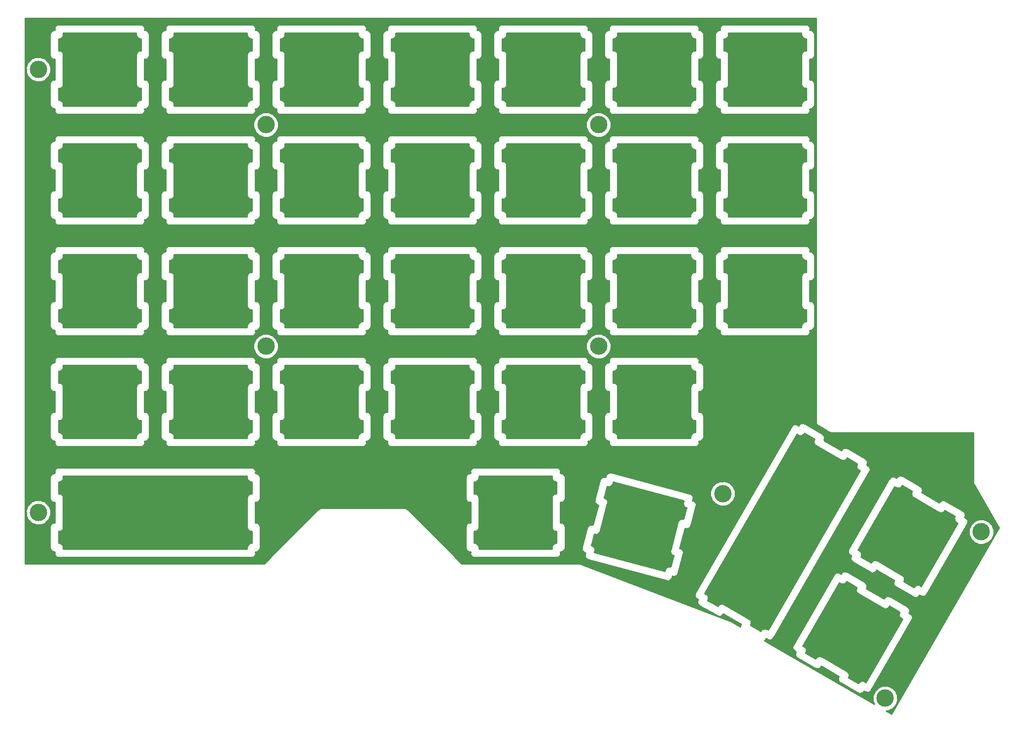
<source format=gbr>
G04 #@! TF.GenerationSoftware,KiCad,Pcbnew,(5.0.0)*
G04 #@! TF.CreationDate,2019-01-26T20:20:51+09:00*
G04 #@! TF.ProjectId,Manta60BLE_Top,4D616E74613630424C455F546F702E6B,rev?*
G04 #@! TF.SameCoordinates,Original*
G04 #@! TF.FileFunction,Copper,L2,Bot,Signal*
G04 #@! TF.FilePolarity,Positive*
%FSLAX46Y46*%
G04 Gerber Fmt 4.6, Leading zero omitted, Abs format (unit mm)*
G04 Created by KiCad (PCBNEW (5.0.0)) date 01/26/19 20:20:51*
%MOMM*%
%LPD*%
G01*
G04 APERTURE LIST*
G04 #@! TA.AperFunction,ComponentPad*
%ADD10C,3.000000*%
G04 #@! TD*
G04 #@! TA.AperFunction,NonConductor*
%ADD11C,0.254000*%
G04 #@! TD*
G04 APERTURE END LIST*
D10*
G04 #@! TO.P,H\002A\002A,*
G04 #@! TO.N,*
X191226000Y-115202000D03*
G04 #@! TD*
G04 #@! TO.P,H\002A\002A,*
G04 #@! TO.N,*
X29206000Y-35672000D03*
G04 #@! TD*
G04 #@! TO.P,H\002A\002A,*
G04 #@! TO.N,*
X68316000Y-45192000D03*
G04 #@! TD*
G04 #@! TO.P,H\002A\002A,*
G04 #@! TO.N,*
X125466000Y-83292000D03*
G04 #@! TD*
G04 #@! TO.P,H\002A\002A,*
G04 #@! TO.N,*
X146806000Y-108632000D03*
G04 #@! TD*
G04 #@! TO.P,H\002A\002A,*
G04 #@! TO.N,*
X125466000Y-45192000D03*
G04 #@! TD*
G04 #@! TO.P,H\002A\002A,*
G04 #@! TO.N,*
X29206000Y-111872000D03*
G04 #@! TD*
G04 #@! TO.P,H\002A\002A,*
G04 #@! TO.N,*
X174706000Y-143822000D03*
G04 #@! TD*
G04 #@! TO.P,H\002A\002A,*
G04 #@! TO.N,*
X68316000Y-83292000D03*
G04 #@! TD*
D11*
G36*
X162831000Y-85342995D02*
X162831000Y-85342996D01*
X162831001Y-95842991D01*
X162831000Y-95842996D01*
X162831000Y-96189994D01*
X162823013Y-96213523D01*
X162831000Y-96335380D01*
X162831000Y-96383726D01*
X162835726Y-96407486D01*
X162842137Y-96505296D01*
X162864001Y-96549632D01*
X162873646Y-96598121D01*
X162928109Y-96679631D01*
X162971462Y-96767542D01*
X163008628Y-96800136D01*
X163036095Y-96841243D01*
X163117606Y-96895707D01*
X163135811Y-96911672D01*
X163177662Y-96935835D01*
X163279218Y-97003692D01*
X163303592Y-97008540D01*
X165089930Y-98039884D01*
X165191479Y-98107737D01*
X165287625Y-98126862D01*
X165380446Y-98158370D01*
X165502303Y-98150383D01*
X189831000Y-98150383D01*
X189831001Y-106521755D01*
X189822379Y-106641136D01*
X189854045Y-106736500D01*
X189873647Y-106835043D01*
X189940137Y-106934552D01*
X194243062Y-114503136D01*
X175766082Y-146506206D01*
X174814829Y-145957000D01*
X175130678Y-145957000D01*
X175150230Y-145948901D01*
X175171387Y-145948497D01*
X175880582Y-145654739D01*
X175885870Y-145644189D01*
X175915380Y-145631966D01*
X176515966Y-145031380D01*
X176528189Y-145001870D01*
X176538739Y-144996582D01*
X176686277Y-144620212D01*
X176841000Y-144246678D01*
X176841000Y-144225514D01*
X176848723Y-144205813D01*
X176841000Y-143801624D01*
X176841000Y-143397322D01*
X176832901Y-143377770D01*
X176832497Y-143356613D01*
X176538739Y-142647418D01*
X176528189Y-142642130D01*
X176515966Y-142612620D01*
X175915380Y-142012034D01*
X175885870Y-141999811D01*
X175880582Y-141989261D01*
X175504212Y-141841723D01*
X175130678Y-141687000D01*
X175109514Y-141687000D01*
X175089813Y-141679277D01*
X174685624Y-141687000D01*
X174281322Y-141687000D01*
X174261770Y-141695099D01*
X174240613Y-141695503D01*
X173531418Y-141989261D01*
X173526130Y-141999811D01*
X173496620Y-142012034D01*
X172896034Y-142612620D01*
X172883811Y-142642130D01*
X172873261Y-142647418D01*
X172725723Y-143023788D01*
X172571000Y-143397322D01*
X172571000Y-143418486D01*
X172563277Y-143438187D01*
X172571000Y-143842376D01*
X172571000Y-144246678D01*
X172579099Y-144266230D01*
X172579503Y-144287387D01*
X172785858Y-144785573D01*
X155765537Y-134958886D01*
X158781966Y-134958886D01*
X158801090Y-135250659D01*
X158930415Y-135512905D01*
X159150254Y-135705699D01*
X159220144Y-135729423D01*
X159385678Y-135824994D01*
X159341980Y-135874822D01*
X159318256Y-135944711D01*
X159247991Y-136151706D01*
X159267115Y-136443479D01*
X159396440Y-136705725D01*
X159616279Y-136898519D01*
X159686170Y-136922244D01*
X162591880Y-138599857D01*
X162647368Y-138648519D01*
X162717255Y-138672242D01*
X162717256Y-138672243D01*
X162924251Y-138742508D01*
X162924252Y-138742508D01*
X163216025Y-138723384D01*
X163478271Y-138594059D01*
X163578804Y-138479423D01*
X163671065Y-138374220D01*
X163692368Y-138311463D01*
X163983282Y-138479423D01*
X163983284Y-138479424D01*
X166581359Y-139979423D01*
X166581360Y-139979423D01*
X166746894Y-140074994D01*
X166703196Y-140124822D01*
X166679472Y-140194711D01*
X166609207Y-140401706D01*
X166628331Y-140693479D01*
X166757656Y-140955725D01*
X166977495Y-141148519D01*
X167047386Y-141172244D01*
X169953096Y-142849857D01*
X170008584Y-142898519D01*
X170078471Y-142922242D01*
X170078472Y-142922243D01*
X170285467Y-142992508D01*
X170285468Y-142992508D01*
X170577241Y-142973384D01*
X170839487Y-142844059D01*
X170940020Y-142729423D01*
X171032281Y-142624220D01*
X171053584Y-142561463D01*
X171219118Y-142657035D01*
X171274609Y-142705699D01*
X171344498Y-142729423D01*
X171551492Y-142799688D01*
X171551493Y-142799688D01*
X171843266Y-142780564D01*
X172105512Y-142651239D01*
X172139380Y-142612620D01*
X172298306Y-142431400D01*
X172322031Y-142361509D01*
X179249644Y-130362532D01*
X179298306Y-130307044D01*
X179392295Y-130030160D01*
X179373172Y-129738386D01*
X179243846Y-129476140D01*
X179079498Y-129332011D01*
X179079497Y-129332010D01*
X179024007Y-129283347D01*
X178954119Y-129259623D01*
X178788583Y-129164051D01*
X178832281Y-129114224D01*
X178856005Y-129044336D01*
X178926270Y-128837341D01*
X178921176Y-128759623D01*
X178907146Y-128545566D01*
X178777821Y-128283320D01*
X178613472Y-128139190D01*
X178613470Y-128139189D01*
X178557982Y-128090527D01*
X178488095Y-128066804D01*
X175582383Y-126389191D01*
X175526893Y-126340527D01*
X175250009Y-126246538D01*
X174958235Y-126265662D01*
X174695990Y-126394987D01*
X174595457Y-126509623D01*
X174503196Y-126614826D01*
X174481893Y-126677582D01*
X174316363Y-126582013D01*
X174316359Y-126582010D01*
X171592902Y-125009623D01*
X171592903Y-125009623D01*
X171427367Y-124914051D01*
X171471065Y-124864224D01*
X171511630Y-124744724D01*
X171565054Y-124587341D01*
X171555355Y-124439358D01*
X171545930Y-124295566D01*
X171416605Y-124033320D01*
X171252256Y-123889190D01*
X171252254Y-123889189D01*
X171196766Y-123840527D01*
X171126879Y-123816804D01*
X168221167Y-122139191D01*
X168165677Y-122090527D01*
X167888793Y-121996538D01*
X167597019Y-122015662D01*
X167334774Y-122144987D01*
X167212285Y-122284659D01*
X167141980Y-122364826D01*
X167120677Y-122427582D01*
X166955142Y-122332011D01*
X166899652Y-122283347D01*
X166622768Y-122189358D01*
X166330994Y-122208482D01*
X166068748Y-122337807D01*
X165924618Y-122502156D01*
X165924617Y-122502158D01*
X165875955Y-122557646D01*
X165852232Y-122627533D01*
X158924619Y-134626512D01*
X158875955Y-134682002D01*
X158852231Y-134751891D01*
X158781966Y-134958886D01*
X155765537Y-134958886D01*
X153930726Y-133899558D01*
X154036711Y-133847292D01*
X154137243Y-133732657D01*
X154229505Y-133627453D01*
X154250808Y-133564697D01*
X154416347Y-133660271D01*
X154471834Y-133708932D01*
X154541719Y-133732655D01*
X154541723Y-133732657D01*
X154748718Y-133802921D01*
X155040492Y-133783797D01*
X155302738Y-133654472D01*
X155495532Y-133434633D01*
X155519258Y-133364738D01*
X164123876Y-118461102D01*
X168306966Y-118461102D01*
X168326090Y-118752875D01*
X168455415Y-119015121D01*
X168675254Y-119207915D01*
X168745144Y-119231639D01*
X168910678Y-119327210D01*
X168866980Y-119377038D01*
X168843256Y-119446927D01*
X168772991Y-119653922D01*
X168792115Y-119945695D01*
X168921440Y-120207941D01*
X169141279Y-120400735D01*
X169211170Y-120424460D01*
X172116880Y-122102073D01*
X172172368Y-122150735D01*
X172242255Y-122174458D01*
X172242256Y-122174459D01*
X172449251Y-122244724D01*
X172449252Y-122244724D01*
X172741025Y-122225600D01*
X173003271Y-122096275D01*
X173077997Y-122011066D01*
X173196065Y-121876436D01*
X173217368Y-121813679D01*
X173508282Y-121981639D01*
X173508284Y-121981640D01*
X176106359Y-123481639D01*
X176106360Y-123481639D01*
X176271894Y-123577210D01*
X176228196Y-123627038D01*
X176204472Y-123696927D01*
X176134207Y-123903922D01*
X176153331Y-124195695D01*
X176282656Y-124457941D01*
X176502495Y-124650735D01*
X176572386Y-124674460D01*
X179478096Y-126352073D01*
X179533584Y-126400735D01*
X179603471Y-126424458D01*
X179603472Y-126424459D01*
X179810467Y-126494724D01*
X179810468Y-126494724D01*
X180102241Y-126475600D01*
X180364487Y-126346275D01*
X180465020Y-126231639D01*
X180557281Y-126126436D01*
X180578584Y-126063679D01*
X180744118Y-126159251D01*
X180799609Y-126207915D01*
X180869498Y-126231639D01*
X181076492Y-126301904D01*
X181076493Y-126301904D01*
X181368266Y-126282780D01*
X181630512Y-126153455D01*
X181674120Y-126103730D01*
X181823306Y-125933616D01*
X181847031Y-125863725D01*
X188224175Y-114818187D01*
X189083277Y-114818187D01*
X189091000Y-115222376D01*
X189091000Y-115626678D01*
X189099099Y-115646230D01*
X189099503Y-115667387D01*
X189393261Y-116376582D01*
X189403811Y-116381870D01*
X189416034Y-116411380D01*
X190016620Y-117011966D01*
X190046130Y-117024189D01*
X190051418Y-117034739D01*
X190427788Y-117182277D01*
X190801322Y-117337000D01*
X190822486Y-117337000D01*
X190842187Y-117344723D01*
X191246376Y-117337000D01*
X191650678Y-117337000D01*
X191670230Y-117328901D01*
X191691387Y-117328497D01*
X192400582Y-117034739D01*
X192405870Y-117024189D01*
X192435380Y-117011966D01*
X193035966Y-116411380D01*
X193048189Y-116381870D01*
X193058739Y-116376582D01*
X193206277Y-116000212D01*
X193361000Y-115626678D01*
X193361000Y-115605514D01*
X193368723Y-115585813D01*
X193361000Y-115181624D01*
X193361000Y-114777322D01*
X193352901Y-114757770D01*
X193352497Y-114736613D01*
X193058739Y-114027418D01*
X193048189Y-114022130D01*
X193035966Y-113992620D01*
X192435380Y-113392034D01*
X192405870Y-113379811D01*
X192400582Y-113369261D01*
X192024212Y-113221723D01*
X191650678Y-113067000D01*
X191629514Y-113067000D01*
X191609813Y-113059277D01*
X191205624Y-113067000D01*
X190801322Y-113067000D01*
X190781770Y-113075099D01*
X190760613Y-113075503D01*
X190051418Y-113369261D01*
X190046130Y-113379811D01*
X190016620Y-113392034D01*
X189416034Y-113992620D01*
X189403811Y-114022130D01*
X189393261Y-114027418D01*
X189245723Y-114403788D01*
X189091000Y-114777322D01*
X189091000Y-114798486D01*
X189083277Y-114818187D01*
X188224175Y-114818187D01*
X188774644Y-113864748D01*
X188823306Y-113809260D01*
X188864458Y-113688030D01*
X188917295Y-113532377D01*
X188911528Y-113444387D01*
X188898172Y-113240602D01*
X188768846Y-112978356D01*
X188604498Y-112834227D01*
X188604497Y-112834226D01*
X188549007Y-112785563D01*
X188479119Y-112761839D01*
X188313583Y-112666267D01*
X188357281Y-112616440D01*
X188381005Y-112546552D01*
X188451270Y-112339557D01*
X188432146Y-112047783D01*
X188363422Y-111908424D01*
X188302821Y-111785536D01*
X188138472Y-111641406D01*
X188138470Y-111641405D01*
X188082982Y-111592743D01*
X188013095Y-111569020D01*
X185107383Y-109891407D01*
X185051893Y-109842743D01*
X184775009Y-109748754D01*
X184483235Y-109767878D01*
X184220990Y-109897203D01*
X184120457Y-110011839D01*
X184028196Y-110117042D01*
X184006893Y-110179798D01*
X183841363Y-110084229D01*
X183841359Y-110084226D01*
X181117902Y-108511839D01*
X181117903Y-108511839D01*
X180952367Y-108416267D01*
X180996065Y-108366440D01*
X181019789Y-108296552D01*
X181090054Y-108089557D01*
X181070930Y-107797783D01*
X181002206Y-107658424D01*
X180941605Y-107535536D01*
X180777256Y-107391406D01*
X180777254Y-107391405D01*
X180721766Y-107342743D01*
X180651879Y-107319020D01*
X177746167Y-105641407D01*
X177690677Y-105592743D01*
X177413793Y-105498754D01*
X177122019Y-105517878D01*
X176859774Y-105647203D01*
X176726114Y-105799613D01*
X176666980Y-105867042D01*
X176645677Y-105929798D01*
X176480142Y-105834227D01*
X176424652Y-105785563D01*
X176147768Y-105691574D01*
X175855994Y-105710698D01*
X175593748Y-105840023D01*
X175449618Y-106004372D01*
X175449617Y-106004374D01*
X175400955Y-106059862D01*
X175377232Y-106129749D01*
X168449619Y-118128728D01*
X168400955Y-118184218D01*
X168377231Y-118254107D01*
X168306966Y-118461102D01*
X164123876Y-118461102D01*
X171971867Y-104867985D01*
X172020532Y-104812493D01*
X172114521Y-104535609D01*
X172095397Y-104243835D01*
X171966071Y-103981589D01*
X171801723Y-103837460D01*
X171801722Y-103837459D01*
X171746232Y-103788796D01*
X171676343Y-103765072D01*
X171510808Y-103669500D01*
X171554505Y-103619673D01*
X171578229Y-103549785D01*
X171648494Y-103342790D01*
X171629370Y-103051016D01*
X171560646Y-102911657D01*
X171500045Y-102788769D01*
X171335696Y-102644639D01*
X171335694Y-102644638D01*
X171280206Y-102595976D01*
X171210319Y-102572253D01*
X168304607Y-100894640D01*
X168249117Y-100845976D01*
X167972233Y-100751987D01*
X167680459Y-100771111D01*
X167418214Y-100900436D01*
X167317681Y-101015072D01*
X167225420Y-101120275D01*
X167204117Y-101183031D01*
X167038587Y-101087462D01*
X167038583Y-101087459D01*
X164387749Y-99557000D01*
X164149592Y-99419500D01*
X164193289Y-99369673D01*
X164281849Y-99108782D01*
X164287278Y-99092790D01*
X164268154Y-98801016D01*
X164242805Y-98749613D01*
X164138829Y-98538769D01*
X163974480Y-98394639D01*
X163974478Y-98394638D01*
X163918990Y-98345976D01*
X163849103Y-98322253D01*
X160943391Y-96644640D01*
X160887901Y-96595976D01*
X160611017Y-96501987D01*
X160319243Y-96521111D01*
X160056998Y-96650436D01*
X159954299Y-96767542D01*
X159864204Y-96870275D01*
X159842901Y-96933031D01*
X159677366Y-96837460D01*
X159621876Y-96788796D01*
X159344992Y-96694807D01*
X159053218Y-96713931D01*
X158790972Y-96843256D01*
X158646842Y-97007605D01*
X158646841Y-97007607D01*
X158598179Y-97063095D01*
X158574456Y-97132982D01*
X142121843Y-125629745D01*
X142073179Y-125685235D01*
X142049455Y-125755124D01*
X141979190Y-125962119D01*
X141998314Y-126253892D01*
X142127639Y-126516138D01*
X142347478Y-126708932D01*
X142417368Y-126732656D01*
X142582902Y-126828227D01*
X142539204Y-126878055D01*
X142515480Y-126947944D01*
X142445215Y-127154939D01*
X142464339Y-127446712D01*
X142593664Y-127708958D01*
X142813503Y-127901752D01*
X142883394Y-127925477D01*
X145789104Y-129603090D01*
X145844592Y-129651752D01*
X145914479Y-129675475D01*
X145914480Y-129675476D01*
X146121475Y-129745741D01*
X146121476Y-129745741D01*
X146413249Y-129726617D01*
X146675495Y-129597292D01*
X146776027Y-129482657D01*
X146868289Y-129377453D01*
X146889592Y-129314697D01*
X147180507Y-129482657D01*
X147180513Y-129482659D01*
X149778582Y-130982656D01*
X149778586Y-130982657D01*
X149944118Y-131078227D01*
X149900420Y-131128055D01*
X149876696Y-131197944D01*
X149806431Y-131404939D01*
X149814160Y-131522857D01*
X148321105Y-130660842D01*
X148156326Y-130557400D01*
X122417957Y-120744807D01*
X122365468Y-120709717D01*
X122282649Y-120693222D01*
X122272708Y-120689432D01*
X122211744Y-120679100D01*
X122151084Y-120667018D01*
X122140443Y-120667015D01*
X122057187Y-120652905D01*
X121995639Y-120666980D01*
X101953522Y-120662075D01*
X92694911Y-111403465D01*
X92653905Y-111342095D01*
X92410783Y-111179646D01*
X92196388Y-111137000D01*
X92196384Y-111137000D01*
X92124000Y-111122602D01*
X92051616Y-111137000D01*
X77913383Y-111137000D01*
X77840999Y-111122602D01*
X77768615Y-111137000D01*
X77768612Y-111137000D01*
X77554217Y-111179646D01*
X77311095Y-111342095D01*
X77270091Y-111403462D01*
X68006554Y-120667000D01*
X26941000Y-120667000D01*
X26941000Y-111488187D01*
X27063277Y-111488187D01*
X27071000Y-111892376D01*
X27071000Y-112296678D01*
X27079099Y-112316230D01*
X27079503Y-112337387D01*
X27373261Y-113046582D01*
X27383811Y-113051870D01*
X27396034Y-113081380D01*
X27996620Y-113681966D01*
X28026130Y-113694189D01*
X28031418Y-113704739D01*
X28407788Y-113852277D01*
X28781322Y-114007000D01*
X28802486Y-114007000D01*
X28822187Y-114014723D01*
X29226376Y-114007000D01*
X29630678Y-114007000D01*
X29650230Y-113998901D01*
X29671387Y-113998497D01*
X30380582Y-113704739D01*
X30385870Y-113694189D01*
X30415380Y-113681966D01*
X31015966Y-113081380D01*
X31028189Y-113051870D01*
X31038739Y-113046582D01*
X31186277Y-112670212D01*
X31341000Y-112296678D01*
X31341000Y-112275514D01*
X31348723Y-112255813D01*
X31341000Y-111851624D01*
X31341000Y-111447322D01*
X31332901Y-111427770D01*
X31332497Y-111406613D01*
X31038739Y-110697418D01*
X31028189Y-110692130D01*
X31015966Y-110662620D01*
X30415380Y-110062034D01*
X30385870Y-110049811D01*
X30380582Y-110039261D01*
X30004212Y-109891723D01*
X29630678Y-109737000D01*
X29609514Y-109737000D01*
X29589813Y-109729277D01*
X29185624Y-109737000D01*
X28781322Y-109737000D01*
X28761770Y-109745099D01*
X28740613Y-109745503D01*
X28031418Y-110039261D01*
X28026130Y-110049811D01*
X27996620Y-110062034D01*
X27396034Y-110662620D01*
X27383811Y-110692130D01*
X27373261Y-110697418D01*
X27225723Y-111073788D01*
X27071000Y-111447322D01*
X27071000Y-111468486D01*
X27063277Y-111488187D01*
X26941000Y-111488187D01*
X26941000Y-105872000D01*
X31186601Y-105872000D01*
X31201000Y-105944387D01*
X31201001Y-109299607D01*
X31186601Y-109372000D01*
X31243646Y-109658783D01*
X31406095Y-109901905D01*
X31649217Y-110064354D01*
X31863612Y-110107000D01*
X31936000Y-110121399D01*
X32001000Y-110108470D01*
X32001000Y-110444387D01*
X32001001Y-110444392D01*
X32001000Y-113444387D01*
X32001001Y-113444391D01*
X32001001Y-113635531D01*
X31936000Y-113622601D01*
X31863612Y-113637000D01*
X31649217Y-113679646D01*
X31406095Y-113842095D01*
X31243646Y-114085217D01*
X31186601Y-114372000D01*
X31201000Y-114444387D01*
X31201001Y-117799607D01*
X31186601Y-117872000D01*
X31243646Y-118158783D01*
X31406095Y-118401905D01*
X31649217Y-118564354D01*
X31863612Y-118607000D01*
X31936000Y-118621399D01*
X32001001Y-118608469D01*
X32001001Y-118799607D01*
X31986601Y-118872000D01*
X32043646Y-119158783D01*
X32206095Y-119401905D01*
X32449217Y-119564354D01*
X32663612Y-119607000D01*
X32736000Y-119621399D01*
X32808388Y-119607000D01*
X65713612Y-119607000D01*
X65786000Y-119621399D01*
X65858388Y-119607000D01*
X66072783Y-119564354D01*
X66315905Y-119401905D01*
X66478354Y-119158783D01*
X66535399Y-118872000D01*
X66521000Y-118799612D01*
X66521000Y-118608470D01*
X66586000Y-118621399D01*
X66658388Y-118607000D01*
X66872783Y-118564354D01*
X67115905Y-118401905D01*
X67278354Y-118158783D01*
X67335399Y-117872000D01*
X67321000Y-117799612D01*
X67321000Y-114444387D01*
X67335399Y-114372000D01*
X67278354Y-114085217D01*
X67115905Y-113842095D01*
X66872783Y-113679646D01*
X66658388Y-113637000D01*
X66586000Y-113622601D01*
X66521000Y-113635530D01*
X66521000Y-110108470D01*
X66586000Y-110121399D01*
X66658388Y-110107000D01*
X66872783Y-110064354D01*
X67115905Y-109901905D01*
X67278354Y-109658783D01*
X67335399Y-109372000D01*
X67321000Y-109299612D01*
X67321000Y-105944387D01*
X67335399Y-105872000D01*
X102624601Y-105872000D01*
X102639000Y-105944387D01*
X102639001Y-109299607D01*
X102624601Y-109372000D01*
X102681646Y-109658783D01*
X102844095Y-109901905D01*
X103087217Y-110064354D01*
X103301612Y-110107000D01*
X103374000Y-110121399D01*
X103439000Y-110108470D01*
X103439001Y-113635531D01*
X103374000Y-113622601D01*
X103301612Y-113637000D01*
X103087217Y-113679646D01*
X102844095Y-113842095D01*
X102681646Y-114085217D01*
X102624601Y-114372000D01*
X102639000Y-114444387D01*
X102639001Y-117799607D01*
X102624601Y-117872000D01*
X102681646Y-118158783D01*
X102844095Y-118401905D01*
X103087217Y-118564354D01*
X103301612Y-118607000D01*
X103374000Y-118621399D01*
X103439001Y-118608469D01*
X103439001Y-118799607D01*
X103424601Y-118872000D01*
X103481646Y-119158783D01*
X103644095Y-119401905D01*
X103887217Y-119564354D01*
X104101612Y-119607000D01*
X104174000Y-119621399D01*
X104246388Y-119607000D01*
X118101612Y-119607000D01*
X118174000Y-119621399D01*
X118246388Y-119607000D01*
X118460783Y-119564354D01*
X118703905Y-119401905D01*
X118866354Y-119158783D01*
X118923399Y-118872000D01*
X118909000Y-118799612D01*
X118909000Y-118608470D01*
X118974000Y-118621399D01*
X119046388Y-118607000D01*
X119260783Y-118564354D01*
X119503905Y-118401905D01*
X119651771Y-118180607D01*
X122567612Y-118180607D01*
X122567620Y-118180630D01*
X122567618Y-118180656D01*
X122617502Y-118327584D01*
X122661598Y-118457491D01*
X122661613Y-118457508D01*
X122661622Y-118457534D01*
X122761740Y-118571684D01*
X122854388Y-118677332D01*
X122854410Y-118677343D01*
X122854427Y-118677362D01*
X122989210Y-118743821D01*
X123116633Y-118806661D01*
X123182747Y-118810995D01*
X123133273Y-118995663D01*
X123100636Y-119061846D01*
X123095809Y-119135503D01*
X123095805Y-119135517D01*
X123091063Y-119207915D01*
X123081514Y-119353620D01*
X123081518Y-119353631D01*
X123081517Y-119353644D01*
X123125291Y-119482582D01*
X123175504Y-119630502D01*
X123175512Y-119630511D01*
X123175516Y-119630523D01*
X123264199Y-119731639D01*
X123368298Y-119850340D01*
X123368310Y-119850346D01*
X123368317Y-119850354D01*
X123500594Y-119915580D01*
X123564351Y-119947021D01*
X123564361Y-119947024D01*
X123630569Y-119979671D01*
X123704207Y-119984494D01*
X137087352Y-123570421D01*
X137153550Y-123603066D01*
X137310591Y-123613357D01*
X137445320Y-123622187D01*
X137445323Y-123622186D01*
X137445325Y-123622186D01*
X137708698Y-123532780D01*
X137722202Y-123528196D01*
X137722203Y-123528196D01*
X137722207Y-123528194D01*
X137864441Y-123403455D01*
X137942040Y-123335402D01*
X137942041Y-123335400D01*
X137942043Y-123335398D01*
X138038723Y-123139345D01*
X138038723Y-123139344D01*
X138071364Y-123073154D01*
X138076191Y-122999507D01*
X138125636Y-122814968D01*
X138185038Y-122844262D01*
X138324880Y-122853428D01*
X138476766Y-122863394D01*
X138476791Y-122863386D01*
X138476813Y-122863387D01*
X138614223Y-122816744D01*
X138753655Y-122769423D01*
X138753672Y-122769408D01*
X138753696Y-122769400D01*
X138869801Y-122667579D01*
X138973506Y-122576645D01*
X138973516Y-122576625D01*
X138973535Y-122576608D01*
X139043755Y-122434218D01*
X139102850Y-122314407D01*
X139107684Y-122240736D01*
X139976126Y-118999729D01*
X140008773Y-118933519D01*
X140017992Y-118792751D01*
X140027887Y-118641788D01*
X140027879Y-118641766D01*
X140027881Y-118641743D01*
X139982883Y-118509206D01*
X139933900Y-118364904D01*
X139933884Y-118364885D01*
X139933877Y-118364866D01*
X139836734Y-118254107D01*
X139741108Y-118145065D01*
X139741088Y-118145055D01*
X139741073Y-118145038D01*
X139601926Y-118076427D01*
X139478862Y-118015738D01*
X139412778Y-118011406D01*
X140325629Y-114604565D01*
X140385033Y-114633861D01*
X140530239Y-114643380D01*
X140676766Y-114652994D01*
X140676787Y-114652987D01*
X140676807Y-114652988D01*
X140808055Y-114608437D01*
X140953655Y-114559023D01*
X140953671Y-114559009D01*
X140953691Y-114559002D01*
X141065544Y-114460912D01*
X141173506Y-114366245D01*
X141173515Y-114366227D01*
X141173532Y-114366212D01*
X141238378Y-114234721D01*
X141302850Y-114104007D01*
X141307683Y-114030338D01*
X142176115Y-110789469D01*
X142208757Y-110723283D01*
X142213587Y-110649627D01*
X142213589Y-110649620D01*
X142217087Y-110596266D01*
X142227891Y-110431509D01*
X142227888Y-110431499D01*
X142227888Y-110431492D01*
X142172779Y-110269138D01*
X142133911Y-110154624D01*
X142133906Y-110154619D01*
X142133903Y-110154609D01*
X142029399Y-110035442D01*
X141941126Y-109934779D01*
X141941118Y-109934775D01*
X141941112Y-109934768D01*
X141783993Y-109857283D01*
X141745077Y-109838090D01*
X141745072Y-109838089D01*
X141678867Y-109805439D01*
X141612648Y-109801098D01*
X141662122Y-109616449D01*
X141694763Y-109550261D01*
X141699590Y-109476609D01*
X141699592Y-109476603D01*
X141705605Y-109384846D01*
X141713887Y-109258485D01*
X141713886Y-109258481D01*
X141713886Y-109258475D01*
X141655071Y-109085217D01*
X141619899Y-108981602D01*
X141619895Y-108981598D01*
X141619894Y-108981594D01*
X141548426Y-108900102D01*
X141427107Y-108761763D01*
X141427099Y-108761759D01*
X141427098Y-108761758D01*
X141394673Y-108745768D01*
X141231055Y-108665080D01*
X141231042Y-108665077D01*
X141164850Y-108632435D01*
X141091215Y-108627609D01*
X139675212Y-108248187D01*
X144663277Y-108248187D01*
X144671000Y-108652376D01*
X144671000Y-109056678D01*
X144679099Y-109076230D01*
X144679503Y-109097387D01*
X144973261Y-109806582D01*
X144983811Y-109811870D01*
X144996034Y-109841380D01*
X145596620Y-110441966D01*
X145626130Y-110454189D01*
X145631418Y-110464739D01*
X146007788Y-110612277D01*
X146381322Y-110767000D01*
X146402486Y-110767000D01*
X146422187Y-110774723D01*
X146826376Y-110767000D01*
X147230678Y-110767000D01*
X147250230Y-110758901D01*
X147271387Y-110758497D01*
X147980582Y-110464739D01*
X147985870Y-110454189D01*
X148015380Y-110441966D01*
X148615966Y-109841380D01*
X148628189Y-109811870D01*
X148638739Y-109806582D01*
X148786277Y-109430212D01*
X148941000Y-109056678D01*
X148941000Y-109035514D01*
X148948723Y-109015813D01*
X148941000Y-108611624D01*
X148941000Y-108207322D01*
X148932901Y-108187770D01*
X148932497Y-108166613D01*
X148638739Y-107457418D01*
X148628189Y-107452130D01*
X148615966Y-107422620D01*
X148015380Y-106822034D01*
X147985870Y-106809811D01*
X147980582Y-106799261D01*
X147604212Y-106651723D01*
X147230678Y-106497000D01*
X147209514Y-106497000D01*
X147189813Y-106489277D01*
X146785624Y-106497000D01*
X146381322Y-106497000D01*
X146361770Y-106505099D01*
X146340613Y-106505503D01*
X145631418Y-106799261D01*
X145626130Y-106809811D01*
X145596620Y-106822034D01*
X144996034Y-107422620D01*
X144983811Y-107452130D01*
X144973261Y-107457418D01*
X144825723Y-107833788D01*
X144671000Y-108207322D01*
X144671000Y-108228486D01*
X144663277Y-108248187D01*
X139675212Y-108248187D01*
X127708147Y-105041579D01*
X127641950Y-105008935D01*
X127509175Y-105000234D01*
X127350186Y-104989813D01*
X127350182Y-104989814D01*
X127350174Y-104989814D01*
X127200327Y-105040683D01*
X127073303Y-105083801D01*
X127073298Y-105083805D01*
X127073293Y-105083807D01*
X126984524Y-105161657D01*
X126853464Y-105276593D01*
X126853462Y-105276598D01*
X126853457Y-105276602D01*
X126791666Y-105401905D01*
X126724137Y-105538839D01*
X126719310Y-105612492D01*
X126669829Y-105797165D01*
X126610347Y-105767833D01*
X126536670Y-105763005D01*
X126536647Y-105762999D01*
X126468370Y-105758530D01*
X126318571Y-105748714D01*
X126318545Y-105748723D01*
X126318520Y-105748721D01*
X126182784Y-105794810D01*
X126041690Y-105842708D01*
X126041670Y-105842725D01*
X126041645Y-105842734D01*
X125936973Y-105934545D01*
X125821855Y-106035504D01*
X125821842Y-106035530D01*
X125821824Y-106035546D01*
X125765931Y-106148911D01*
X125725175Y-106231557D01*
X125725166Y-106231590D01*
X125692520Y-106297804D01*
X125687701Y-106371420D01*
X124819385Y-109612228D01*
X124786750Y-109678393D01*
X124781916Y-109752072D01*
X124781908Y-109752101D01*
X124777256Y-109823093D01*
X124767606Y-109970166D01*
X124767616Y-109970196D01*
X124767614Y-109970228D01*
X124814045Y-110107000D01*
X124861577Y-110247055D01*
X124861598Y-110247079D01*
X124861608Y-110247109D01*
X124957402Y-110356337D01*
X125054355Y-110466907D01*
X125054384Y-110466921D01*
X125054404Y-110466944D01*
X125183604Y-110530656D01*
X125250401Y-110563602D01*
X125250430Y-110563610D01*
X125316653Y-110596266D01*
X125382742Y-110600597D01*
X124469851Y-114007525D01*
X124410467Y-113978239D01*
X124336794Y-113973409D01*
X124336771Y-113973403D01*
X124267875Y-113968891D01*
X124118692Y-113959111D01*
X124118667Y-113959120D01*
X124118644Y-113959118D01*
X123990225Y-114002718D01*
X123841808Y-114053097D01*
X123841788Y-114053115D01*
X123841766Y-114053122D01*
X123743245Y-114139532D01*
X123621967Y-114245887D01*
X123621954Y-114245913D01*
X123621938Y-114245927D01*
X123563437Y-114364571D01*
X123525283Y-114441938D01*
X123525276Y-114441965D01*
X123492626Y-114508181D01*
X123487805Y-114581803D01*
X122619377Y-117822662D01*
X122586726Y-117888881D01*
X122577506Y-118029673D01*
X122567612Y-118180607D01*
X119651771Y-118180607D01*
X119666354Y-118158783D01*
X119723399Y-117872000D01*
X119709000Y-117799612D01*
X119709000Y-114444387D01*
X119723399Y-114372000D01*
X119666354Y-114085217D01*
X119503905Y-113842095D01*
X119260783Y-113679646D01*
X119046388Y-113637000D01*
X118974000Y-113622601D01*
X118909000Y-113635530D01*
X118909000Y-110108470D01*
X118974000Y-110121399D01*
X119046388Y-110107000D01*
X119260783Y-110064354D01*
X119503905Y-109901905D01*
X119666354Y-109658783D01*
X119723399Y-109372000D01*
X119709000Y-109299612D01*
X119709000Y-105944387D01*
X119723399Y-105872000D01*
X119666354Y-105585217D01*
X119503905Y-105342095D01*
X119260783Y-105179646D01*
X119155898Y-105158783D01*
X118974000Y-105122601D01*
X118909000Y-105135530D01*
X118909000Y-104944388D01*
X118923399Y-104872000D01*
X118866354Y-104585217D01*
X118703905Y-104342095D01*
X118460783Y-104179646D01*
X118246388Y-104137000D01*
X118174000Y-104122601D01*
X118101612Y-104137000D01*
X104246388Y-104137000D01*
X104174000Y-104122601D01*
X104101612Y-104137000D01*
X103887217Y-104179646D01*
X103644095Y-104342095D01*
X103481646Y-104585217D01*
X103424601Y-104872000D01*
X103439000Y-104944389D01*
X103439000Y-105135530D01*
X103374000Y-105122601D01*
X103192102Y-105158783D01*
X103087217Y-105179646D01*
X102844095Y-105342095D01*
X102681646Y-105585217D01*
X102624601Y-105872000D01*
X67335399Y-105872000D01*
X67278354Y-105585217D01*
X67115905Y-105342095D01*
X66872783Y-105179646D01*
X66767898Y-105158783D01*
X66586000Y-105122601D01*
X66521000Y-105135530D01*
X66521000Y-104944388D01*
X66535399Y-104872000D01*
X66478354Y-104585217D01*
X66315905Y-104342095D01*
X66072783Y-104179646D01*
X65858388Y-104137000D01*
X65786000Y-104122601D01*
X65713612Y-104137000D01*
X32808388Y-104137000D01*
X32736000Y-104122601D01*
X32663612Y-104137000D01*
X32449217Y-104179646D01*
X32206095Y-104342095D01*
X32043646Y-104585217D01*
X31986601Y-104872000D01*
X32001000Y-104944389D01*
X32001000Y-105135530D01*
X31936000Y-105122601D01*
X31754102Y-105158783D01*
X31649217Y-105179646D01*
X31406095Y-105342095D01*
X31243646Y-105585217D01*
X31186601Y-105872000D01*
X26941000Y-105872000D01*
X26941000Y-86822000D01*
X31186601Y-86822000D01*
X31201000Y-86894387D01*
X31201001Y-90249607D01*
X31186601Y-90322000D01*
X31243646Y-90608783D01*
X31406095Y-90851905D01*
X31649217Y-91014354D01*
X31863612Y-91057000D01*
X31936000Y-91071399D01*
X32001000Y-91058470D01*
X32001001Y-94585531D01*
X31936000Y-94572601D01*
X31863612Y-94587000D01*
X31649217Y-94629646D01*
X31406095Y-94792095D01*
X31243646Y-95035217D01*
X31186601Y-95322000D01*
X31201000Y-95394387D01*
X31201001Y-98749607D01*
X31186601Y-98822000D01*
X31243646Y-99108783D01*
X31406095Y-99351905D01*
X31649217Y-99514354D01*
X31863612Y-99557000D01*
X31936000Y-99571399D01*
X32001001Y-99558469D01*
X32001001Y-99749607D01*
X31986601Y-99822000D01*
X32043646Y-100108783D01*
X32206095Y-100351905D01*
X32449217Y-100514354D01*
X32663612Y-100557000D01*
X32736000Y-100571399D01*
X32808388Y-100557000D01*
X46663612Y-100557000D01*
X46736000Y-100571399D01*
X46808388Y-100557000D01*
X47022783Y-100514354D01*
X47265905Y-100351905D01*
X47428354Y-100108783D01*
X47485399Y-99822000D01*
X47471000Y-99749612D01*
X47471000Y-99558470D01*
X47536000Y-99571399D01*
X47608388Y-99557000D01*
X47822783Y-99514354D01*
X48065905Y-99351905D01*
X48228354Y-99108783D01*
X48285399Y-98822000D01*
X48271000Y-98749612D01*
X48271000Y-95394387D01*
X48285399Y-95322000D01*
X48228354Y-95035217D01*
X48065905Y-94792095D01*
X47822783Y-94629646D01*
X47608388Y-94587000D01*
X47536000Y-94572601D01*
X47471000Y-94585530D01*
X47471000Y-91058470D01*
X47536000Y-91071399D01*
X47608388Y-91057000D01*
X47822783Y-91014354D01*
X48065905Y-90851905D01*
X48228354Y-90608783D01*
X48285399Y-90322000D01*
X48271000Y-90249612D01*
X48271000Y-86894387D01*
X48285399Y-86822000D01*
X50236601Y-86822000D01*
X50251000Y-86894387D01*
X50251001Y-90249607D01*
X50236601Y-90322000D01*
X50293646Y-90608783D01*
X50456095Y-90851905D01*
X50699217Y-91014354D01*
X50913612Y-91057000D01*
X50986000Y-91071399D01*
X51051000Y-91058470D01*
X51051001Y-94585531D01*
X50986000Y-94572601D01*
X50913612Y-94587000D01*
X50699217Y-94629646D01*
X50456095Y-94792095D01*
X50293646Y-95035217D01*
X50236601Y-95322000D01*
X50251000Y-95394387D01*
X50251001Y-98749607D01*
X50236601Y-98822000D01*
X50293646Y-99108783D01*
X50456095Y-99351905D01*
X50699217Y-99514354D01*
X50913612Y-99557000D01*
X50986000Y-99571399D01*
X51051001Y-99558469D01*
X51051001Y-99749607D01*
X51036601Y-99822000D01*
X51093646Y-100108783D01*
X51256095Y-100351905D01*
X51499217Y-100514354D01*
X51713612Y-100557000D01*
X51786000Y-100571399D01*
X51858388Y-100557000D01*
X65713612Y-100557000D01*
X65786000Y-100571399D01*
X65858388Y-100557000D01*
X66072783Y-100514354D01*
X66315905Y-100351905D01*
X66478354Y-100108783D01*
X66535399Y-99822000D01*
X66521000Y-99749612D01*
X66521000Y-99558470D01*
X66586000Y-99571399D01*
X66658388Y-99557000D01*
X66872783Y-99514354D01*
X67115905Y-99351905D01*
X67278354Y-99108783D01*
X67335399Y-98822000D01*
X67321000Y-98749612D01*
X67321000Y-95394387D01*
X67335399Y-95322000D01*
X67278354Y-95035217D01*
X67115905Y-94792095D01*
X66872783Y-94629646D01*
X66658388Y-94587000D01*
X66586000Y-94572601D01*
X66521000Y-94585530D01*
X66521000Y-91058470D01*
X66586000Y-91071399D01*
X66658388Y-91057000D01*
X66872783Y-91014354D01*
X67115905Y-90851905D01*
X67278354Y-90608783D01*
X67335399Y-90322000D01*
X67321000Y-90249612D01*
X67321000Y-86894387D01*
X67335399Y-86822000D01*
X69286601Y-86822000D01*
X69301000Y-86894387D01*
X69301001Y-90249607D01*
X69286601Y-90322000D01*
X69343646Y-90608783D01*
X69506095Y-90851905D01*
X69749217Y-91014354D01*
X69963612Y-91057000D01*
X70036000Y-91071399D01*
X70101000Y-91058470D01*
X70101001Y-94585531D01*
X70036000Y-94572601D01*
X69963612Y-94587000D01*
X69749217Y-94629646D01*
X69506095Y-94792095D01*
X69343646Y-95035217D01*
X69286601Y-95322000D01*
X69301000Y-95394387D01*
X69301001Y-98749607D01*
X69286601Y-98822000D01*
X69343646Y-99108783D01*
X69506095Y-99351905D01*
X69749217Y-99514354D01*
X69963612Y-99557000D01*
X70036000Y-99571399D01*
X70101001Y-99558469D01*
X70101001Y-99749607D01*
X70086601Y-99822000D01*
X70143646Y-100108783D01*
X70306095Y-100351905D01*
X70549217Y-100514354D01*
X70763612Y-100557000D01*
X70836000Y-100571399D01*
X70908388Y-100557000D01*
X84763612Y-100557000D01*
X84836000Y-100571399D01*
X84908388Y-100557000D01*
X85122783Y-100514354D01*
X85365905Y-100351905D01*
X85528354Y-100108783D01*
X85585399Y-99822000D01*
X85571000Y-99749612D01*
X85571000Y-99558470D01*
X85636000Y-99571399D01*
X85708388Y-99557000D01*
X85922783Y-99514354D01*
X86165905Y-99351905D01*
X86328354Y-99108783D01*
X86385399Y-98822000D01*
X86371000Y-98749612D01*
X86371000Y-95394387D01*
X86385399Y-95322000D01*
X86328354Y-95035217D01*
X86165905Y-94792095D01*
X85922783Y-94629646D01*
X85708388Y-94587000D01*
X85636000Y-94572601D01*
X85571000Y-94585530D01*
X85571000Y-91058470D01*
X85636000Y-91071399D01*
X85708388Y-91057000D01*
X85922783Y-91014354D01*
X86165905Y-90851905D01*
X86328354Y-90608783D01*
X86385399Y-90322000D01*
X86371000Y-90249612D01*
X86371000Y-86894387D01*
X86385399Y-86822000D01*
X88336601Y-86822000D01*
X88351000Y-86894387D01*
X88351001Y-90249607D01*
X88336601Y-90322000D01*
X88393646Y-90608783D01*
X88556095Y-90851905D01*
X88799217Y-91014354D01*
X89013612Y-91057000D01*
X89086000Y-91071399D01*
X89151000Y-91058470D01*
X89151001Y-94585531D01*
X89086000Y-94572601D01*
X89013612Y-94587000D01*
X88799217Y-94629646D01*
X88556095Y-94792095D01*
X88393646Y-95035217D01*
X88336601Y-95322000D01*
X88351000Y-95394387D01*
X88351001Y-98749607D01*
X88336601Y-98822000D01*
X88393646Y-99108783D01*
X88556095Y-99351905D01*
X88799217Y-99514354D01*
X89013612Y-99557000D01*
X89086000Y-99571399D01*
X89151001Y-99558469D01*
X89151001Y-99749607D01*
X89136601Y-99822000D01*
X89193646Y-100108783D01*
X89356095Y-100351905D01*
X89599217Y-100514354D01*
X89813612Y-100557000D01*
X89886000Y-100571399D01*
X89958388Y-100557000D01*
X103813612Y-100557000D01*
X103886000Y-100571399D01*
X103958388Y-100557000D01*
X104172783Y-100514354D01*
X104415905Y-100351905D01*
X104578354Y-100108783D01*
X104635399Y-99822000D01*
X104621000Y-99749612D01*
X104621000Y-99558470D01*
X104686000Y-99571399D01*
X104758388Y-99557000D01*
X104972783Y-99514354D01*
X105215905Y-99351905D01*
X105378354Y-99108783D01*
X105435399Y-98822000D01*
X105421000Y-98749612D01*
X105421000Y-95394387D01*
X105435399Y-95322000D01*
X105378354Y-95035217D01*
X105215905Y-94792095D01*
X104972783Y-94629646D01*
X104758388Y-94587000D01*
X104686000Y-94572601D01*
X104621000Y-94585530D01*
X104621000Y-91058470D01*
X104686000Y-91071399D01*
X104758388Y-91057000D01*
X104972783Y-91014354D01*
X105215905Y-90851905D01*
X105378354Y-90608783D01*
X105435399Y-90322000D01*
X105421000Y-90249612D01*
X105421000Y-86894387D01*
X105435399Y-86822000D01*
X107386601Y-86822000D01*
X107401000Y-86894387D01*
X107401001Y-90249607D01*
X107386601Y-90322000D01*
X107443646Y-90608783D01*
X107606095Y-90851905D01*
X107849217Y-91014354D01*
X108063612Y-91057000D01*
X108136000Y-91071399D01*
X108201000Y-91058470D01*
X108201001Y-94585531D01*
X108136000Y-94572601D01*
X108063612Y-94587000D01*
X107849217Y-94629646D01*
X107606095Y-94792095D01*
X107443646Y-95035217D01*
X107386601Y-95322000D01*
X107401000Y-95394387D01*
X107401001Y-98749607D01*
X107386601Y-98822000D01*
X107443646Y-99108783D01*
X107606095Y-99351905D01*
X107849217Y-99514354D01*
X108063612Y-99557000D01*
X108136000Y-99571399D01*
X108201001Y-99558469D01*
X108201001Y-99749607D01*
X108186601Y-99822000D01*
X108243646Y-100108783D01*
X108406095Y-100351905D01*
X108649217Y-100514354D01*
X108863612Y-100557000D01*
X108936000Y-100571399D01*
X109008388Y-100557000D01*
X122863612Y-100557000D01*
X122936000Y-100571399D01*
X123008388Y-100557000D01*
X123222783Y-100514354D01*
X123465905Y-100351905D01*
X123628354Y-100108783D01*
X123685399Y-99822000D01*
X123671000Y-99749612D01*
X123671000Y-99558470D01*
X123736000Y-99571399D01*
X123808388Y-99557000D01*
X124022783Y-99514354D01*
X124265905Y-99351905D01*
X124428354Y-99108783D01*
X124485399Y-98822000D01*
X124471000Y-98749612D01*
X124471000Y-95394387D01*
X124485399Y-95322000D01*
X124428354Y-95035217D01*
X124265905Y-94792095D01*
X124022783Y-94629646D01*
X123808388Y-94587000D01*
X123736000Y-94572601D01*
X123671000Y-94585530D01*
X123671000Y-91058470D01*
X123736000Y-91071399D01*
X123808388Y-91057000D01*
X124022783Y-91014354D01*
X124265905Y-90851905D01*
X124428354Y-90608783D01*
X124485399Y-90322000D01*
X124471000Y-90249612D01*
X124471000Y-86894387D01*
X124485399Y-86822000D01*
X126436601Y-86822000D01*
X126451000Y-86894387D01*
X126451001Y-90249607D01*
X126436601Y-90322000D01*
X126493646Y-90608783D01*
X126656095Y-90851905D01*
X126899217Y-91014354D01*
X127113612Y-91057000D01*
X127186000Y-91071399D01*
X127251000Y-91058470D01*
X127251001Y-94585531D01*
X127186000Y-94572601D01*
X127113612Y-94587000D01*
X126899217Y-94629646D01*
X126656095Y-94792095D01*
X126493646Y-95035217D01*
X126436601Y-95322000D01*
X126451000Y-95394387D01*
X126451001Y-98749607D01*
X126436601Y-98822000D01*
X126493646Y-99108783D01*
X126656095Y-99351905D01*
X126899217Y-99514354D01*
X127113612Y-99557000D01*
X127186000Y-99571399D01*
X127251001Y-99558469D01*
X127251001Y-99749607D01*
X127236601Y-99822000D01*
X127293646Y-100108783D01*
X127456095Y-100351905D01*
X127699217Y-100514354D01*
X127913612Y-100557000D01*
X127986000Y-100571399D01*
X128058388Y-100557000D01*
X141913612Y-100557000D01*
X141986000Y-100571399D01*
X142058388Y-100557000D01*
X142272783Y-100514354D01*
X142515905Y-100351905D01*
X142678354Y-100108783D01*
X142735399Y-99822000D01*
X142721000Y-99749612D01*
X142721000Y-99558470D01*
X142786000Y-99571399D01*
X142858388Y-99557000D01*
X143072783Y-99514354D01*
X143315905Y-99351905D01*
X143478354Y-99108783D01*
X143535399Y-98822000D01*
X143521000Y-98749612D01*
X143521000Y-95394387D01*
X143535399Y-95322000D01*
X143478354Y-95035217D01*
X143315905Y-94792095D01*
X143072783Y-94629646D01*
X142858388Y-94587000D01*
X142786000Y-94572601D01*
X142721000Y-94585530D01*
X142721000Y-91058470D01*
X142786000Y-91071399D01*
X142858388Y-91057000D01*
X143072783Y-91014354D01*
X143315905Y-90851905D01*
X143478354Y-90608783D01*
X143535399Y-90322000D01*
X143521000Y-90249612D01*
X143521000Y-86894387D01*
X143535399Y-86822000D01*
X143478354Y-86535217D01*
X143315905Y-86292095D01*
X143072783Y-86129646D01*
X142967898Y-86108783D01*
X142786000Y-86072601D01*
X142721000Y-86085530D01*
X142721000Y-85894388D01*
X142735399Y-85822000D01*
X142678354Y-85535217D01*
X142515905Y-85292095D01*
X142272783Y-85129646D01*
X142058388Y-85087000D01*
X141986000Y-85072601D01*
X141913612Y-85087000D01*
X128058388Y-85087000D01*
X127986000Y-85072601D01*
X127913612Y-85087000D01*
X127699217Y-85129646D01*
X127456095Y-85292095D01*
X127293646Y-85535217D01*
X127236601Y-85822000D01*
X127251000Y-85894389D01*
X127251000Y-86085530D01*
X127186000Y-86072601D01*
X127004102Y-86108783D01*
X126899217Y-86129646D01*
X126656095Y-86292095D01*
X126493646Y-86535217D01*
X126436601Y-86822000D01*
X124485399Y-86822000D01*
X124428354Y-86535217D01*
X124265905Y-86292095D01*
X124022783Y-86129646D01*
X123917898Y-86108783D01*
X123736000Y-86072601D01*
X123671000Y-86085530D01*
X123671000Y-85894388D01*
X123685399Y-85822000D01*
X123628354Y-85535217D01*
X123465905Y-85292095D01*
X123222783Y-85129646D01*
X123008388Y-85087000D01*
X122936000Y-85072601D01*
X122863612Y-85087000D01*
X109008388Y-85087000D01*
X108936000Y-85072601D01*
X108863612Y-85087000D01*
X108649217Y-85129646D01*
X108406095Y-85292095D01*
X108243646Y-85535217D01*
X108186601Y-85822000D01*
X108201000Y-85894389D01*
X108201000Y-86085530D01*
X108136000Y-86072601D01*
X107954102Y-86108783D01*
X107849217Y-86129646D01*
X107606095Y-86292095D01*
X107443646Y-86535217D01*
X107386601Y-86822000D01*
X105435399Y-86822000D01*
X105378354Y-86535217D01*
X105215905Y-86292095D01*
X104972783Y-86129646D01*
X104867898Y-86108783D01*
X104686000Y-86072601D01*
X104621000Y-86085530D01*
X104621000Y-85894388D01*
X104635399Y-85822000D01*
X104578354Y-85535217D01*
X104415905Y-85292095D01*
X104172783Y-85129646D01*
X103958388Y-85087000D01*
X103886000Y-85072601D01*
X103813612Y-85087000D01*
X89958388Y-85087000D01*
X89886000Y-85072601D01*
X89813612Y-85087000D01*
X89599217Y-85129646D01*
X89356095Y-85292095D01*
X89193646Y-85535217D01*
X89136601Y-85822000D01*
X89151000Y-85894389D01*
X89151000Y-86085530D01*
X89086000Y-86072601D01*
X88904102Y-86108783D01*
X88799217Y-86129646D01*
X88556095Y-86292095D01*
X88393646Y-86535217D01*
X88336601Y-86822000D01*
X86385399Y-86822000D01*
X86328354Y-86535217D01*
X86165905Y-86292095D01*
X85922783Y-86129646D01*
X85817898Y-86108783D01*
X85636000Y-86072601D01*
X85571000Y-86085530D01*
X85571000Y-85894388D01*
X85585399Y-85822000D01*
X85528354Y-85535217D01*
X85365905Y-85292095D01*
X85122783Y-85129646D01*
X84908388Y-85087000D01*
X84836000Y-85072601D01*
X84763612Y-85087000D01*
X70908388Y-85087000D01*
X70836000Y-85072601D01*
X70763612Y-85087000D01*
X70549217Y-85129646D01*
X70306095Y-85292095D01*
X70143646Y-85535217D01*
X70086601Y-85822000D01*
X70101000Y-85894389D01*
X70101000Y-86085530D01*
X70036000Y-86072601D01*
X69854102Y-86108783D01*
X69749217Y-86129646D01*
X69506095Y-86292095D01*
X69343646Y-86535217D01*
X69286601Y-86822000D01*
X67335399Y-86822000D01*
X67278354Y-86535217D01*
X67115905Y-86292095D01*
X66872783Y-86129646D01*
X66767898Y-86108783D01*
X66586000Y-86072601D01*
X66521000Y-86085530D01*
X66521000Y-85894388D01*
X66535399Y-85822000D01*
X66478354Y-85535217D01*
X66315905Y-85292095D01*
X66072783Y-85129646D01*
X65858388Y-85087000D01*
X65786000Y-85072601D01*
X65713612Y-85087000D01*
X51858388Y-85087000D01*
X51786000Y-85072601D01*
X51713612Y-85087000D01*
X51499217Y-85129646D01*
X51256095Y-85292095D01*
X51093646Y-85535217D01*
X51036601Y-85822000D01*
X51051000Y-85894389D01*
X51051000Y-86085530D01*
X50986000Y-86072601D01*
X50804102Y-86108783D01*
X50699217Y-86129646D01*
X50456095Y-86292095D01*
X50293646Y-86535217D01*
X50236601Y-86822000D01*
X48285399Y-86822000D01*
X48228354Y-86535217D01*
X48065905Y-86292095D01*
X47822783Y-86129646D01*
X47717898Y-86108783D01*
X47536000Y-86072601D01*
X47471000Y-86085530D01*
X47471000Y-85894388D01*
X47485399Y-85822000D01*
X47428354Y-85535217D01*
X47265905Y-85292095D01*
X47022783Y-85129646D01*
X46808388Y-85087000D01*
X46736000Y-85072601D01*
X46663612Y-85087000D01*
X32808388Y-85087000D01*
X32736000Y-85072601D01*
X32663612Y-85087000D01*
X32449217Y-85129646D01*
X32206095Y-85292095D01*
X32043646Y-85535217D01*
X31986601Y-85822000D01*
X32001000Y-85894389D01*
X32001000Y-86085530D01*
X31936000Y-86072601D01*
X31754102Y-86108783D01*
X31649217Y-86129646D01*
X31406095Y-86292095D01*
X31243646Y-86535217D01*
X31186601Y-86822000D01*
X26941000Y-86822000D01*
X26941000Y-82908187D01*
X66173277Y-82908187D01*
X66181000Y-83312376D01*
X66181000Y-83716678D01*
X66189099Y-83736230D01*
X66189503Y-83757387D01*
X66483261Y-84466582D01*
X66493811Y-84471870D01*
X66506034Y-84501380D01*
X67106620Y-85101966D01*
X67136130Y-85114189D01*
X67141418Y-85124739D01*
X67517788Y-85272277D01*
X67891322Y-85427000D01*
X67912486Y-85427000D01*
X67932187Y-85434723D01*
X68336376Y-85427000D01*
X68740678Y-85427000D01*
X68760230Y-85418901D01*
X68781387Y-85418497D01*
X69490582Y-85124739D01*
X69495870Y-85114189D01*
X69525380Y-85101966D01*
X70125966Y-84501380D01*
X70138189Y-84471870D01*
X70148739Y-84466582D01*
X70296277Y-84090212D01*
X70451000Y-83716678D01*
X70451000Y-83695514D01*
X70458723Y-83675813D01*
X70451000Y-83271624D01*
X70451000Y-82908187D01*
X123323277Y-82908187D01*
X123331000Y-83312376D01*
X123331000Y-83716678D01*
X123339099Y-83736230D01*
X123339503Y-83757387D01*
X123633261Y-84466582D01*
X123643811Y-84471870D01*
X123656034Y-84501380D01*
X124256620Y-85101966D01*
X124286130Y-85114189D01*
X124291418Y-85124739D01*
X124667788Y-85272277D01*
X125041322Y-85427000D01*
X125062486Y-85427000D01*
X125082187Y-85434723D01*
X125486376Y-85427000D01*
X125890678Y-85427000D01*
X125910230Y-85418901D01*
X125931387Y-85418497D01*
X126640582Y-85124739D01*
X126645870Y-85114189D01*
X126675380Y-85101966D01*
X127275966Y-84501380D01*
X127288189Y-84471870D01*
X127298739Y-84466582D01*
X127446277Y-84090212D01*
X127601000Y-83716678D01*
X127601000Y-83695514D01*
X127608723Y-83675813D01*
X127601000Y-83271624D01*
X127601000Y-82867322D01*
X127592901Y-82847770D01*
X127592497Y-82826613D01*
X127298739Y-82117418D01*
X127288189Y-82112130D01*
X127275966Y-82082620D01*
X126675380Y-81482034D01*
X126645870Y-81469811D01*
X126640582Y-81459261D01*
X126264212Y-81311723D01*
X125890678Y-81157000D01*
X125869514Y-81157000D01*
X125849813Y-81149277D01*
X125445624Y-81157000D01*
X125041322Y-81157000D01*
X125021770Y-81165099D01*
X125000613Y-81165503D01*
X124291418Y-81459261D01*
X124286130Y-81469811D01*
X124256620Y-81482034D01*
X123656034Y-82082620D01*
X123643811Y-82112130D01*
X123633261Y-82117418D01*
X123485723Y-82493788D01*
X123331000Y-82867322D01*
X123331000Y-82888486D01*
X123323277Y-82908187D01*
X70451000Y-82908187D01*
X70451000Y-82867322D01*
X70442901Y-82847770D01*
X70442497Y-82826613D01*
X70148739Y-82117418D01*
X70138189Y-82112130D01*
X70125966Y-82082620D01*
X69525380Y-81482034D01*
X69495870Y-81469811D01*
X69490582Y-81459261D01*
X69114212Y-81311723D01*
X68740678Y-81157000D01*
X68719514Y-81157000D01*
X68699813Y-81149277D01*
X68295624Y-81157000D01*
X67891322Y-81157000D01*
X67871770Y-81165099D01*
X67850613Y-81165503D01*
X67141418Y-81459261D01*
X67136130Y-81469811D01*
X67106620Y-81482034D01*
X66506034Y-82082620D01*
X66493811Y-82112130D01*
X66483261Y-82117418D01*
X66335723Y-82493788D01*
X66181000Y-82867322D01*
X66181000Y-82888486D01*
X66173277Y-82908187D01*
X26941000Y-82908187D01*
X26941000Y-67772000D01*
X31186601Y-67772000D01*
X31201000Y-67844387D01*
X31201001Y-71199607D01*
X31186601Y-71272000D01*
X31243646Y-71558783D01*
X31406095Y-71801905D01*
X31649217Y-71964354D01*
X31863612Y-72007000D01*
X31936000Y-72021399D01*
X32001000Y-72008470D01*
X32001001Y-75535531D01*
X31936000Y-75522601D01*
X31863612Y-75537000D01*
X31649217Y-75579646D01*
X31406095Y-75742095D01*
X31243646Y-75985217D01*
X31186601Y-76272000D01*
X31201000Y-76344387D01*
X31201001Y-79699607D01*
X31186601Y-79772000D01*
X31243646Y-80058783D01*
X31406095Y-80301905D01*
X31649217Y-80464354D01*
X31863612Y-80507000D01*
X31936000Y-80521399D01*
X32001001Y-80508469D01*
X32001001Y-80699607D01*
X31986601Y-80772000D01*
X32043646Y-81058783D01*
X32206095Y-81301905D01*
X32449217Y-81464354D01*
X32663612Y-81507000D01*
X32736000Y-81521399D01*
X32808388Y-81507000D01*
X46663612Y-81507000D01*
X46736000Y-81521399D01*
X46808388Y-81507000D01*
X47022783Y-81464354D01*
X47265905Y-81301905D01*
X47428354Y-81058783D01*
X47485399Y-80772000D01*
X47471000Y-80699612D01*
X47471000Y-80508470D01*
X47536000Y-80521399D01*
X47608388Y-80507000D01*
X47822783Y-80464354D01*
X48065905Y-80301905D01*
X48228354Y-80058783D01*
X48285399Y-79772000D01*
X48271000Y-79699612D01*
X48271000Y-76344387D01*
X48285399Y-76272000D01*
X48228354Y-75985217D01*
X48065905Y-75742095D01*
X47822783Y-75579646D01*
X47608388Y-75537000D01*
X47536000Y-75522601D01*
X47471000Y-75535530D01*
X47471000Y-72008470D01*
X47536000Y-72021399D01*
X47608388Y-72007000D01*
X47822783Y-71964354D01*
X48065905Y-71801905D01*
X48228354Y-71558783D01*
X48285399Y-71272000D01*
X48271000Y-71199612D01*
X48271000Y-67844387D01*
X48285399Y-67772000D01*
X50236601Y-67772000D01*
X50251000Y-67844387D01*
X50251001Y-71199607D01*
X50236601Y-71272000D01*
X50293646Y-71558783D01*
X50456095Y-71801905D01*
X50699217Y-71964354D01*
X50913612Y-72007000D01*
X50986000Y-72021399D01*
X51051000Y-72008470D01*
X51051001Y-75535531D01*
X50986000Y-75522601D01*
X50913612Y-75537000D01*
X50699217Y-75579646D01*
X50456095Y-75742095D01*
X50293646Y-75985217D01*
X50236601Y-76272000D01*
X50251000Y-76344387D01*
X50251001Y-79699607D01*
X50236601Y-79772000D01*
X50293646Y-80058783D01*
X50456095Y-80301905D01*
X50699217Y-80464354D01*
X50913612Y-80507000D01*
X50986000Y-80521399D01*
X51051001Y-80508469D01*
X51051001Y-80699607D01*
X51036601Y-80772000D01*
X51093646Y-81058783D01*
X51256095Y-81301905D01*
X51499217Y-81464354D01*
X51713612Y-81507000D01*
X51786000Y-81521399D01*
X51858388Y-81507000D01*
X65713612Y-81507000D01*
X65786000Y-81521399D01*
X65858388Y-81507000D01*
X66072783Y-81464354D01*
X66315905Y-81301905D01*
X66478354Y-81058783D01*
X66535399Y-80772000D01*
X66521000Y-80699612D01*
X66521000Y-80508470D01*
X66586000Y-80521399D01*
X66658388Y-80507000D01*
X66872783Y-80464354D01*
X67115905Y-80301905D01*
X67278354Y-80058783D01*
X67335399Y-79772000D01*
X67321000Y-79699612D01*
X67321000Y-76344387D01*
X67335399Y-76272000D01*
X67278354Y-75985217D01*
X67115905Y-75742095D01*
X66872783Y-75579646D01*
X66658388Y-75537000D01*
X66586000Y-75522601D01*
X66521000Y-75535530D01*
X66521000Y-72008470D01*
X66586000Y-72021399D01*
X66658388Y-72007000D01*
X66872783Y-71964354D01*
X67115905Y-71801905D01*
X67278354Y-71558783D01*
X67335399Y-71272000D01*
X67321000Y-71199612D01*
X67321000Y-67844387D01*
X67335399Y-67772000D01*
X69286601Y-67772000D01*
X69301000Y-67844387D01*
X69301001Y-71199607D01*
X69286601Y-71272000D01*
X69343646Y-71558783D01*
X69506095Y-71801905D01*
X69749217Y-71964354D01*
X69963612Y-72007000D01*
X70036000Y-72021399D01*
X70101000Y-72008470D01*
X70101001Y-75535531D01*
X70036000Y-75522601D01*
X69963612Y-75537000D01*
X69749217Y-75579646D01*
X69506095Y-75742095D01*
X69343646Y-75985217D01*
X69286601Y-76272000D01*
X69301000Y-76344387D01*
X69301001Y-79699607D01*
X69286601Y-79772000D01*
X69343646Y-80058783D01*
X69506095Y-80301905D01*
X69749217Y-80464354D01*
X69963612Y-80507000D01*
X70036000Y-80521399D01*
X70101001Y-80508469D01*
X70101001Y-80699607D01*
X70086601Y-80772000D01*
X70143646Y-81058783D01*
X70306095Y-81301905D01*
X70549217Y-81464354D01*
X70763612Y-81507000D01*
X70836000Y-81521399D01*
X70908388Y-81507000D01*
X84763612Y-81507000D01*
X84836000Y-81521399D01*
X84908388Y-81507000D01*
X85122783Y-81464354D01*
X85365905Y-81301905D01*
X85528354Y-81058783D01*
X85585399Y-80772000D01*
X85571000Y-80699612D01*
X85571000Y-80508470D01*
X85636000Y-80521399D01*
X85708388Y-80507000D01*
X85922783Y-80464354D01*
X86165905Y-80301905D01*
X86328354Y-80058783D01*
X86385399Y-79772000D01*
X86371000Y-79699612D01*
X86371000Y-76344387D01*
X86385399Y-76272000D01*
X86328354Y-75985217D01*
X86165905Y-75742095D01*
X85922783Y-75579646D01*
X85708388Y-75537000D01*
X85636000Y-75522601D01*
X85571000Y-75535530D01*
X85571000Y-72008470D01*
X85636000Y-72021399D01*
X85708388Y-72007000D01*
X85922783Y-71964354D01*
X86165905Y-71801905D01*
X86328354Y-71558783D01*
X86385399Y-71272000D01*
X86371000Y-71199612D01*
X86371000Y-67844387D01*
X86385399Y-67772000D01*
X88336601Y-67772000D01*
X88351000Y-67844387D01*
X88351001Y-71199607D01*
X88336601Y-71272000D01*
X88393646Y-71558783D01*
X88556095Y-71801905D01*
X88799217Y-71964354D01*
X89013612Y-72007000D01*
X89086000Y-72021399D01*
X89151000Y-72008470D01*
X89151001Y-75535531D01*
X89086000Y-75522601D01*
X89013612Y-75537000D01*
X88799217Y-75579646D01*
X88556095Y-75742095D01*
X88393646Y-75985217D01*
X88336601Y-76272000D01*
X88351000Y-76344387D01*
X88351001Y-79699607D01*
X88336601Y-79772000D01*
X88393646Y-80058783D01*
X88556095Y-80301905D01*
X88799217Y-80464354D01*
X89013612Y-80507000D01*
X89086000Y-80521399D01*
X89151001Y-80508469D01*
X89151001Y-80699607D01*
X89136601Y-80772000D01*
X89193646Y-81058783D01*
X89356095Y-81301905D01*
X89599217Y-81464354D01*
X89813612Y-81507000D01*
X89886000Y-81521399D01*
X89958388Y-81507000D01*
X103813612Y-81507000D01*
X103886000Y-81521399D01*
X103958388Y-81507000D01*
X104172783Y-81464354D01*
X104415905Y-81301905D01*
X104578354Y-81058783D01*
X104635399Y-80772000D01*
X104621000Y-80699612D01*
X104621000Y-80508470D01*
X104686000Y-80521399D01*
X104758388Y-80507000D01*
X104972783Y-80464354D01*
X105215905Y-80301905D01*
X105378354Y-80058783D01*
X105435399Y-79772000D01*
X105421000Y-79699612D01*
X105421000Y-76344387D01*
X105435399Y-76272000D01*
X105378354Y-75985217D01*
X105215905Y-75742095D01*
X104972783Y-75579646D01*
X104758388Y-75537000D01*
X104686000Y-75522601D01*
X104621000Y-75535530D01*
X104621000Y-72008470D01*
X104686000Y-72021399D01*
X104758388Y-72007000D01*
X104972783Y-71964354D01*
X105215905Y-71801905D01*
X105378354Y-71558783D01*
X105435399Y-71272000D01*
X105421000Y-71199612D01*
X105421000Y-67844387D01*
X105435399Y-67772000D01*
X107386601Y-67772000D01*
X107401000Y-67844387D01*
X107401001Y-71199607D01*
X107386601Y-71272000D01*
X107443646Y-71558783D01*
X107606095Y-71801905D01*
X107849217Y-71964354D01*
X108063612Y-72007000D01*
X108136000Y-72021399D01*
X108201000Y-72008470D01*
X108201001Y-75535531D01*
X108136000Y-75522601D01*
X108063612Y-75537000D01*
X107849217Y-75579646D01*
X107606095Y-75742095D01*
X107443646Y-75985217D01*
X107386601Y-76272000D01*
X107401000Y-76344387D01*
X107401001Y-79699607D01*
X107386601Y-79772000D01*
X107443646Y-80058783D01*
X107606095Y-80301905D01*
X107849217Y-80464354D01*
X108063612Y-80507000D01*
X108136000Y-80521399D01*
X108201001Y-80508469D01*
X108201001Y-80699607D01*
X108186601Y-80772000D01*
X108243646Y-81058783D01*
X108406095Y-81301905D01*
X108649217Y-81464354D01*
X108863612Y-81507000D01*
X108936000Y-81521399D01*
X109008388Y-81507000D01*
X122863612Y-81507000D01*
X122936000Y-81521399D01*
X123008388Y-81507000D01*
X123222783Y-81464354D01*
X123465905Y-81301905D01*
X123628354Y-81058783D01*
X123685399Y-80772000D01*
X123671000Y-80699612D01*
X123671000Y-80508470D01*
X123736000Y-80521399D01*
X123808388Y-80507000D01*
X124022783Y-80464354D01*
X124265905Y-80301905D01*
X124428354Y-80058783D01*
X124485399Y-79772000D01*
X124471000Y-79699612D01*
X124471000Y-76344387D01*
X124485399Y-76272000D01*
X124428354Y-75985217D01*
X124265905Y-75742095D01*
X124022783Y-75579646D01*
X123808388Y-75537000D01*
X123736000Y-75522601D01*
X123671000Y-75535530D01*
X123671000Y-72008470D01*
X123736000Y-72021399D01*
X123808388Y-72007000D01*
X124022783Y-71964354D01*
X124265905Y-71801905D01*
X124428354Y-71558783D01*
X124485399Y-71272000D01*
X124471000Y-71199612D01*
X124471000Y-67844387D01*
X124485399Y-67772000D01*
X126436601Y-67772000D01*
X126451000Y-67844387D01*
X126451001Y-71199607D01*
X126436601Y-71272000D01*
X126493646Y-71558783D01*
X126656095Y-71801905D01*
X126899217Y-71964354D01*
X127113612Y-72007000D01*
X127186000Y-72021399D01*
X127251000Y-72008470D01*
X127251001Y-75535531D01*
X127186000Y-75522601D01*
X127113612Y-75537000D01*
X126899217Y-75579646D01*
X126656095Y-75742095D01*
X126493646Y-75985217D01*
X126436601Y-76272000D01*
X126451000Y-76344387D01*
X126451001Y-79699607D01*
X126436601Y-79772000D01*
X126493646Y-80058783D01*
X126656095Y-80301905D01*
X126899217Y-80464354D01*
X127113612Y-80507000D01*
X127186000Y-80521399D01*
X127251001Y-80508469D01*
X127251001Y-80699607D01*
X127236601Y-80772000D01*
X127293646Y-81058783D01*
X127456095Y-81301905D01*
X127699217Y-81464354D01*
X127913612Y-81507000D01*
X127986000Y-81521399D01*
X128058388Y-81507000D01*
X141913612Y-81507000D01*
X141986000Y-81521399D01*
X142058388Y-81507000D01*
X142272783Y-81464354D01*
X142515905Y-81301905D01*
X142678354Y-81058783D01*
X142735399Y-80772000D01*
X142721000Y-80699612D01*
X142721000Y-80508470D01*
X142786000Y-80521399D01*
X142858388Y-80507000D01*
X143072783Y-80464354D01*
X143315905Y-80301905D01*
X143478354Y-80058783D01*
X143535399Y-79772000D01*
X143521000Y-79699612D01*
X143521000Y-76344387D01*
X143535399Y-76272000D01*
X143478354Y-75985217D01*
X143315905Y-75742095D01*
X143072783Y-75579646D01*
X142858388Y-75537000D01*
X142786000Y-75522601D01*
X142721000Y-75535530D01*
X142721000Y-72008470D01*
X142786000Y-72021399D01*
X142858388Y-72007000D01*
X143072783Y-71964354D01*
X143315905Y-71801905D01*
X143478354Y-71558783D01*
X143535399Y-71272000D01*
X143521000Y-71199612D01*
X143521000Y-67844387D01*
X143535399Y-67772000D01*
X145486601Y-67772000D01*
X145501000Y-67844387D01*
X145501001Y-71199607D01*
X145486601Y-71272000D01*
X145543646Y-71558783D01*
X145706095Y-71801905D01*
X145949217Y-71964354D01*
X146163612Y-72007000D01*
X146236000Y-72021399D01*
X146301000Y-72008470D01*
X146301001Y-75535531D01*
X146236000Y-75522601D01*
X146163612Y-75537000D01*
X145949217Y-75579646D01*
X145706095Y-75742095D01*
X145543646Y-75985217D01*
X145486601Y-76272000D01*
X145501000Y-76344387D01*
X145501001Y-79699607D01*
X145486601Y-79772000D01*
X145543646Y-80058783D01*
X145706095Y-80301905D01*
X145949217Y-80464354D01*
X146163612Y-80507000D01*
X146236000Y-80521399D01*
X146301001Y-80508469D01*
X146301001Y-80699607D01*
X146286601Y-80772000D01*
X146343646Y-81058783D01*
X146506095Y-81301905D01*
X146749217Y-81464354D01*
X146963612Y-81507000D01*
X147036000Y-81521399D01*
X147108388Y-81507000D01*
X160963612Y-81507000D01*
X161036000Y-81521399D01*
X161108388Y-81507000D01*
X161322783Y-81464354D01*
X161565905Y-81301905D01*
X161728354Y-81058783D01*
X161785399Y-80772000D01*
X161771000Y-80699612D01*
X161771000Y-80508470D01*
X161836000Y-80521399D01*
X161908388Y-80507000D01*
X162122783Y-80464354D01*
X162365905Y-80301905D01*
X162528354Y-80058783D01*
X162585399Y-79772000D01*
X162571000Y-79699612D01*
X162571000Y-76344387D01*
X162585399Y-76272000D01*
X162528354Y-75985217D01*
X162365905Y-75742095D01*
X162122783Y-75579646D01*
X161908388Y-75537000D01*
X161836000Y-75522601D01*
X161771000Y-75535530D01*
X161771000Y-72008470D01*
X161836000Y-72021399D01*
X161908388Y-72007000D01*
X162122783Y-71964354D01*
X162365905Y-71801905D01*
X162528354Y-71558783D01*
X162585399Y-71272000D01*
X162571000Y-71199612D01*
X162571000Y-67844387D01*
X162585399Y-67772000D01*
X162528354Y-67485217D01*
X162365905Y-67242095D01*
X162122783Y-67079646D01*
X161908388Y-67037000D01*
X161836000Y-67022601D01*
X161771000Y-67035530D01*
X161771000Y-66844388D01*
X161785399Y-66772000D01*
X161728354Y-66485217D01*
X161565905Y-66242095D01*
X161322783Y-66079646D01*
X161108388Y-66037000D01*
X161036000Y-66022601D01*
X160963612Y-66037000D01*
X147108388Y-66037000D01*
X147036000Y-66022601D01*
X146963612Y-66037000D01*
X146749217Y-66079646D01*
X146506095Y-66242095D01*
X146343646Y-66485217D01*
X146286601Y-66772000D01*
X146301000Y-66844389D01*
X146301000Y-67035530D01*
X146236000Y-67022601D01*
X146163612Y-67037000D01*
X145949217Y-67079646D01*
X145706095Y-67242095D01*
X145543646Y-67485217D01*
X145486601Y-67772000D01*
X143535399Y-67772000D01*
X143478354Y-67485217D01*
X143315905Y-67242095D01*
X143072783Y-67079646D01*
X142858388Y-67037000D01*
X142786000Y-67022601D01*
X142721000Y-67035530D01*
X142721000Y-66844388D01*
X142735399Y-66772000D01*
X142678354Y-66485217D01*
X142515905Y-66242095D01*
X142272783Y-66079646D01*
X142058388Y-66037000D01*
X141986000Y-66022601D01*
X141913612Y-66037000D01*
X128058388Y-66037000D01*
X127986000Y-66022601D01*
X127913612Y-66037000D01*
X127699217Y-66079646D01*
X127456095Y-66242095D01*
X127293646Y-66485217D01*
X127236601Y-66772000D01*
X127251000Y-66844389D01*
X127251000Y-67035530D01*
X127186000Y-67022601D01*
X127113612Y-67037000D01*
X126899217Y-67079646D01*
X126656095Y-67242095D01*
X126493646Y-67485217D01*
X126436601Y-67772000D01*
X124485399Y-67772000D01*
X124428354Y-67485217D01*
X124265905Y-67242095D01*
X124022783Y-67079646D01*
X123808388Y-67037000D01*
X123736000Y-67022601D01*
X123671000Y-67035530D01*
X123671000Y-66844388D01*
X123685399Y-66772000D01*
X123628354Y-66485217D01*
X123465905Y-66242095D01*
X123222783Y-66079646D01*
X123008388Y-66037000D01*
X122936000Y-66022601D01*
X122863612Y-66037000D01*
X109008388Y-66037000D01*
X108936000Y-66022601D01*
X108863612Y-66037000D01*
X108649217Y-66079646D01*
X108406095Y-66242095D01*
X108243646Y-66485217D01*
X108186601Y-66772000D01*
X108201000Y-66844389D01*
X108201000Y-67035530D01*
X108136000Y-67022601D01*
X108063612Y-67037000D01*
X107849217Y-67079646D01*
X107606095Y-67242095D01*
X107443646Y-67485217D01*
X107386601Y-67772000D01*
X105435399Y-67772000D01*
X105378354Y-67485217D01*
X105215905Y-67242095D01*
X104972783Y-67079646D01*
X104758388Y-67037000D01*
X104686000Y-67022601D01*
X104621000Y-67035530D01*
X104621000Y-66844388D01*
X104635399Y-66772000D01*
X104578354Y-66485217D01*
X104415905Y-66242095D01*
X104172783Y-66079646D01*
X103958388Y-66037000D01*
X103886000Y-66022601D01*
X103813612Y-66037000D01*
X89958388Y-66037000D01*
X89886000Y-66022601D01*
X89813612Y-66037000D01*
X89599217Y-66079646D01*
X89356095Y-66242095D01*
X89193646Y-66485217D01*
X89136601Y-66772000D01*
X89151000Y-66844389D01*
X89151000Y-67035530D01*
X89086000Y-67022601D01*
X89013612Y-67037000D01*
X88799217Y-67079646D01*
X88556095Y-67242095D01*
X88393646Y-67485217D01*
X88336601Y-67772000D01*
X86385399Y-67772000D01*
X86328354Y-67485217D01*
X86165905Y-67242095D01*
X85922783Y-67079646D01*
X85708388Y-67037000D01*
X85636000Y-67022601D01*
X85571000Y-67035530D01*
X85571000Y-66844388D01*
X85585399Y-66772000D01*
X85528354Y-66485217D01*
X85365905Y-66242095D01*
X85122783Y-66079646D01*
X84908388Y-66037000D01*
X84836000Y-66022601D01*
X84763612Y-66037000D01*
X70908388Y-66037000D01*
X70836000Y-66022601D01*
X70763612Y-66037000D01*
X70549217Y-66079646D01*
X70306095Y-66242095D01*
X70143646Y-66485217D01*
X70086601Y-66772000D01*
X70101000Y-66844389D01*
X70101000Y-67035530D01*
X70036000Y-67022601D01*
X69963612Y-67037000D01*
X69749217Y-67079646D01*
X69506095Y-67242095D01*
X69343646Y-67485217D01*
X69286601Y-67772000D01*
X67335399Y-67772000D01*
X67278354Y-67485217D01*
X67115905Y-67242095D01*
X66872783Y-67079646D01*
X66658388Y-67037000D01*
X66586000Y-67022601D01*
X66521000Y-67035530D01*
X66521000Y-66844388D01*
X66535399Y-66772000D01*
X66478354Y-66485217D01*
X66315905Y-66242095D01*
X66072783Y-66079646D01*
X65858388Y-66037000D01*
X65786000Y-66022601D01*
X65713612Y-66037000D01*
X51858388Y-66037000D01*
X51786000Y-66022601D01*
X51713612Y-66037000D01*
X51499217Y-66079646D01*
X51256095Y-66242095D01*
X51093646Y-66485217D01*
X51036601Y-66772000D01*
X51051000Y-66844389D01*
X51051000Y-67035530D01*
X50986000Y-67022601D01*
X50913612Y-67037000D01*
X50699217Y-67079646D01*
X50456095Y-67242095D01*
X50293646Y-67485217D01*
X50236601Y-67772000D01*
X48285399Y-67772000D01*
X48228354Y-67485217D01*
X48065905Y-67242095D01*
X47822783Y-67079646D01*
X47608388Y-67037000D01*
X47536000Y-67022601D01*
X47471000Y-67035530D01*
X47471000Y-66844388D01*
X47485399Y-66772000D01*
X47428354Y-66485217D01*
X47265905Y-66242095D01*
X47022783Y-66079646D01*
X46808388Y-66037000D01*
X46736000Y-66022601D01*
X46663612Y-66037000D01*
X32808388Y-66037000D01*
X32736000Y-66022601D01*
X32663612Y-66037000D01*
X32449217Y-66079646D01*
X32206095Y-66242095D01*
X32043646Y-66485217D01*
X31986601Y-66772000D01*
X32001000Y-66844389D01*
X32001000Y-67035530D01*
X31936000Y-67022601D01*
X31863612Y-67037000D01*
X31649217Y-67079646D01*
X31406095Y-67242095D01*
X31243646Y-67485217D01*
X31186601Y-67772000D01*
X26941000Y-67772000D01*
X26941000Y-48722000D01*
X31186601Y-48722000D01*
X31201000Y-48794387D01*
X31201001Y-52149607D01*
X31186601Y-52222000D01*
X31243646Y-52508783D01*
X31406095Y-52751905D01*
X31649217Y-52914354D01*
X31863612Y-52957000D01*
X31936000Y-52971399D01*
X32001000Y-52958470D01*
X32001001Y-56485531D01*
X31936000Y-56472601D01*
X31863612Y-56487000D01*
X31649217Y-56529646D01*
X31406095Y-56692095D01*
X31243646Y-56935217D01*
X31186601Y-57222000D01*
X31201000Y-57294387D01*
X31201001Y-60649607D01*
X31186601Y-60722000D01*
X31243646Y-61008783D01*
X31406095Y-61251905D01*
X31649217Y-61414354D01*
X31863612Y-61457000D01*
X31936000Y-61471399D01*
X32001001Y-61458469D01*
X32001001Y-61649607D01*
X31986601Y-61722000D01*
X32043646Y-62008783D01*
X32206095Y-62251905D01*
X32449217Y-62414354D01*
X32663612Y-62457000D01*
X32736000Y-62471399D01*
X32808388Y-62457000D01*
X46663612Y-62457000D01*
X46736000Y-62471399D01*
X46808388Y-62457000D01*
X47022783Y-62414354D01*
X47265905Y-62251905D01*
X47428354Y-62008783D01*
X47485399Y-61722000D01*
X47471000Y-61649612D01*
X47471000Y-61458470D01*
X47536000Y-61471399D01*
X47608388Y-61457000D01*
X47822783Y-61414354D01*
X48065905Y-61251905D01*
X48228354Y-61008783D01*
X48285399Y-60722000D01*
X48271000Y-60649612D01*
X48271000Y-57294387D01*
X48285399Y-57222000D01*
X48228354Y-56935217D01*
X48065905Y-56692095D01*
X47822783Y-56529646D01*
X47608388Y-56487000D01*
X47536000Y-56472601D01*
X47471000Y-56485530D01*
X47471000Y-52958470D01*
X47536000Y-52971399D01*
X47608388Y-52957000D01*
X47822783Y-52914354D01*
X48065905Y-52751905D01*
X48228354Y-52508783D01*
X48285399Y-52222000D01*
X48271000Y-52149612D01*
X48271000Y-48794387D01*
X48285399Y-48722000D01*
X50236601Y-48722000D01*
X50251000Y-48794387D01*
X50251001Y-52149607D01*
X50236601Y-52222000D01*
X50293646Y-52508783D01*
X50456095Y-52751905D01*
X50699217Y-52914354D01*
X50913612Y-52957000D01*
X50986000Y-52971399D01*
X51051000Y-52958470D01*
X51051001Y-56485531D01*
X50986000Y-56472601D01*
X50913612Y-56487000D01*
X50699217Y-56529646D01*
X50456095Y-56692095D01*
X50293646Y-56935217D01*
X50236601Y-57222000D01*
X50251000Y-57294387D01*
X50251001Y-60649607D01*
X50236601Y-60722000D01*
X50293646Y-61008783D01*
X50456095Y-61251905D01*
X50699217Y-61414354D01*
X50913612Y-61457000D01*
X50986000Y-61471399D01*
X51051001Y-61458469D01*
X51051001Y-61649607D01*
X51036601Y-61722000D01*
X51093646Y-62008783D01*
X51256095Y-62251905D01*
X51499217Y-62414354D01*
X51713612Y-62457000D01*
X51786000Y-62471399D01*
X51858388Y-62457000D01*
X65713612Y-62457000D01*
X65786000Y-62471399D01*
X65858388Y-62457000D01*
X66072783Y-62414354D01*
X66315905Y-62251905D01*
X66478354Y-62008783D01*
X66535399Y-61722000D01*
X66521000Y-61649612D01*
X66521000Y-61458470D01*
X66586000Y-61471399D01*
X66658388Y-61457000D01*
X66872783Y-61414354D01*
X67115905Y-61251905D01*
X67278354Y-61008783D01*
X67335399Y-60722000D01*
X67321000Y-60649612D01*
X67321000Y-57294387D01*
X67335399Y-57222000D01*
X67278354Y-56935217D01*
X67115905Y-56692095D01*
X66872783Y-56529646D01*
X66658388Y-56487000D01*
X66586000Y-56472601D01*
X66521000Y-56485530D01*
X66521000Y-52958470D01*
X66586000Y-52971399D01*
X66658388Y-52957000D01*
X66872783Y-52914354D01*
X67115905Y-52751905D01*
X67278354Y-52508783D01*
X67335399Y-52222000D01*
X67321000Y-52149612D01*
X67321000Y-48794387D01*
X67335399Y-48722000D01*
X69286601Y-48722000D01*
X69301000Y-48794387D01*
X69301001Y-52149607D01*
X69286601Y-52222000D01*
X69343646Y-52508783D01*
X69506095Y-52751905D01*
X69749217Y-52914354D01*
X69963612Y-52957000D01*
X70036000Y-52971399D01*
X70101000Y-52958470D01*
X70101001Y-56485531D01*
X70036000Y-56472601D01*
X69963612Y-56487000D01*
X69749217Y-56529646D01*
X69506095Y-56692095D01*
X69343646Y-56935217D01*
X69286601Y-57222000D01*
X69301000Y-57294387D01*
X69301001Y-60649607D01*
X69286601Y-60722000D01*
X69343646Y-61008783D01*
X69506095Y-61251905D01*
X69749217Y-61414354D01*
X69963612Y-61457000D01*
X70036000Y-61471399D01*
X70101001Y-61458469D01*
X70101001Y-61649607D01*
X70086601Y-61722000D01*
X70143646Y-62008783D01*
X70306095Y-62251905D01*
X70549217Y-62414354D01*
X70763612Y-62457000D01*
X70836000Y-62471399D01*
X70908388Y-62457000D01*
X84763612Y-62457000D01*
X84836000Y-62471399D01*
X84908388Y-62457000D01*
X85122783Y-62414354D01*
X85365905Y-62251905D01*
X85528354Y-62008783D01*
X85585399Y-61722000D01*
X85571000Y-61649612D01*
X85571000Y-61458470D01*
X85636000Y-61471399D01*
X85708388Y-61457000D01*
X85922783Y-61414354D01*
X86165905Y-61251905D01*
X86328354Y-61008783D01*
X86385399Y-60722000D01*
X86371000Y-60649612D01*
X86371000Y-57294387D01*
X86385399Y-57222000D01*
X86328354Y-56935217D01*
X86165905Y-56692095D01*
X85922783Y-56529646D01*
X85708388Y-56487000D01*
X85636000Y-56472601D01*
X85571000Y-56485530D01*
X85571000Y-52958470D01*
X85636000Y-52971399D01*
X85708388Y-52957000D01*
X85922783Y-52914354D01*
X86165905Y-52751905D01*
X86328354Y-52508783D01*
X86385399Y-52222000D01*
X86371000Y-52149612D01*
X86371000Y-48794387D01*
X86385399Y-48722000D01*
X88336601Y-48722000D01*
X88351000Y-48794387D01*
X88351001Y-52149607D01*
X88336601Y-52222000D01*
X88393646Y-52508783D01*
X88556095Y-52751905D01*
X88799217Y-52914354D01*
X89013612Y-52957000D01*
X89086000Y-52971399D01*
X89151000Y-52958470D01*
X89151001Y-56485531D01*
X89086000Y-56472601D01*
X89013612Y-56487000D01*
X88799217Y-56529646D01*
X88556095Y-56692095D01*
X88393646Y-56935217D01*
X88336601Y-57222000D01*
X88351000Y-57294387D01*
X88351001Y-60649607D01*
X88336601Y-60722000D01*
X88393646Y-61008783D01*
X88556095Y-61251905D01*
X88799217Y-61414354D01*
X89013612Y-61457000D01*
X89086000Y-61471399D01*
X89151001Y-61458469D01*
X89151001Y-61649607D01*
X89136601Y-61722000D01*
X89193646Y-62008783D01*
X89356095Y-62251905D01*
X89599217Y-62414354D01*
X89813612Y-62457000D01*
X89886000Y-62471399D01*
X89958388Y-62457000D01*
X103813612Y-62457000D01*
X103886000Y-62471399D01*
X103958388Y-62457000D01*
X104172783Y-62414354D01*
X104415905Y-62251905D01*
X104578354Y-62008783D01*
X104635399Y-61722000D01*
X104621000Y-61649612D01*
X104621000Y-61458470D01*
X104686000Y-61471399D01*
X104758388Y-61457000D01*
X104972783Y-61414354D01*
X105215905Y-61251905D01*
X105378354Y-61008783D01*
X105435399Y-60722000D01*
X105421000Y-60649612D01*
X105421000Y-57294387D01*
X105435399Y-57222000D01*
X105378354Y-56935217D01*
X105215905Y-56692095D01*
X104972783Y-56529646D01*
X104758388Y-56487000D01*
X104686000Y-56472601D01*
X104621000Y-56485530D01*
X104621000Y-52958470D01*
X104686000Y-52971399D01*
X104758388Y-52957000D01*
X104972783Y-52914354D01*
X105215905Y-52751905D01*
X105378354Y-52508783D01*
X105435399Y-52222000D01*
X105421000Y-52149612D01*
X105421000Y-48794387D01*
X105435399Y-48722000D01*
X107386601Y-48722000D01*
X107401000Y-48794387D01*
X107401001Y-52149607D01*
X107386601Y-52222000D01*
X107443646Y-52508783D01*
X107606095Y-52751905D01*
X107849217Y-52914354D01*
X108063612Y-52957000D01*
X108136000Y-52971399D01*
X108201000Y-52958470D01*
X108201001Y-56485531D01*
X108136000Y-56472601D01*
X108063612Y-56487000D01*
X107849217Y-56529646D01*
X107606095Y-56692095D01*
X107443646Y-56935217D01*
X107386601Y-57222000D01*
X107401000Y-57294387D01*
X107401001Y-60649607D01*
X107386601Y-60722000D01*
X107443646Y-61008783D01*
X107606095Y-61251905D01*
X107849217Y-61414354D01*
X108063612Y-61457000D01*
X108136000Y-61471399D01*
X108201001Y-61458469D01*
X108201001Y-61649607D01*
X108186601Y-61722000D01*
X108243646Y-62008783D01*
X108406095Y-62251905D01*
X108649217Y-62414354D01*
X108863612Y-62457000D01*
X108936000Y-62471399D01*
X109008388Y-62457000D01*
X122863612Y-62457000D01*
X122936000Y-62471399D01*
X123008388Y-62457000D01*
X123222783Y-62414354D01*
X123465905Y-62251905D01*
X123628354Y-62008783D01*
X123685399Y-61722000D01*
X123671000Y-61649612D01*
X123671000Y-61458470D01*
X123736000Y-61471399D01*
X123808388Y-61457000D01*
X124022783Y-61414354D01*
X124265905Y-61251905D01*
X124428354Y-61008783D01*
X124485399Y-60722000D01*
X124471000Y-60649612D01*
X124471000Y-57294387D01*
X124485399Y-57222000D01*
X124428354Y-56935217D01*
X124265905Y-56692095D01*
X124022783Y-56529646D01*
X123808388Y-56487000D01*
X123736000Y-56472601D01*
X123671000Y-56485530D01*
X123671000Y-52958470D01*
X123736000Y-52971399D01*
X123808388Y-52957000D01*
X124022783Y-52914354D01*
X124265905Y-52751905D01*
X124428354Y-52508783D01*
X124485399Y-52222000D01*
X124471000Y-52149612D01*
X124471000Y-48794387D01*
X124485399Y-48722000D01*
X126436601Y-48722000D01*
X126451000Y-48794387D01*
X126451001Y-52149607D01*
X126436601Y-52222000D01*
X126493646Y-52508783D01*
X126656095Y-52751905D01*
X126899217Y-52914354D01*
X127113612Y-52957000D01*
X127186000Y-52971399D01*
X127251000Y-52958470D01*
X127251001Y-56485531D01*
X127186000Y-56472601D01*
X127113612Y-56487000D01*
X126899217Y-56529646D01*
X126656095Y-56692095D01*
X126493646Y-56935217D01*
X126436601Y-57222000D01*
X126451000Y-57294387D01*
X126451001Y-60649607D01*
X126436601Y-60722000D01*
X126493646Y-61008783D01*
X126656095Y-61251905D01*
X126899217Y-61414354D01*
X127113612Y-61457000D01*
X127186000Y-61471399D01*
X127251001Y-61458469D01*
X127251001Y-61649607D01*
X127236601Y-61722000D01*
X127293646Y-62008783D01*
X127456095Y-62251905D01*
X127699217Y-62414354D01*
X127913612Y-62457000D01*
X127986000Y-62471399D01*
X128058388Y-62457000D01*
X141913612Y-62457000D01*
X141986000Y-62471399D01*
X142058388Y-62457000D01*
X142272783Y-62414354D01*
X142515905Y-62251905D01*
X142678354Y-62008783D01*
X142735399Y-61722000D01*
X142721000Y-61649612D01*
X142721000Y-61458470D01*
X142786000Y-61471399D01*
X142858388Y-61457000D01*
X143072783Y-61414354D01*
X143315905Y-61251905D01*
X143478354Y-61008783D01*
X143535399Y-60722000D01*
X143521000Y-60649612D01*
X143521000Y-57294387D01*
X143535399Y-57222000D01*
X143478354Y-56935217D01*
X143315905Y-56692095D01*
X143072783Y-56529646D01*
X142858388Y-56487000D01*
X142786000Y-56472601D01*
X142721000Y-56485530D01*
X142721000Y-52958470D01*
X142786000Y-52971399D01*
X142858388Y-52957000D01*
X143072783Y-52914354D01*
X143315905Y-52751905D01*
X143478354Y-52508783D01*
X143535399Y-52222000D01*
X143521000Y-52149612D01*
X143521000Y-48794387D01*
X143535399Y-48722000D01*
X145486601Y-48722000D01*
X145501000Y-48794387D01*
X145501001Y-52149607D01*
X145486601Y-52222000D01*
X145543646Y-52508783D01*
X145706095Y-52751905D01*
X145949217Y-52914354D01*
X146163612Y-52957000D01*
X146236000Y-52971399D01*
X146301000Y-52958470D01*
X146301001Y-56485531D01*
X146236000Y-56472601D01*
X146163612Y-56487000D01*
X145949217Y-56529646D01*
X145706095Y-56692095D01*
X145543646Y-56935217D01*
X145486601Y-57222000D01*
X145501000Y-57294387D01*
X145501001Y-60649607D01*
X145486601Y-60722000D01*
X145543646Y-61008783D01*
X145706095Y-61251905D01*
X145949217Y-61414354D01*
X146163612Y-61457000D01*
X146236000Y-61471399D01*
X146301001Y-61458469D01*
X146301001Y-61649607D01*
X146286601Y-61722000D01*
X146343646Y-62008783D01*
X146506095Y-62251905D01*
X146749217Y-62414354D01*
X146963612Y-62457000D01*
X147036000Y-62471399D01*
X147108388Y-62457000D01*
X160963612Y-62457000D01*
X161036000Y-62471399D01*
X161108388Y-62457000D01*
X161322783Y-62414354D01*
X161565905Y-62251905D01*
X161728354Y-62008783D01*
X161785399Y-61722000D01*
X161771000Y-61649612D01*
X161771000Y-61458470D01*
X161836000Y-61471399D01*
X161908388Y-61457000D01*
X162122783Y-61414354D01*
X162365905Y-61251905D01*
X162528354Y-61008783D01*
X162585399Y-60722000D01*
X162571000Y-60649612D01*
X162571000Y-57294387D01*
X162585399Y-57222000D01*
X162528354Y-56935217D01*
X162365905Y-56692095D01*
X162122783Y-56529646D01*
X161908388Y-56487000D01*
X161836000Y-56472601D01*
X161771000Y-56485530D01*
X161771000Y-52958470D01*
X161836000Y-52971399D01*
X161908388Y-52957000D01*
X162122783Y-52914354D01*
X162365905Y-52751905D01*
X162528354Y-52508783D01*
X162585399Y-52222000D01*
X162571000Y-52149612D01*
X162571000Y-48794387D01*
X162585399Y-48722000D01*
X162528354Y-48435217D01*
X162365905Y-48192095D01*
X162122783Y-48029646D01*
X161908388Y-47987000D01*
X161836000Y-47972601D01*
X161771000Y-47985530D01*
X161771000Y-47794388D01*
X161785399Y-47722000D01*
X161728354Y-47435217D01*
X161565905Y-47192095D01*
X161322783Y-47029646D01*
X161108388Y-46987000D01*
X161036000Y-46972601D01*
X160963612Y-46987000D01*
X147108388Y-46987000D01*
X147036000Y-46972601D01*
X146963612Y-46987000D01*
X146749217Y-47029646D01*
X146506095Y-47192095D01*
X146343646Y-47435217D01*
X146286601Y-47722000D01*
X146301000Y-47794389D01*
X146301000Y-47985530D01*
X146236000Y-47972601D01*
X146163612Y-47987000D01*
X145949217Y-48029646D01*
X145706095Y-48192095D01*
X145543646Y-48435217D01*
X145486601Y-48722000D01*
X143535399Y-48722000D01*
X143478354Y-48435217D01*
X143315905Y-48192095D01*
X143072783Y-48029646D01*
X142858388Y-47987000D01*
X142786000Y-47972601D01*
X142721000Y-47985530D01*
X142721000Y-47794388D01*
X142735399Y-47722000D01*
X142678354Y-47435217D01*
X142515905Y-47192095D01*
X142272783Y-47029646D01*
X142058388Y-46987000D01*
X141986000Y-46972601D01*
X141913612Y-46987000D01*
X128058388Y-46987000D01*
X127986000Y-46972601D01*
X127913612Y-46987000D01*
X127699217Y-47029646D01*
X127456095Y-47192095D01*
X127293646Y-47435217D01*
X127236601Y-47722000D01*
X127251000Y-47794389D01*
X127251000Y-47985530D01*
X127186000Y-47972601D01*
X127113612Y-47987000D01*
X126899217Y-48029646D01*
X126656095Y-48192095D01*
X126493646Y-48435217D01*
X126436601Y-48722000D01*
X124485399Y-48722000D01*
X124428354Y-48435217D01*
X124265905Y-48192095D01*
X124022783Y-48029646D01*
X123808388Y-47987000D01*
X123736000Y-47972601D01*
X123671000Y-47985530D01*
X123671000Y-47794388D01*
X123685399Y-47722000D01*
X123628354Y-47435217D01*
X123465905Y-47192095D01*
X123222783Y-47029646D01*
X123008388Y-46987000D01*
X122936000Y-46972601D01*
X122863612Y-46987000D01*
X109008388Y-46987000D01*
X108936000Y-46972601D01*
X108863612Y-46987000D01*
X108649217Y-47029646D01*
X108406095Y-47192095D01*
X108243646Y-47435217D01*
X108186601Y-47722000D01*
X108201000Y-47794389D01*
X108201000Y-47985530D01*
X108136000Y-47972601D01*
X108063612Y-47987000D01*
X107849217Y-48029646D01*
X107606095Y-48192095D01*
X107443646Y-48435217D01*
X107386601Y-48722000D01*
X105435399Y-48722000D01*
X105378354Y-48435217D01*
X105215905Y-48192095D01*
X104972783Y-48029646D01*
X104758388Y-47987000D01*
X104686000Y-47972601D01*
X104621000Y-47985530D01*
X104621000Y-47794388D01*
X104635399Y-47722000D01*
X104578354Y-47435217D01*
X104415905Y-47192095D01*
X104172783Y-47029646D01*
X103958388Y-46987000D01*
X103886000Y-46972601D01*
X103813612Y-46987000D01*
X89958388Y-46987000D01*
X89886000Y-46972601D01*
X89813612Y-46987000D01*
X89599217Y-47029646D01*
X89356095Y-47192095D01*
X89193646Y-47435217D01*
X89136601Y-47722000D01*
X89151000Y-47794389D01*
X89151000Y-47985530D01*
X89086000Y-47972601D01*
X89013612Y-47987000D01*
X88799217Y-48029646D01*
X88556095Y-48192095D01*
X88393646Y-48435217D01*
X88336601Y-48722000D01*
X86385399Y-48722000D01*
X86328354Y-48435217D01*
X86165905Y-48192095D01*
X85922783Y-48029646D01*
X85708388Y-47987000D01*
X85636000Y-47972601D01*
X85571000Y-47985530D01*
X85571000Y-47794388D01*
X85585399Y-47722000D01*
X85528354Y-47435217D01*
X85365905Y-47192095D01*
X85122783Y-47029646D01*
X84908388Y-46987000D01*
X84836000Y-46972601D01*
X84763612Y-46987000D01*
X70908388Y-46987000D01*
X70836000Y-46972601D01*
X70763612Y-46987000D01*
X70549217Y-47029646D01*
X70306095Y-47192095D01*
X70143646Y-47435217D01*
X70086601Y-47722000D01*
X70101000Y-47794389D01*
X70101000Y-47985530D01*
X70036000Y-47972601D01*
X69963612Y-47987000D01*
X69749217Y-48029646D01*
X69506095Y-48192095D01*
X69343646Y-48435217D01*
X69286601Y-48722000D01*
X67335399Y-48722000D01*
X67278354Y-48435217D01*
X67115905Y-48192095D01*
X66872783Y-48029646D01*
X66658388Y-47987000D01*
X66586000Y-47972601D01*
X66521000Y-47985530D01*
X66521000Y-47794388D01*
X66535399Y-47722000D01*
X66478354Y-47435217D01*
X66315905Y-47192095D01*
X66072783Y-47029646D01*
X65858388Y-46987000D01*
X65786000Y-46972601D01*
X65713612Y-46987000D01*
X51858388Y-46987000D01*
X51786000Y-46972601D01*
X51713612Y-46987000D01*
X51499217Y-47029646D01*
X51256095Y-47192095D01*
X51093646Y-47435217D01*
X51036601Y-47722000D01*
X51051000Y-47794389D01*
X51051000Y-47985530D01*
X50986000Y-47972601D01*
X50913612Y-47987000D01*
X50699217Y-48029646D01*
X50456095Y-48192095D01*
X50293646Y-48435217D01*
X50236601Y-48722000D01*
X48285399Y-48722000D01*
X48228354Y-48435217D01*
X48065905Y-48192095D01*
X47822783Y-48029646D01*
X47608388Y-47987000D01*
X47536000Y-47972601D01*
X47471000Y-47985530D01*
X47471000Y-47794388D01*
X47485399Y-47722000D01*
X47428354Y-47435217D01*
X47265905Y-47192095D01*
X47022783Y-47029646D01*
X46808388Y-46987000D01*
X46736000Y-46972601D01*
X46663612Y-46987000D01*
X32808388Y-46987000D01*
X32736000Y-46972601D01*
X32663612Y-46987000D01*
X32449217Y-47029646D01*
X32206095Y-47192095D01*
X32043646Y-47435217D01*
X31986601Y-47722000D01*
X32001000Y-47794389D01*
X32001000Y-47985530D01*
X31936000Y-47972601D01*
X31863612Y-47987000D01*
X31649217Y-48029646D01*
X31406095Y-48192095D01*
X31243646Y-48435217D01*
X31186601Y-48722000D01*
X26941000Y-48722000D01*
X26941000Y-44808187D01*
X66173277Y-44808187D01*
X66181000Y-45212376D01*
X66181000Y-45616678D01*
X66189099Y-45636230D01*
X66189503Y-45657387D01*
X66483261Y-46366582D01*
X66493811Y-46371870D01*
X66506034Y-46401380D01*
X67106620Y-47001966D01*
X67136130Y-47014189D01*
X67141418Y-47024739D01*
X67517788Y-47172277D01*
X67891322Y-47327000D01*
X67912486Y-47327000D01*
X67932187Y-47334723D01*
X68336376Y-47327000D01*
X68740678Y-47327000D01*
X68760230Y-47318901D01*
X68781387Y-47318497D01*
X69490582Y-47024739D01*
X69495870Y-47014189D01*
X69525380Y-47001966D01*
X70125966Y-46401380D01*
X70138189Y-46371870D01*
X70148739Y-46366582D01*
X70296277Y-45990212D01*
X70451000Y-45616678D01*
X70451000Y-45595514D01*
X70458723Y-45575813D01*
X70451000Y-45171624D01*
X70451000Y-44808187D01*
X123323277Y-44808187D01*
X123331000Y-45212376D01*
X123331000Y-45616678D01*
X123339099Y-45636230D01*
X123339503Y-45657387D01*
X123633261Y-46366582D01*
X123643811Y-46371870D01*
X123656034Y-46401380D01*
X124256620Y-47001966D01*
X124286130Y-47014189D01*
X124291418Y-47024739D01*
X124667788Y-47172277D01*
X125041322Y-47327000D01*
X125062486Y-47327000D01*
X125082187Y-47334723D01*
X125486376Y-47327000D01*
X125890678Y-47327000D01*
X125910230Y-47318901D01*
X125931387Y-47318497D01*
X126640582Y-47024739D01*
X126645870Y-47014189D01*
X126675380Y-47001966D01*
X127275966Y-46401380D01*
X127288189Y-46371870D01*
X127298739Y-46366582D01*
X127446277Y-45990212D01*
X127601000Y-45616678D01*
X127601000Y-45595514D01*
X127608723Y-45575813D01*
X127601000Y-45171624D01*
X127601000Y-44767322D01*
X127592901Y-44747770D01*
X127592497Y-44726613D01*
X127298739Y-44017418D01*
X127288189Y-44012130D01*
X127275966Y-43982620D01*
X126675380Y-43382034D01*
X126645870Y-43369811D01*
X126640582Y-43359261D01*
X126264212Y-43211723D01*
X125890678Y-43057000D01*
X125869514Y-43057000D01*
X125849813Y-43049277D01*
X125445624Y-43057000D01*
X125041322Y-43057000D01*
X125021770Y-43065099D01*
X125000613Y-43065503D01*
X124291418Y-43359261D01*
X124286130Y-43369811D01*
X124256620Y-43382034D01*
X123656034Y-43982620D01*
X123643811Y-44012130D01*
X123633261Y-44017418D01*
X123485723Y-44393788D01*
X123331000Y-44767322D01*
X123331000Y-44788486D01*
X123323277Y-44808187D01*
X70451000Y-44808187D01*
X70451000Y-44767322D01*
X70442901Y-44747770D01*
X70442497Y-44726613D01*
X70148739Y-44017418D01*
X70138189Y-44012130D01*
X70125966Y-43982620D01*
X69525380Y-43382034D01*
X69495870Y-43369811D01*
X69490582Y-43359261D01*
X69114212Y-43211723D01*
X68740678Y-43057000D01*
X68719514Y-43057000D01*
X68699813Y-43049277D01*
X68295624Y-43057000D01*
X67891322Y-43057000D01*
X67871770Y-43065099D01*
X67850613Y-43065503D01*
X67141418Y-43359261D01*
X67136130Y-43369811D01*
X67106620Y-43382034D01*
X66506034Y-43982620D01*
X66493811Y-44012130D01*
X66483261Y-44017418D01*
X66335723Y-44393788D01*
X66181000Y-44767322D01*
X66181000Y-44788486D01*
X66173277Y-44808187D01*
X26941000Y-44808187D01*
X26941000Y-35288187D01*
X27063277Y-35288187D01*
X27071000Y-35692376D01*
X27071000Y-36096678D01*
X27079099Y-36116230D01*
X27079503Y-36137387D01*
X27373261Y-36846582D01*
X27383811Y-36851870D01*
X27396034Y-36881380D01*
X27996620Y-37481966D01*
X28026130Y-37494189D01*
X28031418Y-37504739D01*
X28407788Y-37652277D01*
X28781322Y-37807000D01*
X28802486Y-37807000D01*
X28822187Y-37814723D01*
X29226376Y-37807000D01*
X29630678Y-37807000D01*
X29650230Y-37798901D01*
X29671387Y-37798497D01*
X30380582Y-37504739D01*
X30385870Y-37494189D01*
X30415380Y-37481966D01*
X31015966Y-36881380D01*
X31028189Y-36851870D01*
X31038739Y-36846582D01*
X31186277Y-36470212D01*
X31341000Y-36096678D01*
X31341000Y-36075514D01*
X31348723Y-36055813D01*
X31341000Y-35651624D01*
X31341000Y-35247322D01*
X31332901Y-35227770D01*
X31332497Y-35206613D01*
X31038739Y-34497418D01*
X31028189Y-34492130D01*
X31015966Y-34462620D01*
X30415380Y-33862034D01*
X30385870Y-33849811D01*
X30380582Y-33839261D01*
X30004212Y-33691723D01*
X29630678Y-33537000D01*
X29609514Y-33537000D01*
X29589813Y-33529277D01*
X29185624Y-33537000D01*
X28781322Y-33537000D01*
X28761770Y-33545099D01*
X28740613Y-33545503D01*
X28031418Y-33839261D01*
X28026130Y-33849811D01*
X27996620Y-33862034D01*
X27396034Y-34462620D01*
X27383811Y-34492130D01*
X27373261Y-34497418D01*
X27225723Y-34873788D01*
X27071000Y-35247322D01*
X27071000Y-35268486D01*
X27063277Y-35288187D01*
X26941000Y-35288187D01*
X26941000Y-29672000D01*
X31186601Y-29672000D01*
X31201000Y-29744387D01*
X31201001Y-33099607D01*
X31186601Y-33172000D01*
X31243646Y-33458783D01*
X31406095Y-33701905D01*
X31649217Y-33864354D01*
X31863612Y-33907000D01*
X31936000Y-33921399D01*
X32001000Y-33908470D01*
X32001001Y-37435531D01*
X31936000Y-37422601D01*
X31863612Y-37437000D01*
X31649217Y-37479646D01*
X31406095Y-37642095D01*
X31243646Y-37885217D01*
X31186601Y-38172000D01*
X31201000Y-38244387D01*
X31201001Y-41599607D01*
X31186601Y-41672000D01*
X31243646Y-41958783D01*
X31406095Y-42201905D01*
X31649217Y-42364354D01*
X31863612Y-42407000D01*
X31936000Y-42421399D01*
X32001001Y-42408469D01*
X32001001Y-42599607D01*
X31986601Y-42672000D01*
X32043646Y-42958783D01*
X32206095Y-43201905D01*
X32449217Y-43364354D01*
X32663612Y-43407000D01*
X32736000Y-43421399D01*
X32808388Y-43407000D01*
X46663612Y-43407000D01*
X46736000Y-43421399D01*
X46808388Y-43407000D01*
X47022783Y-43364354D01*
X47265905Y-43201905D01*
X47428354Y-42958783D01*
X47485399Y-42672000D01*
X47471000Y-42599612D01*
X47471000Y-42408470D01*
X47536000Y-42421399D01*
X47608388Y-42407000D01*
X47822783Y-42364354D01*
X48065905Y-42201905D01*
X48228354Y-41958783D01*
X48285399Y-41672000D01*
X48271000Y-41599612D01*
X48271000Y-38244387D01*
X48285399Y-38172000D01*
X48228354Y-37885217D01*
X48065905Y-37642095D01*
X47822783Y-37479646D01*
X47608388Y-37437000D01*
X47536000Y-37422601D01*
X47471000Y-37435530D01*
X47471000Y-33908470D01*
X47536000Y-33921399D01*
X47608388Y-33907000D01*
X47822783Y-33864354D01*
X48065905Y-33701905D01*
X48228354Y-33458783D01*
X48285399Y-33172000D01*
X48271000Y-33099612D01*
X48271000Y-29744387D01*
X48285399Y-29672000D01*
X50236601Y-29672000D01*
X50251000Y-29744387D01*
X50251001Y-33099607D01*
X50236601Y-33172000D01*
X50293646Y-33458783D01*
X50456095Y-33701905D01*
X50699217Y-33864354D01*
X50913612Y-33907000D01*
X50986000Y-33921399D01*
X51051000Y-33908470D01*
X51051001Y-37435531D01*
X50986000Y-37422601D01*
X50913612Y-37437000D01*
X50699217Y-37479646D01*
X50456095Y-37642095D01*
X50293646Y-37885217D01*
X50236601Y-38172000D01*
X50251000Y-38244387D01*
X50251001Y-41599607D01*
X50236601Y-41672000D01*
X50293646Y-41958783D01*
X50456095Y-42201905D01*
X50699217Y-42364354D01*
X50913612Y-42407000D01*
X50986000Y-42421399D01*
X51051001Y-42408469D01*
X51051001Y-42599607D01*
X51036601Y-42672000D01*
X51093646Y-42958783D01*
X51256095Y-43201905D01*
X51499217Y-43364354D01*
X51713612Y-43407000D01*
X51786000Y-43421399D01*
X51858388Y-43407000D01*
X65713612Y-43407000D01*
X65786000Y-43421399D01*
X65858388Y-43407000D01*
X66072783Y-43364354D01*
X66315905Y-43201905D01*
X66478354Y-42958783D01*
X66535399Y-42672000D01*
X66521000Y-42599612D01*
X66521000Y-42408470D01*
X66586000Y-42421399D01*
X66658388Y-42407000D01*
X66872783Y-42364354D01*
X67115905Y-42201905D01*
X67278354Y-41958783D01*
X67335399Y-41672000D01*
X67321000Y-41599612D01*
X67321000Y-38244387D01*
X67335399Y-38172000D01*
X67278354Y-37885217D01*
X67115905Y-37642095D01*
X66872783Y-37479646D01*
X66658388Y-37437000D01*
X66586000Y-37422601D01*
X66521000Y-37435530D01*
X66521000Y-33908470D01*
X66586000Y-33921399D01*
X66658388Y-33907000D01*
X66872783Y-33864354D01*
X67115905Y-33701905D01*
X67278354Y-33458783D01*
X67335399Y-33172000D01*
X67321000Y-33099612D01*
X67321000Y-29744387D01*
X67335399Y-29672000D01*
X69286601Y-29672000D01*
X69301000Y-29744387D01*
X69301001Y-33099607D01*
X69286601Y-33172000D01*
X69343646Y-33458783D01*
X69506095Y-33701905D01*
X69749217Y-33864354D01*
X69963612Y-33907000D01*
X70036000Y-33921399D01*
X70101000Y-33908470D01*
X70101001Y-37435531D01*
X70036000Y-37422601D01*
X69963612Y-37437000D01*
X69749217Y-37479646D01*
X69506095Y-37642095D01*
X69343646Y-37885217D01*
X69286601Y-38172000D01*
X69301000Y-38244387D01*
X69301001Y-41599607D01*
X69286601Y-41672000D01*
X69343646Y-41958783D01*
X69506095Y-42201905D01*
X69749217Y-42364354D01*
X69963612Y-42407000D01*
X70036000Y-42421399D01*
X70101001Y-42408469D01*
X70101001Y-42599607D01*
X70086601Y-42672000D01*
X70143646Y-42958783D01*
X70306095Y-43201905D01*
X70549217Y-43364354D01*
X70763612Y-43407000D01*
X70836000Y-43421399D01*
X70908388Y-43407000D01*
X84763612Y-43407000D01*
X84836000Y-43421399D01*
X84908388Y-43407000D01*
X85122783Y-43364354D01*
X85365905Y-43201905D01*
X85528354Y-42958783D01*
X85585399Y-42672000D01*
X85571000Y-42599612D01*
X85571000Y-42408470D01*
X85636000Y-42421399D01*
X85708388Y-42407000D01*
X85922783Y-42364354D01*
X86165905Y-42201905D01*
X86328354Y-41958783D01*
X86385399Y-41672000D01*
X86371000Y-41599612D01*
X86371000Y-38244387D01*
X86385399Y-38172000D01*
X86328354Y-37885217D01*
X86165905Y-37642095D01*
X85922783Y-37479646D01*
X85708388Y-37437000D01*
X85636000Y-37422601D01*
X85571000Y-37435530D01*
X85571000Y-33908470D01*
X85636000Y-33921399D01*
X85708388Y-33907000D01*
X85922783Y-33864354D01*
X86165905Y-33701905D01*
X86328354Y-33458783D01*
X86385399Y-33172000D01*
X86371000Y-33099612D01*
X86371000Y-29744387D01*
X86385399Y-29672000D01*
X88336601Y-29672000D01*
X88351000Y-29744387D01*
X88351001Y-33099607D01*
X88336601Y-33172000D01*
X88393646Y-33458783D01*
X88556095Y-33701905D01*
X88799217Y-33864354D01*
X89013612Y-33907000D01*
X89086000Y-33921399D01*
X89151000Y-33908470D01*
X89151001Y-37435531D01*
X89086000Y-37422601D01*
X89013612Y-37437000D01*
X88799217Y-37479646D01*
X88556095Y-37642095D01*
X88393646Y-37885217D01*
X88336601Y-38172000D01*
X88351000Y-38244387D01*
X88351001Y-41599607D01*
X88336601Y-41672000D01*
X88393646Y-41958783D01*
X88556095Y-42201905D01*
X88799217Y-42364354D01*
X89013612Y-42407000D01*
X89086000Y-42421399D01*
X89151001Y-42408469D01*
X89151001Y-42599607D01*
X89136601Y-42672000D01*
X89193646Y-42958783D01*
X89356095Y-43201905D01*
X89599217Y-43364354D01*
X89813612Y-43407000D01*
X89886000Y-43421399D01*
X89958388Y-43407000D01*
X103813612Y-43407000D01*
X103886000Y-43421399D01*
X103958388Y-43407000D01*
X104172783Y-43364354D01*
X104415905Y-43201905D01*
X104578354Y-42958783D01*
X104635399Y-42672000D01*
X104621000Y-42599612D01*
X104621000Y-42408470D01*
X104686000Y-42421399D01*
X104758388Y-42407000D01*
X104972783Y-42364354D01*
X105215905Y-42201905D01*
X105378354Y-41958783D01*
X105435399Y-41672000D01*
X105421000Y-41599612D01*
X105421000Y-38244387D01*
X105435399Y-38172000D01*
X105378354Y-37885217D01*
X105215905Y-37642095D01*
X104972783Y-37479646D01*
X104758388Y-37437000D01*
X104686000Y-37422601D01*
X104621000Y-37435530D01*
X104621000Y-33908470D01*
X104686000Y-33921399D01*
X104758388Y-33907000D01*
X104972783Y-33864354D01*
X105215905Y-33701905D01*
X105378354Y-33458783D01*
X105435399Y-33172000D01*
X105421000Y-33099612D01*
X105421000Y-29744387D01*
X105435399Y-29672000D01*
X107386601Y-29672000D01*
X107401000Y-29744387D01*
X107401001Y-33099607D01*
X107386601Y-33172000D01*
X107443646Y-33458783D01*
X107606095Y-33701905D01*
X107849217Y-33864354D01*
X108063612Y-33907000D01*
X108136000Y-33921399D01*
X108201000Y-33908470D01*
X108201001Y-37435531D01*
X108136000Y-37422601D01*
X108063612Y-37437000D01*
X107849217Y-37479646D01*
X107606095Y-37642095D01*
X107443646Y-37885217D01*
X107386601Y-38172000D01*
X107401000Y-38244387D01*
X107401001Y-41599607D01*
X107386601Y-41672000D01*
X107443646Y-41958783D01*
X107606095Y-42201905D01*
X107849217Y-42364354D01*
X108063612Y-42407000D01*
X108136000Y-42421399D01*
X108201001Y-42408469D01*
X108201001Y-42599607D01*
X108186601Y-42672000D01*
X108243646Y-42958783D01*
X108406095Y-43201905D01*
X108649217Y-43364354D01*
X108863612Y-43407000D01*
X108936000Y-43421399D01*
X109008388Y-43407000D01*
X122863612Y-43407000D01*
X122936000Y-43421399D01*
X123008388Y-43407000D01*
X123222783Y-43364354D01*
X123465905Y-43201905D01*
X123628354Y-42958783D01*
X123685399Y-42672000D01*
X123671000Y-42599612D01*
X123671000Y-42408470D01*
X123736000Y-42421399D01*
X123808388Y-42407000D01*
X124022783Y-42364354D01*
X124265905Y-42201905D01*
X124428354Y-41958783D01*
X124485399Y-41672000D01*
X124471000Y-41599612D01*
X124471000Y-38244387D01*
X124485399Y-38172000D01*
X124428354Y-37885217D01*
X124265905Y-37642095D01*
X124022783Y-37479646D01*
X123808388Y-37437000D01*
X123736000Y-37422601D01*
X123671000Y-37435530D01*
X123671000Y-33908470D01*
X123736000Y-33921399D01*
X123808388Y-33907000D01*
X124022783Y-33864354D01*
X124265905Y-33701905D01*
X124428354Y-33458783D01*
X124485399Y-33172000D01*
X124471000Y-33099612D01*
X124471000Y-29744387D01*
X124485399Y-29672000D01*
X126436601Y-29672000D01*
X126451000Y-29744387D01*
X126451001Y-33099607D01*
X126436601Y-33172000D01*
X126493646Y-33458783D01*
X126656095Y-33701905D01*
X126899217Y-33864354D01*
X127113612Y-33907000D01*
X127186000Y-33921399D01*
X127251000Y-33908470D01*
X127251001Y-37435531D01*
X127186000Y-37422601D01*
X127113612Y-37437000D01*
X126899217Y-37479646D01*
X126656095Y-37642095D01*
X126493646Y-37885217D01*
X126436601Y-38172000D01*
X126451000Y-38244387D01*
X126451001Y-41599607D01*
X126436601Y-41672000D01*
X126493646Y-41958783D01*
X126656095Y-42201905D01*
X126899217Y-42364354D01*
X127113612Y-42407000D01*
X127186000Y-42421399D01*
X127251001Y-42408469D01*
X127251001Y-42599607D01*
X127236601Y-42672000D01*
X127293646Y-42958783D01*
X127456095Y-43201905D01*
X127699217Y-43364354D01*
X127913612Y-43407000D01*
X127986000Y-43421399D01*
X128058388Y-43407000D01*
X141913612Y-43407000D01*
X141986000Y-43421399D01*
X142058388Y-43407000D01*
X142272783Y-43364354D01*
X142515905Y-43201905D01*
X142678354Y-42958783D01*
X142735399Y-42672000D01*
X142721000Y-42599612D01*
X142721000Y-42408470D01*
X142786000Y-42421399D01*
X142858388Y-42407000D01*
X143072783Y-42364354D01*
X143315905Y-42201905D01*
X143478354Y-41958783D01*
X143535399Y-41672000D01*
X143521000Y-41599612D01*
X143521000Y-38244387D01*
X143535399Y-38172000D01*
X143478354Y-37885217D01*
X143315905Y-37642095D01*
X143072783Y-37479646D01*
X142858388Y-37437000D01*
X142786000Y-37422601D01*
X142721000Y-37435530D01*
X142721000Y-33908470D01*
X142786000Y-33921399D01*
X142858388Y-33907000D01*
X143072783Y-33864354D01*
X143315905Y-33701905D01*
X143478354Y-33458783D01*
X143535399Y-33172000D01*
X143521000Y-33099612D01*
X143521000Y-29744387D01*
X143535399Y-29672000D01*
X145486601Y-29672000D01*
X145501000Y-29744387D01*
X145501001Y-33099607D01*
X145486601Y-33172000D01*
X145543646Y-33458783D01*
X145706095Y-33701905D01*
X145949217Y-33864354D01*
X146163612Y-33907000D01*
X146236000Y-33921399D01*
X146301000Y-33908470D01*
X146301001Y-37435531D01*
X146236000Y-37422601D01*
X146163612Y-37437000D01*
X145949217Y-37479646D01*
X145706095Y-37642095D01*
X145543646Y-37885217D01*
X145486601Y-38172000D01*
X145501000Y-38244387D01*
X145501001Y-41599607D01*
X145486601Y-41672000D01*
X145543646Y-41958783D01*
X145706095Y-42201905D01*
X145949217Y-42364354D01*
X146163612Y-42407000D01*
X146236000Y-42421399D01*
X146301001Y-42408469D01*
X146301001Y-42599607D01*
X146286601Y-42672000D01*
X146343646Y-42958783D01*
X146506095Y-43201905D01*
X146749217Y-43364354D01*
X146963612Y-43407000D01*
X147036000Y-43421399D01*
X147108388Y-43407000D01*
X160963612Y-43407000D01*
X161036000Y-43421399D01*
X161108388Y-43407000D01*
X161322783Y-43364354D01*
X161565905Y-43201905D01*
X161728354Y-42958783D01*
X161785399Y-42672000D01*
X161771000Y-42599612D01*
X161771000Y-42408470D01*
X161836000Y-42421399D01*
X161908388Y-42407000D01*
X162122783Y-42364354D01*
X162365905Y-42201905D01*
X162528354Y-41958783D01*
X162585399Y-41672000D01*
X162571000Y-41599612D01*
X162571000Y-38244387D01*
X162585399Y-38172000D01*
X162528354Y-37885217D01*
X162365905Y-37642095D01*
X162122783Y-37479646D01*
X161908388Y-37437000D01*
X161836000Y-37422601D01*
X161771000Y-37435530D01*
X161771000Y-33908470D01*
X161836000Y-33921399D01*
X161908388Y-33907000D01*
X162122783Y-33864354D01*
X162365905Y-33701905D01*
X162528354Y-33458783D01*
X162585399Y-33172000D01*
X162571000Y-33099612D01*
X162571000Y-29744387D01*
X162585399Y-29672000D01*
X162528354Y-29385217D01*
X162365905Y-29142095D01*
X162122783Y-28979646D01*
X161908388Y-28937000D01*
X161836000Y-28922601D01*
X161771000Y-28935530D01*
X161771000Y-28744388D01*
X161785399Y-28672000D01*
X161728354Y-28385217D01*
X161565905Y-28142095D01*
X161322783Y-27979646D01*
X161108388Y-27937000D01*
X161036000Y-27922601D01*
X160963612Y-27937000D01*
X147108388Y-27937000D01*
X147036000Y-27922601D01*
X146963612Y-27937000D01*
X146749217Y-27979646D01*
X146506095Y-28142095D01*
X146343646Y-28385217D01*
X146286601Y-28672000D01*
X146301000Y-28744389D01*
X146301000Y-28935530D01*
X146236000Y-28922601D01*
X146163612Y-28937000D01*
X145949217Y-28979646D01*
X145706095Y-29142095D01*
X145543646Y-29385217D01*
X145486601Y-29672000D01*
X143535399Y-29672000D01*
X143478354Y-29385217D01*
X143315905Y-29142095D01*
X143072783Y-28979646D01*
X142858388Y-28937000D01*
X142786000Y-28922601D01*
X142721000Y-28935530D01*
X142721000Y-28744388D01*
X142735399Y-28672000D01*
X142678354Y-28385217D01*
X142515905Y-28142095D01*
X142272783Y-27979646D01*
X142058388Y-27937000D01*
X141986000Y-27922601D01*
X141913612Y-27937000D01*
X128058388Y-27937000D01*
X127986000Y-27922601D01*
X127913612Y-27937000D01*
X127699217Y-27979646D01*
X127456095Y-28142095D01*
X127293646Y-28385217D01*
X127236601Y-28672000D01*
X127251000Y-28744389D01*
X127251000Y-28935530D01*
X127186000Y-28922601D01*
X127113612Y-28937000D01*
X126899217Y-28979646D01*
X126656095Y-29142095D01*
X126493646Y-29385217D01*
X126436601Y-29672000D01*
X124485399Y-29672000D01*
X124428354Y-29385217D01*
X124265905Y-29142095D01*
X124022783Y-28979646D01*
X123808388Y-28937000D01*
X123736000Y-28922601D01*
X123671000Y-28935530D01*
X123671000Y-28744388D01*
X123685399Y-28672000D01*
X123628354Y-28385217D01*
X123465905Y-28142095D01*
X123222783Y-27979646D01*
X123008388Y-27937000D01*
X122936000Y-27922601D01*
X122863612Y-27937000D01*
X109008388Y-27937000D01*
X108936000Y-27922601D01*
X108863612Y-27937000D01*
X108649217Y-27979646D01*
X108406095Y-28142095D01*
X108243646Y-28385217D01*
X108186601Y-28672000D01*
X108201000Y-28744389D01*
X108201000Y-28935530D01*
X108136000Y-28922601D01*
X108063612Y-28937000D01*
X107849217Y-28979646D01*
X107606095Y-29142095D01*
X107443646Y-29385217D01*
X107386601Y-29672000D01*
X105435399Y-29672000D01*
X105378354Y-29385217D01*
X105215905Y-29142095D01*
X104972783Y-28979646D01*
X104758388Y-28937000D01*
X104686000Y-28922601D01*
X104621000Y-28935530D01*
X104621000Y-28744388D01*
X104635399Y-28672000D01*
X104578354Y-28385217D01*
X104415905Y-28142095D01*
X104172783Y-27979646D01*
X103958388Y-27937000D01*
X103886000Y-27922601D01*
X103813612Y-27937000D01*
X89958388Y-27937000D01*
X89886000Y-27922601D01*
X89813612Y-27937000D01*
X89599217Y-27979646D01*
X89356095Y-28142095D01*
X89193646Y-28385217D01*
X89136601Y-28672000D01*
X89151000Y-28744389D01*
X89151000Y-28935530D01*
X89086000Y-28922601D01*
X89013612Y-28937000D01*
X88799217Y-28979646D01*
X88556095Y-29142095D01*
X88393646Y-29385217D01*
X88336601Y-29672000D01*
X86385399Y-29672000D01*
X86328354Y-29385217D01*
X86165905Y-29142095D01*
X85922783Y-28979646D01*
X85708388Y-28937000D01*
X85636000Y-28922601D01*
X85571000Y-28935530D01*
X85571000Y-28744388D01*
X85585399Y-28672000D01*
X85528354Y-28385217D01*
X85365905Y-28142095D01*
X85122783Y-27979646D01*
X84908388Y-27937000D01*
X84836000Y-27922601D01*
X84763612Y-27937000D01*
X70908388Y-27937000D01*
X70836000Y-27922601D01*
X70763612Y-27937000D01*
X70549217Y-27979646D01*
X70306095Y-28142095D01*
X70143646Y-28385217D01*
X70086601Y-28672000D01*
X70101000Y-28744389D01*
X70101000Y-28935530D01*
X70036000Y-28922601D01*
X69963612Y-28937000D01*
X69749217Y-28979646D01*
X69506095Y-29142095D01*
X69343646Y-29385217D01*
X69286601Y-29672000D01*
X67335399Y-29672000D01*
X67278354Y-29385217D01*
X67115905Y-29142095D01*
X66872783Y-28979646D01*
X66658388Y-28937000D01*
X66586000Y-28922601D01*
X66521000Y-28935530D01*
X66521000Y-28744388D01*
X66535399Y-28672000D01*
X66478354Y-28385217D01*
X66315905Y-28142095D01*
X66072783Y-27979646D01*
X65858388Y-27937000D01*
X65786000Y-27922601D01*
X65713612Y-27937000D01*
X51858388Y-27937000D01*
X51786000Y-27922601D01*
X51713612Y-27937000D01*
X51499217Y-27979646D01*
X51256095Y-28142095D01*
X51093646Y-28385217D01*
X51036601Y-28672000D01*
X51051000Y-28744389D01*
X51051000Y-28935530D01*
X50986000Y-28922601D01*
X50913612Y-28937000D01*
X50699217Y-28979646D01*
X50456095Y-29142095D01*
X50293646Y-29385217D01*
X50236601Y-29672000D01*
X48285399Y-29672000D01*
X48228354Y-29385217D01*
X48065905Y-29142095D01*
X47822783Y-28979646D01*
X47608388Y-28937000D01*
X47536000Y-28922601D01*
X47471000Y-28935530D01*
X47471000Y-28744388D01*
X47485399Y-28672000D01*
X47428354Y-28385217D01*
X47265905Y-28142095D01*
X47022783Y-27979646D01*
X46808388Y-27937000D01*
X46736000Y-27922601D01*
X46663612Y-27937000D01*
X32808388Y-27937000D01*
X32736000Y-27922601D01*
X32663612Y-27937000D01*
X32449217Y-27979646D01*
X32206095Y-28142095D01*
X32043646Y-28385217D01*
X31986601Y-28672000D01*
X32001000Y-28744389D01*
X32001000Y-28935530D01*
X31936000Y-28922601D01*
X31863612Y-28937000D01*
X31649217Y-28979646D01*
X31406095Y-29142095D01*
X31243646Y-29385217D01*
X31186601Y-29672000D01*
X26941000Y-29672000D01*
X26941000Y-26877000D01*
X162831001Y-26877000D01*
X162831000Y-85342995D01*
X162831000Y-85342995D01*
G37*
X162831000Y-85342995D02*
X162831000Y-85342996D01*
X162831001Y-95842991D01*
X162831000Y-95842996D01*
X162831000Y-96189994D01*
X162823013Y-96213523D01*
X162831000Y-96335380D01*
X162831000Y-96383726D01*
X162835726Y-96407486D01*
X162842137Y-96505296D01*
X162864001Y-96549632D01*
X162873646Y-96598121D01*
X162928109Y-96679631D01*
X162971462Y-96767542D01*
X163008628Y-96800136D01*
X163036095Y-96841243D01*
X163117606Y-96895707D01*
X163135811Y-96911672D01*
X163177662Y-96935835D01*
X163279218Y-97003692D01*
X163303592Y-97008540D01*
X165089930Y-98039884D01*
X165191479Y-98107737D01*
X165287625Y-98126862D01*
X165380446Y-98158370D01*
X165502303Y-98150383D01*
X189831000Y-98150383D01*
X189831001Y-106521755D01*
X189822379Y-106641136D01*
X189854045Y-106736500D01*
X189873647Y-106835043D01*
X189940137Y-106934552D01*
X194243062Y-114503136D01*
X175766082Y-146506206D01*
X174814829Y-145957000D01*
X175130678Y-145957000D01*
X175150230Y-145948901D01*
X175171387Y-145948497D01*
X175880582Y-145654739D01*
X175885870Y-145644189D01*
X175915380Y-145631966D01*
X176515966Y-145031380D01*
X176528189Y-145001870D01*
X176538739Y-144996582D01*
X176686277Y-144620212D01*
X176841000Y-144246678D01*
X176841000Y-144225514D01*
X176848723Y-144205813D01*
X176841000Y-143801624D01*
X176841000Y-143397322D01*
X176832901Y-143377770D01*
X176832497Y-143356613D01*
X176538739Y-142647418D01*
X176528189Y-142642130D01*
X176515966Y-142612620D01*
X175915380Y-142012034D01*
X175885870Y-141999811D01*
X175880582Y-141989261D01*
X175504212Y-141841723D01*
X175130678Y-141687000D01*
X175109514Y-141687000D01*
X175089813Y-141679277D01*
X174685624Y-141687000D01*
X174281322Y-141687000D01*
X174261770Y-141695099D01*
X174240613Y-141695503D01*
X173531418Y-141989261D01*
X173526130Y-141999811D01*
X173496620Y-142012034D01*
X172896034Y-142612620D01*
X172883811Y-142642130D01*
X172873261Y-142647418D01*
X172725723Y-143023788D01*
X172571000Y-143397322D01*
X172571000Y-143418486D01*
X172563277Y-143438187D01*
X172571000Y-143842376D01*
X172571000Y-144246678D01*
X172579099Y-144266230D01*
X172579503Y-144287387D01*
X172785858Y-144785573D01*
X155765537Y-134958886D01*
X158781966Y-134958886D01*
X158801090Y-135250659D01*
X158930415Y-135512905D01*
X159150254Y-135705699D01*
X159220144Y-135729423D01*
X159385678Y-135824994D01*
X159341980Y-135874822D01*
X159318256Y-135944711D01*
X159247991Y-136151706D01*
X159267115Y-136443479D01*
X159396440Y-136705725D01*
X159616279Y-136898519D01*
X159686170Y-136922244D01*
X162591880Y-138599857D01*
X162647368Y-138648519D01*
X162717255Y-138672242D01*
X162717256Y-138672243D01*
X162924251Y-138742508D01*
X162924252Y-138742508D01*
X163216025Y-138723384D01*
X163478271Y-138594059D01*
X163578804Y-138479423D01*
X163671065Y-138374220D01*
X163692368Y-138311463D01*
X163983282Y-138479423D01*
X163983284Y-138479424D01*
X166581359Y-139979423D01*
X166581360Y-139979423D01*
X166746894Y-140074994D01*
X166703196Y-140124822D01*
X166679472Y-140194711D01*
X166609207Y-140401706D01*
X166628331Y-140693479D01*
X166757656Y-140955725D01*
X166977495Y-141148519D01*
X167047386Y-141172244D01*
X169953096Y-142849857D01*
X170008584Y-142898519D01*
X170078471Y-142922242D01*
X170078472Y-142922243D01*
X170285467Y-142992508D01*
X170285468Y-142992508D01*
X170577241Y-142973384D01*
X170839487Y-142844059D01*
X170940020Y-142729423D01*
X171032281Y-142624220D01*
X171053584Y-142561463D01*
X171219118Y-142657035D01*
X171274609Y-142705699D01*
X171344498Y-142729423D01*
X171551492Y-142799688D01*
X171551493Y-142799688D01*
X171843266Y-142780564D01*
X172105512Y-142651239D01*
X172139380Y-142612620D01*
X172298306Y-142431400D01*
X172322031Y-142361509D01*
X179249644Y-130362532D01*
X179298306Y-130307044D01*
X179392295Y-130030160D01*
X179373172Y-129738386D01*
X179243846Y-129476140D01*
X179079498Y-129332011D01*
X179079497Y-129332010D01*
X179024007Y-129283347D01*
X178954119Y-129259623D01*
X178788583Y-129164051D01*
X178832281Y-129114224D01*
X178856005Y-129044336D01*
X178926270Y-128837341D01*
X178921176Y-128759623D01*
X178907146Y-128545566D01*
X178777821Y-128283320D01*
X178613472Y-128139190D01*
X178613470Y-128139189D01*
X178557982Y-128090527D01*
X178488095Y-128066804D01*
X175582383Y-126389191D01*
X175526893Y-126340527D01*
X175250009Y-126246538D01*
X174958235Y-126265662D01*
X174695990Y-126394987D01*
X174595457Y-126509623D01*
X174503196Y-126614826D01*
X174481893Y-126677582D01*
X174316363Y-126582013D01*
X174316359Y-126582010D01*
X171592902Y-125009623D01*
X171592903Y-125009623D01*
X171427367Y-124914051D01*
X171471065Y-124864224D01*
X171511630Y-124744724D01*
X171565054Y-124587341D01*
X171555355Y-124439358D01*
X171545930Y-124295566D01*
X171416605Y-124033320D01*
X171252256Y-123889190D01*
X171252254Y-123889189D01*
X171196766Y-123840527D01*
X171126879Y-123816804D01*
X168221167Y-122139191D01*
X168165677Y-122090527D01*
X167888793Y-121996538D01*
X167597019Y-122015662D01*
X167334774Y-122144987D01*
X167212285Y-122284659D01*
X167141980Y-122364826D01*
X167120677Y-122427582D01*
X166955142Y-122332011D01*
X166899652Y-122283347D01*
X166622768Y-122189358D01*
X166330994Y-122208482D01*
X166068748Y-122337807D01*
X165924618Y-122502156D01*
X165924617Y-122502158D01*
X165875955Y-122557646D01*
X165852232Y-122627533D01*
X158924619Y-134626512D01*
X158875955Y-134682002D01*
X158852231Y-134751891D01*
X158781966Y-134958886D01*
X155765537Y-134958886D01*
X153930726Y-133899558D01*
X154036711Y-133847292D01*
X154137243Y-133732657D01*
X154229505Y-133627453D01*
X154250808Y-133564697D01*
X154416347Y-133660271D01*
X154471834Y-133708932D01*
X154541719Y-133732655D01*
X154541723Y-133732657D01*
X154748718Y-133802921D01*
X155040492Y-133783797D01*
X155302738Y-133654472D01*
X155495532Y-133434633D01*
X155519258Y-133364738D01*
X164123876Y-118461102D01*
X168306966Y-118461102D01*
X168326090Y-118752875D01*
X168455415Y-119015121D01*
X168675254Y-119207915D01*
X168745144Y-119231639D01*
X168910678Y-119327210D01*
X168866980Y-119377038D01*
X168843256Y-119446927D01*
X168772991Y-119653922D01*
X168792115Y-119945695D01*
X168921440Y-120207941D01*
X169141279Y-120400735D01*
X169211170Y-120424460D01*
X172116880Y-122102073D01*
X172172368Y-122150735D01*
X172242255Y-122174458D01*
X172242256Y-122174459D01*
X172449251Y-122244724D01*
X172449252Y-122244724D01*
X172741025Y-122225600D01*
X173003271Y-122096275D01*
X173077997Y-122011066D01*
X173196065Y-121876436D01*
X173217368Y-121813679D01*
X173508282Y-121981639D01*
X173508284Y-121981640D01*
X176106359Y-123481639D01*
X176106360Y-123481639D01*
X176271894Y-123577210D01*
X176228196Y-123627038D01*
X176204472Y-123696927D01*
X176134207Y-123903922D01*
X176153331Y-124195695D01*
X176282656Y-124457941D01*
X176502495Y-124650735D01*
X176572386Y-124674460D01*
X179478096Y-126352073D01*
X179533584Y-126400735D01*
X179603471Y-126424458D01*
X179603472Y-126424459D01*
X179810467Y-126494724D01*
X179810468Y-126494724D01*
X180102241Y-126475600D01*
X180364487Y-126346275D01*
X180465020Y-126231639D01*
X180557281Y-126126436D01*
X180578584Y-126063679D01*
X180744118Y-126159251D01*
X180799609Y-126207915D01*
X180869498Y-126231639D01*
X181076492Y-126301904D01*
X181076493Y-126301904D01*
X181368266Y-126282780D01*
X181630512Y-126153455D01*
X181674120Y-126103730D01*
X181823306Y-125933616D01*
X181847031Y-125863725D01*
X188224175Y-114818187D01*
X189083277Y-114818187D01*
X189091000Y-115222376D01*
X189091000Y-115626678D01*
X189099099Y-115646230D01*
X189099503Y-115667387D01*
X189393261Y-116376582D01*
X189403811Y-116381870D01*
X189416034Y-116411380D01*
X190016620Y-117011966D01*
X190046130Y-117024189D01*
X190051418Y-117034739D01*
X190427788Y-117182277D01*
X190801322Y-117337000D01*
X190822486Y-117337000D01*
X190842187Y-117344723D01*
X191246376Y-117337000D01*
X191650678Y-117337000D01*
X191670230Y-117328901D01*
X191691387Y-117328497D01*
X192400582Y-117034739D01*
X192405870Y-117024189D01*
X192435380Y-117011966D01*
X193035966Y-116411380D01*
X193048189Y-116381870D01*
X193058739Y-116376582D01*
X193206277Y-116000212D01*
X193361000Y-115626678D01*
X193361000Y-115605514D01*
X193368723Y-115585813D01*
X193361000Y-115181624D01*
X193361000Y-114777322D01*
X193352901Y-114757770D01*
X193352497Y-114736613D01*
X193058739Y-114027418D01*
X193048189Y-114022130D01*
X193035966Y-113992620D01*
X192435380Y-113392034D01*
X192405870Y-113379811D01*
X192400582Y-113369261D01*
X192024212Y-113221723D01*
X191650678Y-113067000D01*
X191629514Y-113067000D01*
X191609813Y-113059277D01*
X191205624Y-113067000D01*
X190801322Y-113067000D01*
X190781770Y-113075099D01*
X190760613Y-113075503D01*
X190051418Y-113369261D01*
X190046130Y-113379811D01*
X190016620Y-113392034D01*
X189416034Y-113992620D01*
X189403811Y-114022130D01*
X189393261Y-114027418D01*
X189245723Y-114403788D01*
X189091000Y-114777322D01*
X189091000Y-114798486D01*
X189083277Y-114818187D01*
X188224175Y-114818187D01*
X188774644Y-113864748D01*
X188823306Y-113809260D01*
X188864458Y-113688030D01*
X188917295Y-113532377D01*
X188911528Y-113444387D01*
X188898172Y-113240602D01*
X188768846Y-112978356D01*
X188604498Y-112834227D01*
X188604497Y-112834226D01*
X188549007Y-112785563D01*
X188479119Y-112761839D01*
X188313583Y-112666267D01*
X188357281Y-112616440D01*
X188381005Y-112546552D01*
X188451270Y-112339557D01*
X188432146Y-112047783D01*
X188363422Y-111908424D01*
X188302821Y-111785536D01*
X188138472Y-111641406D01*
X188138470Y-111641405D01*
X188082982Y-111592743D01*
X188013095Y-111569020D01*
X185107383Y-109891407D01*
X185051893Y-109842743D01*
X184775009Y-109748754D01*
X184483235Y-109767878D01*
X184220990Y-109897203D01*
X184120457Y-110011839D01*
X184028196Y-110117042D01*
X184006893Y-110179798D01*
X183841363Y-110084229D01*
X183841359Y-110084226D01*
X181117902Y-108511839D01*
X181117903Y-108511839D01*
X180952367Y-108416267D01*
X180996065Y-108366440D01*
X181019789Y-108296552D01*
X181090054Y-108089557D01*
X181070930Y-107797783D01*
X181002206Y-107658424D01*
X180941605Y-107535536D01*
X180777256Y-107391406D01*
X180777254Y-107391405D01*
X180721766Y-107342743D01*
X180651879Y-107319020D01*
X177746167Y-105641407D01*
X177690677Y-105592743D01*
X177413793Y-105498754D01*
X177122019Y-105517878D01*
X176859774Y-105647203D01*
X176726114Y-105799613D01*
X176666980Y-105867042D01*
X176645677Y-105929798D01*
X176480142Y-105834227D01*
X176424652Y-105785563D01*
X176147768Y-105691574D01*
X175855994Y-105710698D01*
X175593748Y-105840023D01*
X175449618Y-106004372D01*
X175449617Y-106004374D01*
X175400955Y-106059862D01*
X175377232Y-106129749D01*
X168449619Y-118128728D01*
X168400955Y-118184218D01*
X168377231Y-118254107D01*
X168306966Y-118461102D01*
X164123876Y-118461102D01*
X171971867Y-104867985D01*
X172020532Y-104812493D01*
X172114521Y-104535609D01*
X172095397Y-104243835D01*
X171966071Y-103981589D01*
X171801723Y-103837460D01*
X171801722Y-103837459D01*
X171746232Y-103788796D01*
X171676343Y-103765072D01*
X171510808Y-103669500D01*
X171554505Y-103619673D01*
X171578229Y-103549785D01*
X171648494Y-103342790D01*
X171629370Y-103051016D01*
X171560646Y-102911657D01*
X171500045Y-102788769D01*
X171335696Y-102644639D01*
X171335694Y-102644638D01*
X171280206Y-102595976D01*
X171210319Y-102572253D01*
X168304607Y-100894640D01*
X168249117Y-100845976D01*
X167972233Y-100751987D01*
X167680459Y-100771111D01*
X167418214Y-100900436D01*
X167317681Y-101015072D01*
X167225420Y-101120275D01*
X167204117Y-101183031D01*
X167038587Y-101087462D01*
X167038583Y-101087459D01*
X164387749Y-99557000D01*
X164149592Y-99419500D01*
X164193289Y-99369673D01*
X164281849Y-99108782D01*
X164287278Y-99092790D01*
X164268154Y-98801016D01*
X164242805Y-98749613D01*
X164138829Y-98538769D01*
X163974480Y-98394639D01*
X163974478Y-98394638D01*
X163918990Y-98345976D01*
X163849103Y-98322253D01*
X160943391Y-96644640D01*
X160887901Y-96595976D01*
X160611017Y-96501987D01*
X160319243Y-96521111D01*
X160056998Y-96650436D01*
X159954299Y-96767542D01*
X159864204Y-96870275D01*
X159842901Y-96933031D01*
X159677366Y-96837460D01*
X159621876Y-96788796D01*
X159344992Y-96694807D01*
X159053218Y-96713931D01*
X158790972Y-96843256D01*
X158646842Y-97007605D01*
X158646841Y-97007607D01*
X158598179Y-97063095D01*
X158574456Y-97132982D01*
X142121843Y-125629745D01*
X142073179Y-125685235D01*
X142049455Y-125755124D01*
X141979190Y-125962119D01*
X141998314Y-126253892D01*
X142127639Y-126516138D01*
X142347478Y-126708932D01*
X142417368Y-126732656D01*
X142582902Y-126828227D01*
X142539204Y-126878055D01*
X142515480Y-126947944D01*
X142445215Y-127154939D01*
X142464339Y-127446712D01*
X142593664Y-127708958D01*
X142813503Y-127901752D01*
X142883394Y-127925477D01*
X145789104Y-129603090D01*
X145844592Y-129651752D01*
X145914479Y-129675475D01*
X145914480Y-129675476D01*
X146121475Y-129745741D01*
X146121476Y-129745741D01*
X146413249Y-129726617D01*
X146675495Y-129597292D01*
X146776027Y-129482657D01*
X146868289Y-129377453D01*
X146889592Y-129314697D01*
X147180507Y-129482657D01*
X147180513Y-129482659D01*
X149778582Y-130982656D01*
X149778586Y-130982657D01*
X149944118Y-131078227D01*
X149900420Y-131128055D01*
X149876696Y-131197944D01*
X149806431Y-131404939D01*
X149814160Y-131522857D01*
X148321105Y-130660842D01*
X148156326Y-130557400D01*
X122417957Y-120744807D01*
X122365468Y-120709717D01*
X122282649Y-120693222D01*
X122272708Y-120689432D01*
X122211744Y-120679100D01*
X122151084Y-120667018D01*
X122140443Y-120667015D01*
X122057187Y-120652905D01*
X121995639Y-120666980D01*
X101953522Y-120662075D01*
X92694911Y-111403465D01*
X92653905Y-111342095D01*
X92410783Y-111179646D01*
X92196388Y-111137000D01*
X92196384Y-111137000D01*
X92124000Y-111122602D01*
X92051616Y-111137000D01*
X77913383Y-111137000D01*
X77840999Y-111122602D01*
X77768615Y-111137000D01*
X77768612Y-111137000D01*
X77554217Y-111179646D01*
X77311095Y-111342095D01*
X77270091Y-111403462D01*
X68006554Y-120667000D01*
X26941000Y-120667000D01*
X26941000Y-111488187D01*
X27063277Y-111488187D01*
X27071000Y-111892376D01*
X27071000Y-112296678D01*
X27079099Y-112316230D01*
X27079503Y-112337387D01*
X27373261Y-113046582D01*
X27383811Y-113051870D01*
X27396034Y-113081380D01*
X27996620Y-113681966D01*
X28026130Y-113694189D01*
X28031418Y-113704739D01*
X28407788Y-113852277D01*
X28781322Y-114007000D01*
X28802486Y-114007000D01*
X28822187Y-114014723D01*
X29226376Y-114007000D01*
X29630678Y-114007000D01*
X29650230Y-113998901D01*
X29671387Y-113998497D01*
X30380582Y-113704739D01*
X30385870Y-113694189D01*
X30415380Y-113681966D01*
X31015966Y-113081380D01*
X31028189Y-113051870D01*
X31038739Y-113046582D01*
X31186277Y-112670212D01*
X31341000Y-112296678D01*
X31341000Y-112275514D01*
X31348723Y-112255813D01*
X31341000Y-111851624D01*
X31341000Y-111447322D01*
X31332901Y-111427770D01*
X31332497Y-111406613D01*
X31038739Y-110697418D01*
X31028189Y-110692130D01*
X31015966Y-110662620D01*
X30415380Y-110062034D01*
X30385870Y-110049811D01*
X30380582Y-110039261D01*
X30004212Y-109891723D01*
X29630678Y-109737000D01*
X29609514Y-109737000D01*
X29589813Y-109729277D01*
X29185624Y-109737000D01*
X28781322Y-109737000D01*
X28761770Y-109745099D01*
X28740613Y-109745503D01*
X28031418Y-110039261D01*
X28026130Y-110049811D01*
X27996620Y-110062034D01*
X27396034Y-110662620D01*
X27383811Y-110692130D01*
X27373261Y-110697418D01*
X27225723Y-111073788D01*
X27071000Y-111447322D01*
X27071000Y-111468486D01*
X27063277Y-111488187D01*
X26941000Y-111488187D01*
X26941000Y-105872000D01*
X31186601Y-105872000D01*
X31201000Y-105944387D01*
X31201001Y-109299607D01*
X31186601Y-109372000D01*
X31243646Y-109658783D01*
X31406095Y-109901905D01*
X31649217Y-110064354D01*
X31863612Y-110107000D01*
X31936000Y-110121399D01*
X32001000Y-110108470D01*
X32001000Y-110444387D01*
X32001001Y-110444392D01*
X32001000Y-113444387D01*
X32001001Y-113444391D01*
X32001001Y-113635531D01*
X31936000Y-113622601D01*
X31863612Y-113637000D01*
X31649217Y-113679646D01*
X31406095Y-113842095D01*
X31243646Y-114085217D01*
X31186601Y-114372000D01*
X31201000Y-114444387D01*
X31201001Y-117799607D01*
X31186601Y-117872000D01*
X31243646Y-118158783D01*
X31406095Y-118401905D01*
X31649217Y-118564354D01*
X31863612Y-118607000D01*
X31936000Y-118621399D01*
X32001001Y-118608469D01*
X32001001Y-118799607D01*
X31986601Y-118872000D01*
X32043646Y-119158783D01*
X32206095Y-119401905D01*
X32449217Y-119564354D01*
X32663612Y-119607000D01*
X32736000Y-119621399D01*
X32808388Y-119607000D01*
X65713612Y-119607000D01*
X65786000Y-119621399D01*
X65858388Y-119607000D01*
X66072783Y-119564354D01*
X66315905Y-119401905D01*
X66478354Y-119158783D01*
X66535399Y-118872000D01*
X66521000Y-118799612D01*
X66521000Y-118608470D01*
X66586000Y-118621399D01*
X66658388Y-118607000D01*
X66872783Y-118564354D01*
X67115905Y-118401905D01*
X67278354Y-118158783D01*
X67335399Y-117872000D01*
X67321000Y-117799612D01*
X67321000Y-114444387D01*
X67335399Y-114372000D01*
X67278354Y-114085217D01*
X67115905Y-113842095D01*
X66872783Y-113679646D01*
X66658388Y-113637000D01*
X66586000Y-113622601D01*
X66521000Y-113635530D01*
X66521000Y-110108470D01*
X66586000Y-110121399D01*
X66658388Y-110107000D01*
X66872783Y-110064354D01*
X67115905Y-109901905D01*
X67278354Y-109658783D01*
X67335399Y-109372000D01*
X67321000Y-109299612D01*
X67321000Y-105944387D01*
X67335399Y-105872000D01*
X102624601Y-105872000D01*
X102639000Y-105944387D01*
X102639001Y-109299607D01*
X102624601Y-109372000D01*
X102681646Y-109658783D01*
X102844095Y-109901905D01*
X103087217Y-110064354D01*
X103301612Y-110107000D01*
X103374000Y-110121399D01*
X103439000Y-110108470D01*
X103439001Y-113635531D01*
X103374000Y-113622601D01*
X103301612Y-113637000D01*
X103087217Y-113679646D01*
X102844095Y-113842095D01*
X102681646Y-114085217D01*
X102624601Y-114372000D01*
X102639000Y-114444387D01*
X102639001Y-117799607D01*
X102624601Y-117872000D01*
X102681646Y-118158783D01*
X102844095Y-118401905D01*
X103087217Y-118564354D01*
X103301612Y-118607000D01*
X103374000Y-118621399D01*
X103439001Y-118608469D01*
X103439001Y-118799607D01*
X103424601Y-118872000D01*
X103481646Y-119158783D01*
X103644095Y-119401905D01*
X103887217Y-119564354D01*
X104101612Y-119607000D01*
X104174000Y-119621399D01*
X104246388Y-119607000D01*
X118101612Y-119607000D01*
X118174000Y-119621399D01*
X118246388Y-119607000D01*
X118460783Y-119564354D01*
X118703905Y-119401905D01*
X118866354Y-119158783D01*
X118923399Y-118872000D01*
X118909000Y-118799612D01*
X118909000Y-118608470D01*
X118974000Y-118621399D01*
X119046388Y-118607000D01*
X119260783Y-118564354D01*
X119503905Y-118401905D01*
X119651771Y-118180607D01*
X122567612Y-118180607D01*
X122567620Y-118180630D01*
X122567618Y-118180656D01*
X122617502Y-118327584D01*
X122661598Y-118457491D01*
X122661613Y-118457508D01*
X122661622Y-118457534D01*
X122761740Y-118571684D01*
X122854388Y-118677332D01*
X122854410Y-118677343D01*
X122854427Y-118677362D01*
X122989210Y-118743821D01*
X123116633Y-118806661D01*
X123182747Y-118810995D01*
X123133273Y-118995663D01*
X123100636Y-119061846D01*
X123095809Y-119135503D01*
X123095805Y-119135517D01*
X123091063Y-119207915D01*
X123081514Y-119353620D01*
X123081518Y-119353631D01*
X123081517Y-119353644D01*
X123125291Y-119482582D01*
X123175504Y-119630502D01*
X123175512Y-119630511D01*
X123175516Y-119630523D01*
X123264199Y-119731639D01*
X123368298Y-119850340D01*
X123368310Y-119850346D01*
X123368317Y-119850354D01*
X123500594Y-119915580D01*
X123564351Y-119947021D01*
X123564361Y-119947024D01*
X123630569Y-119979671D01*
X123704207Y-119984494D01*
X137087352Y-123570421D01*
X137153550Y-123603066D01*
X137310591Y-123613357D01*
X137445320Y-123622187D01*
X137445323Y-123622186D01*
X137445325Y-123622186D01*
X137708698Y-123532780D01*
X137722202Y-123528196D01*
X137722203Y-123528196D01*
X137722207Y-123528194D01*
X137864441Y-123403455D01*
X137942040Y-123335402D01*
X137942041Y-123335400D01*
X137942043Y-123335398D01*
X138038723Y-123139345D01*
X138038723Y-123139344D01*
X138071364Y-123073154D01*
X138076191Y-122999507D01*
X138125636Y-122814968D01*
X138185038Y-122844262D01*
X138324880Y-122853428D01*
X138476766Y-122863394D01*
X138476791Y-122863386D01*
X138476813Y-122863387D01*
X138614223Y-122816744D01*
X138753655Y-122769423D01*
X138753672Y-122769408D01*
X138753696Y-122769400D01*
X138869801Y-122667579D01*
X138973506Y-122576645D01*
X138973516Y-122576625D01*
X138973535Y-122576608D01*
X139043755Y-122434218D01*
X139102850Y-122314407D01*
X139107684Y-122240736D01*
X139976126Y-118999729D01*
X140008773Y-118933519D01*
X140017992Y-118792751D01*
X140027887Y-118641788D01*
X140027879Y-118641766D01*
X140027881Y-118641743D01*
X139982883Y-118509206D01*
X139933900Y-118364904D01*
X139933884Y-118364885D01*
X139933877Y-118364866D01*
X139836734Y-118254107D01*
X139741108Y-118145065D01*
X139741088Y-118145055D01*
X139741073Y-118145038D01*
X139601926Y-118076427D01*
X139478862Y-118015738D01*
X139412778Y-118011406D01*
X140325629Y-114604565D01*
X140385033Y-114633861D01*
X140530239Y-114643380D01*
X140676766Y-114652994D01*
X140676787Y-114652987D01*
X140676807Y-114652988D01*
X140808055Y-114608437D01*
X140953655Y-114559023D01*
X140953671Y-114559009D01*
X140953691Y-114559002D01*
X141065544Y-114460912D01*
X141173506Y-114366245D01*
X141173515Y-114366227D01*
X141173532Y-114366212D01*
X141238378Y-114234721D01*
X141302850Y-114104007D01*
X141307683Y-114030338D01*
X142176115Y-110789469D01*
X142208757Y-110723283D01*
X142213587Y-110649627D01*
X142213589Y-110649620D01*
X142217087Y-110596266D01*
X142227891Y-110431509D01*
X142227888Y-110431499D01*
X142227888Y-110431492D01*
X142172779Y-110269138D01*
X142133911Y-110154624D01*
X142133906Y-110154619D01*
X142133903Y-110154609D01*
X142029399Y-110035442D01*
X141941126Y-109934779D01*
X141941118Y-109934775D01*
X141941112Y-109934768D01*
X141783993Y-109857283D01*
X141745077Y-109838090D01*
X141745072Y-109838089D01*
X141678867Y-109805439D01*
X141612648Y-109801098D01*
X141662122Y-109616449D01*
X141694763Y-109550261D01*
X141699590Y-109476609D01*
X141699592Y-109476603D01*
X141705605Y-109384846D01*
X141713887Y-109258485D01*
X141713886Y-109258481D01*
X141713886Y-109258475D01*
X141655071Y-109085217D01*
X141619899Y-108981602D01*
X141619895Y-108981598D01*
X141619894Y-108981594D01*
X141548426Y-108900102D01*
X141427107Y-108761763D01*
X141427099Y-108761759D01*
X141427098Y-108761758D01*
X141394673Y-108745768D01*
X141231055Y-108665080D01*
X141231042Y-108665077D01*
X141164850Y-108632435D01*
X141091215Y-108627609D01*
X139675212Y-108248187D01*
X144663277Y-108248187D01*
X144671000Y-108652376D01*
X144671000Y-109056678D01*
X144679099Y-109076230D01*
X144679503Y-109097387D01*
X144973261Y-109806582D01*
X144983811Y-109811870D01*
X144996034Y-109841380D01*
X145596620Y-110441966D01*
X145626130Y-110454189D01*
X145631418Y-110464739D01*
X146007788Y-110612277D01*
X146381322Y-110767000D01*
X146402486Y-110767000D01*
X146422187Y-110774723D01*
X146826376Y-110767000D01*
X147230678Y-110767000D01*
X147250230Y-110758901D01*
X147271387Y-110758497D01*
X147980582Y-110464739D01*
X147985870Y-110454189D01*
X148015380Y-110441966D01*
X148615966Y-109841380D01*
X148628189Y-109811870D01*
X148638739Y-109806582D01*
X148786277Y-109430212D01*
X148941000Y-109056678D01*
X148941000Y-109035514D01*
X148948723Y-109015813D01*
X148941000Y-108611624D01*
X148941000Y-108207322D01*
X148932901Y-108187770D01*
X148932497Y-108166613D01*
X148638739Y-107457418D01*
X148628189Y-107452130D01*
X148615966Y-107422620D01*
X148015380Y-106822034D01*
X147985870Y-106809811D01*
X147980582Y-106799261D01*
X147604212Y-106651723D01*
X147230678Y-106497000D01*
X147209514Y-106497000D01*
X147189813Y-106489277D01*
X146785624Y-106497000D01*
X146381322Y-106497000D01*
X146361770Y-106505099D01*
X146340613Y-106505503D01*
X145631418Y-106799261D01*
X145626130Y-106809811D01*
X145596620Y-106822034D01*
X144996034Y-107422620D01*
X144983811Y-107452130D01*
X144973261Y-107457418D01*
X144825723Y-107833788D01*
X144671000Y-108207322D01*
X144671000Y-108228486D01*
X144663277Y-108248187D01*
X139675212Y-108248187D01*
X127708147Y-105041579D01*
X127641950Y-105008935D01*
X127509175Y-105000234D01*
X127350186Y-104989813D01*
X127350182Y-104989814D01*
X127350174Y-104989814D01*
X127200327Y-105040683D01*
X127073303Y-105083801D01*
X127073298Y-105083805D01*
X127073293Y-105083807D01*
X126984524Y-105161657D01*
X126853464Y-105276593D01*
X126853462Y-105276598D01*
X126853457Y-105276602D01*
X126791666Y-105401905D01*
X126724137Y-105538839D01*
X126719310Y-105612492D01*
X126669829Y-105797165D01*
X126610347Y-105767833D01*
X126536670Y-105763005D01*
X126536647Y-105762999D01*
X126468370Y-105758530D01*
X126318571Y-105748714D01*
X126318545Y-105748723D01*
X126318520Y-105748721D01*
X126182784Y-105794810D01*
X126041690Y-105842708D01*
X126041670Y-105842725D01*
X126041645Y-105842734D01*
X125936973Y-105934545D01*
X125821855Y-106035504D01*
X125821842Y-106035530D01*
X125821824Y-106035546D01*
X125765931Y-106148911D01*
X125725175Y-106231557D01*
X125725166Y-106231590D01*
X125692520Y-106297804D01*
X125687701Y-106371420D01*
X124819385Y-109612228D01*
X124786750Y-109678393D01*
X124781916Y-109752072D01*
X124781908Y-109752101D01*
X124777256Y-109823093D01*
X124767606Y-109970166D01*
X124767616Y-109970196D01*
X124767614Y-109970228D01*
X124814045Y-110107000D01*
X124861577Y-110247055D01*
X124861598Y-110247079D01*
X124861608Y-110247109D01*
X124957402Y-110356337D01*
X125054355Y-110466907D01*
X125054384Y-110466921D01*
X125054404Y-110466944D01*
X125183604Y-110530656D01*
X125250401Y-110563602D01*
X125250430Y-110563610D01*
X125316653Y-110596266D01*
X125382742Y-110600597D01*
X124469851Y-114007525D01*
X124410467Y-113978239D01*
X124336794Y-113973409D01*
X124336771Y-113973403D01*
X124267875Y-113968891D01*
X124118692Y-113959111D01*
X124118667Y-113959120D01*
X124118644Y-113959118D01*
X123990225Y-114002718D01*
X123841808Y-114053097D01*
X123841788Y-114053115D01*
X123841766Y-114053122D01*
X123743245Y-114139532D01*
X123621967Y-114245887D01*
X123621954Y-114245913D01*
X123621938Y-114245927D01*
X123563437Y-114364571D01*
X123525283Y-114441938D01*
X123525276Y-114441965D01*
X123492626Y-114508181D01*
X123487805Y-114581803D01*
X122619377Y-117822662D01*
X122586726Y-117888881D01*
X122577506Y-118029673D01*
X122567612Y-118180607D01*
X119651771Y-118180607D01*
X119666354Y-118158783D01*
X119723399Y-117872000D01*
X119709000Y-117799612D01*
X119709000Y-114444387D01*
X119723399Y-114372000D01*
X119666354Y-114085217D01*
X119503905Y-113842095D01*
X119260783Y-113679646D01*
X119046388Y-113637000D01*
X118974000Y-113622601D01*
X118909000Y-113635530D01*
X118909000Y-110108470D01*
X118974000Y-110121399D01*
X119046388Y-110107000D01*
X119260783Y-110064354D01*
X119503905Y-109901905D01*
X119666354Y-109658783D01*
X119723399Y-109372000D01*
X119709000Y-109299612D01*
X119709000Y-105944387D01*
X119723399Y-105872000D01*
X119666354Y-105585217D01*
X119503905Y-105342095D01*
X119260783Y-105179646D01*
X119155898Y-105158783D01*
X118974000Y-105122601D01*
X118909000Y-105135530D01*
X118909000Y-104944388D01*
X118923399Y-104872000D01*
X118866354Y-104585217D01*
X118703905Y-104342095D01*
X118460783Y-104179646D01*
X118246388Y-104137000D01*
X118174000Y-104122601D01*
X118101612Y-104137000D01*
X104246388Y-104137000D01*
X104174000Y-104122601D01*
X104101612Y-104137000D01*
X103887217Y-104179646D01*
X103644095Y-104342095D01*
X103481646Y-104585217D01*
X103424601Y-104872000D01*
X103439000Y-104944389D01*
X103439000Y-105135530D01*
X103374000Y-105122601D01*
X103192102Y-105158783D01*
X103087217Y-105179646D01*
X102844095Y-105342095D01*
X102681646Y-105585217D01*
X102624601Y-105872000D01*
X67335399Y-105872000D01*
X67278354Y-105585217D01*
X67115905Y-105342095D01*
X66872783Y-105179646D01*
X66767898Y-105158783D01*
X66586000Y-105122601D01*
X66521000Y-105135530D01*
X66521000Y-104944388D01*
X66535399Y-104872000D01*
X66478354Y-104585217D01*
X66315905Y-104342095D01*
X66072783Y-104179646D01*
X65858388Y-104137000D01*
X65786000Y-104122601D01*
X65713612Y-104137000D01*
X32808388Y-104137000D01*
X32736000Y-104122601D01*
X32663612Y-104137000D01*
X32449217Y-104179646D01*
X32206095Y-104342095D01*
X32043646Y-104585217D01*
X31986601Y-104872000D01*
X32001000Y-104944389D01*
X32001000Y-105135530D01*
X31936000Y-105122601D01*
X31754102Y-105158783D01*
X31649217Y-105179646D01*
X31406095Y-105342095D01*
X31243646Y-105585217D01*
X31186601Y-105872000D01*
X26941000Y-105872000D01*
X26941000Y-86822000D01*
X31186601Y-86822000D01*
X31201000Y-86894387D01*
X31201001Y-90249607D01*
X31186601Y-90322000D01*
X31243646Y-90608783D01*
X31406095Y-90851905D01*
X31649217Y-91014354D01*
X31863612Y-91057000D01*
X31936000Y-91071399D01*
X32001000Y-91058470D01*
X32001001Y-94585531D01*
X31936000Y-94572601D01*
X31863612Y-94587000D01*
X31649217Y-94629646D01*
X31406095Y-94792095D01*
X31243646Y-95035217D01*
X31186601Y-95322000D01*
X31201000Y-95394387D01*
X31201001Y-98749607D01*
X31186601Y-98822000D01*
X31243646Y-99108783D01*
X31406095Y-99351905D01*
X31649217Y-99514354D01*
X31863612Y-99557000D01*
X31936000Y-99571399D01*
X32001001Y-99558469D01*
X32001001Y-99749607D01*
X31986601Y-99822000D01*
X32043646Y-100108783D01*
X32206095Y-100351905D01*
X32449217Y-100514354D01*
X32663612Y-100557000D01*
X32736000Y-100571399D01*
X32808388Y-100557000D01*
X46663612Y-100557000D01*
X46736000Y-100571399D01*
X46808388Y-100557000D01*
X47022783Y-100514354D01*
X47265905Y-100351905D01*
X47428354Y-100108783D01*
X47485399Y-99822000D01*
X47471000Y-99749612D01*
X47471000Y-99558470D01*
X47536000Y-99571399D01*
X47608388Y-99557000D01*
X47822783Y-99514354D01*
X48065905Y-99351905D01*
X48228354Y-99108783D01*
X48285399Y-98822000D01*
X48271000Y-98749612D01*
X48271000Y-95394387D01*
X48285399Y-95322000D01*
X48228354Y-95035217D01*
X48065905Y-94792095D01*
X47822783Y-94629646D01*
X47608388Y-94587000D01*
X47536000Y-94572601D01*
X47471000Y-94585530D01*
X47471000Y-91058470D01*
X47536000Y-91071399D01*
X47608388Y-91057000D01*
X47822783Y-91014354D01*
X48065905Y-90851905D01*
X48228354Y-90608783D01*
X48285399Y-90322000D01*
X48271000Y-90249612D01*
X48271000Y-86894387D01*
X48285399Y-86822000D01*
X50236601Y-86822000D01*
X50251000Y-86894387D01*
X50251001Y-90249607D01*
X50236601Y-90322000D01*
X50293646Y-90608783D01*
X50456095Y-90851905D01*
X50699217Y-91014354D01*
X50913612Y-91057000D01*
X50986000Y-91071399D01*
X51051000Y-91058470D01*
X51051001Y-94585531D01*
X50986000Y-94572601D01*
X50913612Y-94587000D01*
X50699217Y-94629646D01*
X50456095Y-94792095D01*
X50293646Y-95035217D01*
X50236601Y-95322000D01*
X50251000Y-95394387D01*
X50251001Y-98749607D01*
X50236601Y-98822000D01*
X50293646Y-99108783D01*
X50456095Y-99351905D01*
X50699217Y-99514354D01*
X50913612Y-99557000D01*
X50986000Y-99571399D01*
X51051001Y-99558469D01*
X51051001Y-99749607D01*
X51036601Y-99822000D01*
X51093646Y-100108783D01*
X51256095Y-100351905D01*
X51499217Y-100514354D01*
X51713612Y-100557000D01*
X51786000Y-100571399D01*
X51858388Y-100557000D01*
X65713612Y-100557000D01*
X65786000Y-100571399D01*
X65858388Y-100557000D01*
X66072783Y-100514354D01*
X66315905Y-100351905D01*
X66478354Y-100108783D01*
X66535399Y-99822000D01*
X66521000Y-99749612D01*
X66521000Y-99558470D01*
X66586000Y-99571399D01*
X66658388Y-99557000D01*
X66872783Y-99514354D01*
X67115905Y-99351905D01*
X67278354Y-99108783D01*
X67335399Y-98822000D01*
X67321000Y-98749612D01*
X67321000Y-95394387D01*
X67335399Y-95322000D01*
X67278354Y-95035217D01*
X67115905Y-94792095D01*
X66872783Y-94629646D01*
X66658388Y-94587000D01*
X66586000Y-94572601D01*
X66521000Y-94585530D01*
X66521000Y-91058470D01*
X66586000Y-91071399D01*
X66658388Y-91057000D01*
X66872783Y-91014354D01*
X67115905Y-90851905D01*
X67278354Y-90608783D01*
X67335399Y-90322000D01*
X67321000Y-90249612D01*
X67321000Y-86894387D01*
X67335399Y-86822000D01*
X69286601Y-86822000D01*
X69301000Y-86894387D01*
X69301001Y-90249607D01*
X69286601Y-90322000D01*
X69343646Y-90608783D01*
X69506095Y-90851905D01*
X69749217Y-91014354D01*
X69963612Y-91057000D01*
X70036000Y-91071399D01*
X70101000Y-91058470D01*
X70101001Y-94585531D01*
X70036000Y-94572601D01*
X69963612Y-94587000D01*
X69749217Y-94629646D01*
X69506095Y-94792095D01*
X69343646Y-95035217D01*
X69286601Y-95322000D01*
X69301000Y-95394387D01*
X69301001Y-98749607D01*
X69286601Y-98822000D01*
X69343646Y-99108783D01*
X69506095Y-99351905D01*
X69749217Y-99514354D01*
X69963612Y-99557000D01*
X70036000Y-99571399D01*
X70101001Y-99558469D01*
X70101001Y-99749607D01*
X70086601Y-99822000D01*
X70143646Y-100108783D01*
X70306095Y-100351905D01*
X70549217Y-100514354D01*
X70763612Y-100557000D01*
X70836000Y-100571399D01*
X70908388Y-100557000D01*
X84763612Y-100557000D01*
X84836000Y-100571399D01*
X84908388Y-100557000D01*
X85122783Y-100514354D01*
X85365905Y-100351905D01*
X85528354Y-100108783D01*
X85585399Y-99822000D01*
X85571000Y-99749612D01*
X85571000Y-99558470D01*
X85636000Y-99571399D01*
X85708388Y-99557000D01*
X85922783Y-99514354D01*
X86165905Y-99351905D01*
X86328354Y-99108783D01*
X86385399Y-98822000D01*
X86371000Y-98749612D01*
X86371000Y-95394387D01*
X86385399Y-95322000D01*
X86328354Y-95035217D01*
X86165905Y-94792095D01*
X85922783Y-94629646D01*
X85708388Y-94587000D01*
X85636000Y-94572601D01*
X85571000Y-94585530D01*
X85571000Y-91058470D01*
X85636000Y-91071399D01*
X85708388Y-91057000D01*
X85922783Y-91014354D01*
X86165905Y-90851905D01*
X86328354Y-90608783D01*
X86385399Y-90322000D01*
X86371000Y-90249612D01*
X86371000Y-86894387D01*
X86385399Y-86822000D01*
X88336601Y-86822000D01*
X88351000Y-86894387D01*
X88351001Y-90249607D01*
X88336601Y-90322000D01*
X88393646Y-90608783D01*
X88556095Y-90851905D01*
X88799217Y-91014354D01*
X89013612Y-91057000D01*
X89086000Y-91071399D01*
X89151000Y-91058470D01*
X89151001Y-94585531D01*
X89086000Y-94572601D01*
X89013612Y-94587000D01*
X88799217Y-94629646D01*
X88556095Y-94792095D01*
X88393646Y-95035217D01*
X88336601Y-95322000D01*
X88351000Y-95394387D01*
X88351001Y-98749607D01*
X88336601Y-98822000D01*
X88393646Y-99108783D01*
X88556095Y-99351905D01*
X88799217Y-99514354D01*
X89013612Y-99557000D01*
X89086000Y-99571399D01*
X89151001Y-99558469D01*
X89151001Y-99749607D01*
X89136601Y-99822000D01*
X89193646Y-100108783D01*
X89356095Y-100351905D01*
X89599217Y-100514354D01*
X89813612Y-100557000D01*
X89886000Y-100571399D01*
X89958388Y-100557000D01*
X103813612Y-100557000D01*
X103886000Y-100571399D01*
X103958388Y-100557000D01*
X104172783Y-100514354D01*
X104415905Y-100351905D01*
X104578354Y-100108783D01*
X104635399Y-99822000D01*
X104621000Y-99749612D01*
X104621000Y-99558470D01*
X104686000Y-99571399D01*
X104758388Y-99557000D01*
X104972783Y-99514354D01*
X105215905Y-99351905D01*
X105378354Y-99108783D01*
X105435399Y-98822000D01*
X105421000Y-98749612D01*
X105421000Y-95394387D01*
X105435399Y-95322000D01*
X105378354Y-95035217D01*
X105215905Y-94792095D01*
X104972783Y-94629646D01*
X104758388Y-94587000D01*
X104686000Y-94572601D01*
X104621000Y-94585530D01*
X104621000Y-91058470D01*
X104686000Y-91071399D01*
X104758388Y-91057000D01*
X104972783Y-91014354D01*
X105215905Y-90851905D01*
X105378354Y-90608783D01*
X105435399Y-90322000D01*
X105421000Y-90249612D01*
X105421000Y-86894387D01*
X105435399Y-86822000D01*
X107386601Y-86822000D01*
X107401000Y-86894387D01*
X107401001Y-90249607D01*
X107386601Y-90322000D01*
X107443646Y-90608783D01*
X107606095Y-90851905D01*
X107849217Y-91014354D01*
X108063612Y-91057000D01*
X108136000Y-91071399D01*
X108201000Y-91058470D01*
X108201001Y-94585531D01*
X108136000Y-94572601D01*
X108063612Y-94587000D01*
X107849217Y-94629646D01*
X107606095Y-94792095D01*
X107443646Y-95035217D01*
X107386601Y-95322000D01*
X107401000Y-95394387D01*
X107401001Y-98749607D01*
X107386601Y-98822000D01*
X107443646Y-99108783D01*
X107606095Y-99351905D01*
X107849217Y-99514354D01*
X108063612Y-99557000D01*
X108136000Y-99571399D01*
X108201001Y-99558469D01*
X108201001Y-99749607D01*
X108186601Y-99822000D01*
X108243646Y-100108783D01*
X108406095Y-100351905D01*
X108649217Y-100514354D01*
X108863612Y-100557000D01*
X108936000Y-100571399D01*
X109008388Y-100557000D01*
X122863612Y-100557000D01*
X122936000Y-100571399D01*
X123008388Y-100557000D01*
X123222783Y-100514354D01*
X123465905Y-100351905D01*
X123628354Y-100108783D01*
X123685399Y-99822000D01*
X123671000Y-99749612D01*
X123671000Y-99558470D01*
X123736000Y-99571399D01*
X123808388Y-99557000D01*
X124022783Y-99514354D01*
X124265905Y-99351905D01*
X124428354Y-99108783D01*
X124485399Y-98822000D01*
X124471000Y-98749612D01*
X124471000Y-95394387D01*
X124485399Y-95322000D01*
X124428354Y-95035217D01*
X124265905Y-94792095D01*
X124022783Y-94629646D01*
X123808388Y-94587000D01*
X123736000Y-94572601D01*
X123671000Y-94585530D01*
X123671000Y-91058470D01*
X123736000Y-91071399D01*
X123808388Y-91057000D01*
X124022783Y-91014354D01*
X124265905Y-90851905D01*
X124428354Y-90608783D01*
X124485399Y-90322000D01*
X124471000Y-90249612D01*
X124471000Y-86894387D01*
X124485399Y-86822000D01*
X126436601Y-86822000D01*
X126451000Y-86894387D01*
X126451001Y-90249607D01*
X126436601Y-90322000D01*
X126493646Y-90608783D01*
X126656095Y-90851905D01*
X126899217Y-91014354D01*
X127113612Y-91057000D01*
X127186000Y-91071399D01*
X127251000Y-91058470D01*
X127251001Y-94585531D01*
X127186000Y-94572601D01*
X127113612Y-94587000D01*
X126899217Y-94629646D01*
X126656095Y-94792095D01*
X126493646Y-95035217D01*
X126436601Y-95322000D01*
X126451000Y-95394387D01*
X126451001Y-98749607D01*
X126436601Y-98822000D01*
X126493646Y-99108783D01*
X126656095Y-99351905D01*
X126899217Y-99514354D01*
X127113612Y-99557000D01*
X127186000Y-99571399D01*
X127251001Y-99558469D01*
X127251001Y-99749607D01*
X127236601Y-99822000D01*
X127293646Y-100108783D01*
X127456095Y-100351905D01*
X127699217Y-100514354D01*
X127913612Y-100557000D01*
X127986000Y-100571399D01*
X128058388Y-100557000D01*
X141913612Y-100557000D01*
X141986000Y-100571399D01*
X142058388Y-100557000D01*
X142272783Y-100514354D01*
X142515905Y-100351905D01*
X142678354Y-100108783D01*
X142735399Y-99822000D01*
X142721000Y-99749612D01*
X142721000Y-99558470D01*
X142786000Y-99571399D01*
X142858388Y-99557000D01*
X143072783Y-99514354D01*
X143315905Y-99351905D01*
X143478354Y-99108783D01*
X143535399Y-98822000D01*
X143521000Y-98749612D01*
X143521000Y-95394387D01*
X143535399Y-95322000D01*
X143478354Y-95035217D01*
X143315905Y-94792095D01*
X143072783Y-94629646D01*
X142858388Y-94587000D01*
X142786000Y-94572601D01*
X142721000Y-94585530D01*
X142721000Y-91058470D01*
X142786000Y-91071399D01*
X142858388Y-91057000D01*
X143072783Y-91014354D01*
X143315905Y-90851905D01*
X143478354Y-90608783D01*
X143535399Y-90322000D01*
X143521000Y-90249612D01*
X143521000Y-86894387D01*
X143535399Y-86822000D01*
X143478354Y-86535217D01*
X143315905Y-86292095D01*
X143072783Y-86129646D01*
X142967898Y-86108783D01*
X142786000Y-86072601D01*
X142721000Y-86085530D01*
X142721000Y-85894388D01*
X142735399Y-85822000D01*
X142678354Y-85535217D01*
X142515905Y-85292095D01*
X142272783Y-85129646D01*
X142058388Y-85087000D01*
X141986000Y-85072601D01*
X141913612Y-85087000D01*
X128058388Y-85087000D01*
X127986000Y-85072601D01*
X127913612Y-85087000D01*
X127699217Y-85129646D01*
X127456095Y-85292095D01*
X127293646Y-85535217D01*
X127236601Y-85822000D01*
X127251000Y-85894389D01*
X127251000Y-86085530D01*
X127186000Y-86072601D01*
X127004102Y-86108783D01*
X126899217Y-86129646D01*
X126656095Y-86292095D01*
X126493646Y-86535217D01*
X126436601Y-86822000D01*
X124485399Y-86822000D01*
X124428354Y-86535217D01*
X124265905Y-86292095D01*
X124022783Y-86129646D01*
X123917898Y-86108783D01*
X123736000Y-86072601D01*
X123671000Y-86085530D01*
X123671000Y-85894388D01*
X123685399Y-85822000D01*
X123628354Y-85535217D01*
X123465905Y-85292095D01*
X123222783Y-85129646D01*
X123008388Y-85087000D01*
X122936000Y-85072601D01*
X122863612Y-85087000D01*
X109008388Y-85087000D01*
X108936000Y-85072601D01*
X108863612Y-85087000D01*
X108649217Y-85129646D01*
X108406095Y-85292095D01*
X108243646Y-85535217D01*
X108186601Y-85822000D01*
X108201000Y-85894389D01*
X108201000Y-86085530D01*
X108136000Y-86072601D01*
X107954102Y-86108783D01*
X107849217Y-86129646D01*
X107606095Y-86292095D01*
X107443646Y-86535217D01*
X107386601Y-86822000D01*
X105435399Y-86822000D01*
X105378354Y-86535217D01*
X105215905Y-86292095D01*
X104972783Y-86129646D01*
X104867898Y-86108783D01*
X104686000Y-86072601D01*
X104621000Y-86085530D01*
X104621000Y-85894388D01*
X104635399Y-85822000D01*
X104578354Y-85535217D01*
X104415905Y-85292095D01*
X104172783Y-85129646D01*
X103958388Y-85087000D01*
X103886000Y-85072601D01*
X103813612Y-85087000D01*
X89958388Y-85087000D01*
X89886000Y-85072601D01*
X89813612Y-85087000D01*
X89599217Y-85129646D01*
X89356095Y-85292095D01*
X89193646Y-85535217D01*
X89136601Y-85822000D01*
X89151000Y-85894389D01*
X89151000Y-86085530D01*
X89086000Y-86072601D01*
X88904102Y-86108783D01*
X88799217Y-86129646D01*
X88556095Y-86292095D01*
X88393646Y-86535217D01*
X88336601Y-86822000D01*
X86385399Y-86822000D01*
X86328354Y-86535217D01*
X86165905Y-86292095D01*
X85922783Y-86129646D01*
X85817898Y-86108783D01*
X85636000Y-86072601D01*
X85571000Y-86085530D01*
X85571000Y-85894388D01*
X85585399Y-85822000D01*
X85528354Y-85535217D01*
X85365905Y-85292095D01*
X85122783Y-85129646D01*
X84908388Y-85087000D01*
X84836000Y-85072601D01*
X84763612Y-85087000D01*
X70908388Y-85087000D01*
X70836000Y-85072601D01*
X70763612Y-85087000D01*
X70549217Y-85129646D01*
X70306095Y-85292095D01*
X70143646Y-85535217D01*
X70086601Y-85822000D01*
X70101000Y-85894389D01*
X70101000Y-86085530D01*
X70036000Y-86072601D01*
X69854102Y-86108783D01*
X69749217Y-86129646D01*
X69506095Y-86292095D01*
X69343646Y-86535217D01*
X69286601Y-86822000D01*
X67335399Y-86822000D01*
X67278354Y-86535217D01*
X67115905Y-86292095D01*
X66872783Y-86129646D01*
X66767898Y-86108783D01*
X66586000Y-86072601D01*
X66521000Y-86085530D01*
X66521000Y-85894388D01*
X66535399Y-85822000D01*
X66478354Y-85535217D01*
X66315905Y-85292095D01*
X66072783Y-85129646D01*
X65858388Y-85087000D01*
X65786000Y-85072601D01*
X65713612Y-85087000D01*
X51858388Y-85087000D01*
X51786000Y-85072601D01*
X51713612Y-85087000D01*
X51499217Y-85129646D01*
X51256095Y-85292095D01*
X51093646Y-85535217D01*
X51036601Y-85822000D01*
X51051000Y-85894389D01*
X51051000Y-86085530D01*
X50986000Y-86072601D01*
X50804102Y-86108783D01*
X50699217Y-86129646D01*
X50456095Y-86292095D01*
X50293646Y-86535217D01*
X50236601Y-86822000D01*
X48285399Y-86822000D01*
X48228354Y-86535217D01*
X48065905Y-86292095D01*
X47822783Y-86129646D01*
X47717898Y-86108783D01*
X47536000Y-86072601D01*
X47471000Y-86085530D01*
X47471000Y-85894388D01*
X47485399Y-85822000D01*
X47428354Y-85535217D01*
X47265905Y-85292095D01*
X47022783Y-85129646D01*
X46808388Y-85087000D01*
X46736000Y-85072601D01*
X46663612Y-85087000D01*
X32808388Y-85087000D01*
X32736000Y-85072601D01*
X32663612Y-85087000D01*
X32449217Y-85129646D01*
X32206095Y-85292095D01*
X32043646Y-85535217D01*
X31986601Y-85822000D01*
X32001000Y-85894389D01*
X32001000Y-86085530D01*
X31936000Y-86072601D01*
X31754102Y-86108783D01*
X31649217Y-86129646D01*
X31406095Y-86292095D01*
X31243646Y-86535217D01*
X31186601Y-86822000D01*
X26941000Y-86822000D01*
X26941000Y-82908187D01*
X66173277Y-82908187D01*
X66181000Y-83312376D01*
X66181000Y-83716678D01*
X66189099Y-83736230D01*
X66189503Y-83757387D01*
X66483261Y-84466582D01*
X66493811Y-84471870D01*
X66506034Y-84501380D01*
X67106620Y-85101966D01*
X67136130Y-85114189D01*
X67141418Y-85124739D01*
X67517788Y-85272277D01*
X67891322Y-85427000D01*
X67912486Y-85427000D01*
X67932187Y-85434723D01*
X68336376Y-85427000D01*
X68740678Y-85427000D01*
X68760230Y-85418901D01*
X68781387Y-85418497D01*
X69490582Y-85124739D01*
X69495870Y-85114189D01*
X69525380Y-85101966D01*
X70125966Y-84501380D01*
X70138189Y-84471870D01*
X70148739Y-84466582D01*
X70296277Y-84090212D01*
X70451000Y-83716678D01*
X70451000Y-83695514D01*
X70458723Y-83675813D01*
X70451000Y-83271624D01*
X70451000Y-82908187D01*
X123323277Y-82908187D01*
X123331000Y-83312376D01*
X123331000Y-83716678D01*
X123339099Y-83736230D01*
X123339503Y-83757387D01*
X123633261Y-84466582D01*
X123643811Y-84471870D01*
X123656034Y-84501380D01*
X124256620Y-85101966D01*
X124286130Y-85114189D01*
X124291418Y-85124739D01*
X124667788Y-85272277D01*
X125041322Y-85427000D01*
X125062486Y-85427000D01*
X125082187Y-85434723D01*
X125486376Y-85427000D01*
X125890678Y-85427000D01*
X125910230Y-85418901D01*
X125931387Y-85418497D01*
X126640582Y-85124739D01*
X126645870Y-85114189D01*
X126675380Y-85101966D01*
X127275966Y-84501380D01*
X127288189Y-84471870D01*
X127298739Y-84466582D01*
X127446277Y-84090212D01*
X127601000Y-83716678D01*
X127601000Y-83695514D01*
X127608723Y-83675813D01*
X127601000Y-83271624D01*
X127601000Y-82867322D01*
X127592901Y-82847770D01*
X127592497Y-82826613D01*
X127298739Y-82117418D01*
X127288189Y-82112130D01*
X127275966Y-82082620D01*
X126675380Y-81482034D01*
X126645870Y-81469811D01*
X126640582Y-81459261D01*
X126264212Y-81311723D01*
X125890678Y-81157000D01*
X125869514Y-81157000D01*
X125849813Y-81149277D01*
X125445624Y-81157000D01*
X125041322Y-81157000D01*
X125021770Y-81165099D01*
X125000613Y-81165503D01*
X124291418Y-81459261D01*
X124286130Y-81469811D01*
X124256620Y-81482034D01*
X123656034Y-82082620D01*
X123643811Y-82112130D01*
X123633261Y-82117418D01*
X123485723Y-82493788D01*
X123331000Y-82867322D01*
X123331000Y-82888486D01*
X123323277Y-82908187D01*
X70451000Y-82908187D01*
X70451000Y-82867322D01*
X70442901Y-82847770D01*
X70442497Y-82826613D01*
X70148739Y-82117418D01*
X70138189Y-82112130D01*
X70125966Y-82082620D01*
X69525380Y-81482034D01*
X69495870Y-81469811D01*
X69490582Y-81459261D01*
X69114212Y-81311723D01*
X68740678Y-81157000D01*
X68719514Y-81157000D01*
X68699813Y-81149277D01*
X68295624Y-81157000D01*
X67891322Y-81157000D01*
X67871770Y-81165099D01*
X67850613Y-81165503D01*
X67141418Y-81459261D01*
X67136130Y-81469811D01*
X67106620Y-81482034D01*
X66506034Y-82082620D01*
X66493811Y-82112130D01*
X66483261Y-82117418D01*
X66335723Y-82493788D01*
X66181000Y-82867322D01*
X66181000Y-82888486D01*
X66173277Y-82908187D01*
X26941000Y-82908187D01*
X26941000Y-67772000D01*
X31186601Y-67772000D01*
X31201000Y-67844387D01*
X31201001Y-71199607D01*
X31186601Y-71272000D01*
X31243646Y-71558783D01*
X31406095Y-71801905D01*
X31649217Y-71964354D01*
X31863612Y-72007000D01*
X31936000Y-72021399D01*
X32001000Y-72008470D01*
X32001001Y-75535531D01*
X31936000Y-75522601D01*
X31863612Y-75537000D01*
X31649217Y-75579646D01*
X31406095Y-75742095D01*
X31243646Y-75985217D01*
X31186601Y-76272000D01*
X31201000Y-76344387D01*
X31201001Y-79699607D01*
X31186601Y-79772000D01*
X31243646Y-80058783D01*
X31406095Y-80301905D01*
X31649217Y-80464354D01*
X31863612Y-80507000D01*
X31936000Y-80521399D01*
X32001001Y-80508469D01*
X32001001Y-80699607D01*
X31986601Y-80772000D01*
X32043646Y-81058783D01*
X32206095Y-81301905D01*
X32449217Y-81464354D01*
X32663612Y-81507000D01*
X32736000Y-81521399D01*
X32808388Y-81507000D01*
X46663612Y-81507000D01*
X46736000Y-81521399D01*
X46808388Y-81507000D01*
X47022783Y-81464354D01*
X47265905Y-81301905D01*
X47428354Y-81058783D01*
X47485399Y-80772000D01*
X47471000Y-80699612D01*
X47471000Y-80508470D01*
X47536000Y-80521399D01*
X47608388Y-80507000D01*
X47822783Y-80464354D01*
X48065905Y-80301905D01*
X48228354Y-80058783D01*
X48285399Y-79772000D01*
X48271000Y-79699612D01*
X48271000Y-76344387D01*
X48285399Y-76272000D01*
X48228354Y-75985217D01*
X48065905Y-75742095D01*
X47822783Y-75579646D01*
X47608388Y-75537000D01*
X47536000Y-75522601D01*
X47471000Y-75535530D01*
X47471000Y-72008470D01*
X47536000Y-72021399D01*
X47608388Y-72007000D01*
X47822783Y-71964354D01*
X48065905Y-71801905D01*
X48228354Y-71558783D01*
X48285399Y-71272000D01*
X48271000Y-71199612D01*
X48271000Y-67844387D01*
X48285399Y-67772000D01*
X50236601Y-67772000D01*
X50251000Y-67844387D01*
X50251001Y-71199607D01*
X50236601Y-71272000D01*
X50293646Y-71558783D01*
X50456095Y-71801905D01*
X50699217Y-71964354D01*
X50913612Y-72007000D01*
X50986000Y-72021399D01*
X51051000Y-72008470D01*
X51051001Y-75535531D01*
X50986000Y-75522601D01*
X50913612Y-75537000D01*
X50699217Y-75579646D01*
X50456095Y-75742095D01*
X50293646Y-75985217D01*
X50236601Y-76272000D01*
X50251000Y-76344387D01*
X50251001Y-79699607D01*
X50236601Y-79772000D01*
X50293646Y-80058783D01*
X50456095Y-80301905D01*
X50699217Y-80464354D01*
X50913612Y-80507000D01*
X50986000Y-80521399D01*
X51051001Y-80508469D01*
X51051001Y-80699607D01*
X51036601Y-80772000D01*
X51093646Y-81058783D01*
X51256095Y-81301905D01*
X51499217Y-81464354D01*
X51713612Y-81507000D01*
X51786000Y-81521399D01*
X51858388Y-81507000D01*
X65713612Y-81507000D01*
X65786000Y-81521399D01*
X65858388Y-81507000D01*
X66072783Y-81464354D01*
X66315905Y-81301905D01*
X66478354Y-81058783D01*
X66535399Y-80772000D01*
X66521000Y-80699612D01*
X66521000Y-80508470D01*
X66586000Y-80521399D01*
X66658388Y-80507000D01*
X66872783Y-80464354D01*
X67115905Y-80301905D01*
X67278354Y-80058783D01*
X67335399Y-79772000D01*
X67321000Y-79699612D01*
X67321000Y-76344387D01*
X67335399Y-76272000D01*
X67278354Y-75985217D01*
X67115905Y-75742095D01*
X66872783Y-75579646D01*
X66658388Y-75537000D01*
X66586000Y-75522601D01*
X66521000Y-75535530D01*
X66521000Y-72008470D01*
X66586000Y-72021399D01*
X66658388Y-72007000D01*
X66872783Y-71964354D01*
X67115905Y-71801905D01*
X67278354Y-71558783D01*
X67335399Y-71272000D01*
X67321000Y-71199612D01*
X67321000Y-67844387D01*
X67335399Y-67772000D01*
X69286601Y-67772000D01*
X69301000Y-67844387D01*
X69301001Y-71199607D01*
X69286601Y-71272000D01*
X69343646Y-71558783D01*
X69506095Y-71801905D01*
X69749217Y-71964354D01*
X69963612Y-72007000D01*
X70036000Y-72021399D01*
X70101000Y-72008470D01*
X70101001Y-75535531D01*
X70036000Y-75522601D01*
X69963612Y-75537000D01*
X69749217Y-75579646D01*
X69506095Y-75742095D01*
X69343646Y-75985217D01*
X69286601Y-76272000D01*
X69301000Y-76344387D01*
X69301001Y-79699607D01*
X69286601Y-79772000D01*
X69343646Y-80058783D01*
X69506095Y-80301905D01*
X69749217Y-80464354D01*
X69963612Y-80507000D01*
X70036000Y-80521399D01*
X70101001Y-80508469D01*
X70101001Y-80699607D01*
X70086601Y-80772000D01*
X70143646Y-81058783D01*
X70306095Y-81301905D01*
X70549217Y-81464354D01*
X70763612Y-81507000D01*
X70836000Y-81521399D01*
X70908388Y-81507000D01*
X84763612Y-81507000D01*
X84836000Y-81521399D01*
X84908388Y-81507000D01*
X85122783Y-81464354D01*
X85365905Y-81301905D01*
X85528354Y-81058783D01*
X85585399Y-80772000D01*
X85571000Y-80699612D01*
X85571000Y-80508470D01*
X85636000Y-80521399D01*
X85708388Y-80507000D01*
X85922783Y-80464354D01*
X86165905Y-80301905D01*
X86328354Y-80058783D01*
X86385399Y-79772000D01*
X86371000Y-79699612D01*
X86371000Y-76344387D01*
X86385399Y-76272000D01*
X86328354Y-75985217D01*
X86165905Y-75742095D01*
X85922783Y-75579646D01*
X85708388Y-75537000D01*
X85636000Y-75522601D01*
X85571000Y-75535530D01*
X85571000Y-72008470D01*
X85636000Y-72021399D01*
X85708388Y-72007000D01*
X85922783Y-71964354D01*
X86165905Y-71801905D01*
X86328354Y-71558783D01*
X86385399Y-71272000D01*
X86371000Y-71199612D01*
X86371000Y-67844387D01*
X86385399Y-67772000D01*
X88336601Y-67772000D01*
X88351000Y-67844387D01*
X88351001Y-71199607D01*
X88336601Y-71272000D01*
X88393646Y-71558783D01*
X88556095Y-71801905D01*
X88799217Y-71964354D01*
X89013612Y-72007000D01*
X89086000Y-72021399D01*
X89151000Y-72008470D01*
X89151001Y-75535531D01*
X89086000Y-75522601D01*
X89013612Y-75537000D01*
X88799217Y-75579646D01*
X88556095Y-75742095D01*
X88393646Y-75985217D01*
X88336601Y-76272000D01*
X88351000Y-76344387D01*
X88351001Y-79699607D01*
X88336601Y-79772000D01*
X88393646Y-80058783D01*
X88556095Y-80301905D01*
X88799217Y-80464354D01*
X89013612Y-80507000D01*
X89086000Y-80521399D01*
X89151001Y-80508469D01*
X89151001Y-80699607D01*
X89136601Y-80772000D01*
X89193646Y-81058783D01*
X89356095Y-81301905D01*
X89599217Y-81464354D01*
X89813612Y-81507000D01*
X89886000Y-81521399D01*
X89958388Y-81507000D01*
X103813612Y-81507000D01*
X103886000Y-81521399D01*
X103958388Y-81507000D01*
X104172783Y-81464354D01*
X104415905Y-81301905D01*
X104578354Y-81058783D01*
X104635399Y-80772000D01*
X104621000Y-80699612D01*
X104621000Y-80508470D01*
X104686000Y-80521399D01*
X104758388Y-80507000D01*
X104972783Y-80464354D01*
X105215905Y-80301905D01*
X105378354Y-80058783D01*
X105435399Y-79772000D01*
X105421000Y-79699612D01*
X105421000Y-76344387D01*
X105435399Y-76272000D01*
X105378354Y-75985217D01*
X105215905Y-75742095D01*
X104972783Y-75579646D01*
X104758388Y-75537000D01*
X104686000Y-75522601D01*
X104621000Y-75535530D01*
X104621000Y-72008470D01*
X104686000Y-72021399D01*
X104758388Y-72007000D01*
X104972783Y-71964354D01*
X105215905Y-71801905D01*
X105378354Y-71558783D01*
X105435399Y-71272000D01*
X105421000Y-71199612D01*
X105421000Y-67844387D01*
X105435399Y-67772000D01*
X107386601Y-67772000D01*
X107401000Y-67844387D01*
X107401001Y-71199607D01*
X107386601Y-71272000D01*
X107443646Y-71558783D01*
X107606095Y-71801905D01*
X107849217Y-71964354D01*
X108063612Y-72007000D01*
X108136000Y-72021399D01*
X108201000Y-72008470D01*
X108201001Y-75535531D01*
X108136000Y-75522601D01*
X108063612Y-75537000D01*
X107849217Y-75579646D01*
X107606095Y-75742095D01*
X107443646Y-75985217D01*
X107386601Y-76272000D01*
X107401000Y-76344387D01*
X107401001Y-79699607D01*
X107386601Y-79772000D01*
X107443646Y-80058783D01*
X107606095Y-80301905D01*
X107849217Y-80464354D01*
X108063612Y-80507000D01*
X108136000Y-80521399D01*
X108201001Y-80508469D01*
X108201001Y-80699607D01*
X108186601Y-80772000D01*
X108243646Y-81058783D01*
X108406095Y-81301905D01*
X108649217Y-81464354D01*
X108863612Y-81507000D01*
X108936000Y-81521399D01*
X109008388Y-81507000D01*
X122863612Y-81507000D01*
X122936000Y-81521399D01*
X123008388Y-81507000D01*
X123222783Y-81464354D01*
X123465905Y-81301905D01*
X123628354Y-81058783D01*
X123685399Y-80772000D01*
X123671000Y-80699612D01*
X123671000Y-80508470D01*
X123736000Y-80521399D01*
X123808388Y-80507000D01*
X124022783Y-80464354D01*
X124265905Y-80301905D01*
X124428354Y-80058783D01*
X124485399Y-79772000D01*
X124471000Y-79699612D01*
X124471000Y-76344387D01*
X124485399Y-76272000D01*
X124428354Y-75985217D01*
X124265905Y-75742095D01*
X124022783Y-75579646D01*
X123808388Y-75537000D01*
X123736000Y-75522601D01*
X123671000Y-75535530D01*
X123671000Y-72008470D01*
X123736000Y-72021399D01*
X123808388Y-72007000D01*
X124022783Y-71964354D01*
X124265905Y-71801905D01*
X124428354Y-71558783D01*
X124485399Y-71272000D01*
X124471000Y-71199612D01*
X124471000Y-67844387D01*
X124485399Y-67772000D01*
X126436601Y-67772000D01*
X126451000Y-67844387D01*
X126451001Y-71199607D01*
X126436601Y-71272000D01*
X126493646Y-71558783D01*
X126656095Y-71801905D01*
X126899217Y-71964354D01*
X127113612Y-72007000D01*
X127186000Y-72021399D01*
X127251000Y-72008470D01*
X127251001Y-75535531D01*
X127186000Y-75522601D01*
X127113612Y-75537000D01*
X126899217Y-75579646D01*
X126656095Y-75742095D01*
X126493646Y-75985217D01*
X126436601Y-76272000D01*
X126451000Y-76344387D01*
X126451001Y-79699607D01*
X126436601Y-79772000D01*
X126493646Y-80058783D01*
X126656095Y-80301905D01*
X126899217Y-80464354D01*
X127113612Y-80507000D01*
X127186000Y-80521399D01*
X127251001Y-80508469D01*
X127251001Y-80699607D01*
X127236601Y-80772000D01*
X127293646Y-81058783D01*
X127456095Y-81301905D01*
X127699217Y-81464354D01*
X127913612Y-81507000D01*
X127986000Y-81521399D01*
X128058388Y-81507000D01*
X141913612Y-81507000D01*
X141986000Y-81521399D01*
X142058388Y-81507000D01*
X142272783Y-81464354D01*
X142515905Y-81301905D01*
X142678354Y-81058783D01*
X142735399Y-80772000D01*
X142721000Y-80699612D01*
X142721000Y-80508470D01*
X142786000Y-80521399D01*
X142858388Y-80507000D01*
X143072783Y-80464354D01*
X143315905Y-80301905D01*
X143478354Y-80058783D01*
X143535399Y-79772000D01*
X143521000Y-79699612D01*
X143521000Y-76344387D01*
X143535399Y-76272000D01*
X143478354Y-75985217D01*
X143315905Y-75742095D01*
X143072783Y-75579646D01*
X142858388Y-75537000D01*
X142786000Y-75522601D01*
X142721000Y-75535530D01*
X142721000Y-72008470D01*
X142786000Y-72021399D01*
X142858388Y-72007000D01*
X143072783Y-71964354D01*
X143315905Y-71801905D01*
X143478354Y-71558783D01*
X143535399Y-71272000D01*
X143521000Y-71199612D01*
X143521000Y-67844387D01*
X143535399Y-67772000D01*
X145486601Y-67772000D01*
X145501000Y-67844387D01*
X145501001Y-71199607D01*
X145486601Y-71272000D01*
X145543646Y-71558783D01*
X145706095Y-71801905D01*
X145949217Y-71964354D01*
X146163612Y-72007000D01*
X146236000Y-72021399D01*
X146301000Y-72008470D01*
X146301001Y-75535531D01*
X146236000Y-75522601D01*
X146163612Y-75537000D01*
X145949217Y-75579646D01*
X145706095Y-75742095D01*
X145543646Y-75985217D01*
X145486601Y-76272000D01*
X145501000Y-76344387D01*
X145501001Y-79699607D01*
X145486601Y-79772000D01*
X145543646Y-80058783D01*
X145706095Y-80301905D01*
X145949217Y-80464354D01*
X146163612Y-80507000D01*
X146236000Y-80521399D01*
X146301001Y-80508469D01*
X146301001Y-80699607D01*
X146286601Y-80772000D01*
X146343646Y-81058783D01*
X146506095Y-81301905D01*
X146749217Y-81464354D01*
X146963612Y-81507000D01*
X147036000Y-81521399D01*
X147108388Y-81507000D01*
X160963612Y-81507000D01*
X161036000Y-81521399D01*
X161108388Y-81507000D01*
X161322783Y-81464354D01*
X161565905Y-81301905D01*
X161728354Y-81058783D01*
X161785399Y-80772000D01*
X161771000Y-80699612D01*
X161771000Y-80508470D01*
X161836000Y-80521399D01*
X161908388Y-80507000D01*
X162122783Y-80464354D01*
X162365905Y-80301905D01*
X162528354Y-80058783D01*
X162585399Y-79772000D01*
X162571000Y-79699612D01*
X162571000Y-76344387D01*
X162585399Y-76272000D01*
X162528354Y-75985217D01*
X162365905Y-75742095D01*
X162122783Y-75579646D01*
X161908388Y-75537000D01*
X161836000Y-75522601D01*
X161771000Y-75535530D01*
X161771000Y-72008470D01*
X161836000Y-72021399D01*
X161908388Y-72007000D01*
X162122783Y-71964354D01*
X162365905Y-71801905D01*
X162528354Y-71558783D01*
X162585399Y-71272000D01*
X162571000Y-71199612D01*
X162571000Y-67844387D01*
X162585399Y-67772000D01*
X162528354Y-67485217D01*
X162365905Y-67242095D01*
X162122783Y-67079646D01*
X161908388Y-67037000D01*
X161836000Y-67022601D01*
X161771000Y-67035530D01*
X161771000Y-66844388D01*
X161785399Y-66772000D01*
X161728354Y-66485217D01*
X161565905Y-66242095D01*
X161322783Y-66079646D01*
X161108388Y-66037000D01*
X161036000Y-66022601D01*
X160963612Y-66037000D01*
X147108388Y-66037000D01*
X147036000Y-66022601D01*
X146963612Y-66037000D01*
X146749217Y-66079646D01*
X146506095Y-66242095D01*
X146343646Y-66485217D01*
X146286601Y-66772000D01*
X146301000Y-66844389D01*
X146301000Y-67035530D01*
X146236000Y-67022601D01*
X146163612Y-67037000D01*
X145949217Y-67079646D01*
X145706095Y-67242095D01*
X145543646Y-67485217D01*
X145486601Y-67772000D01*
X143535399Y-67772000D01*
X143478354Y-67485217D01*
X143315905Y-67242095D01*
X143072783Y-67079646D01*
X142858388Y-67037000D01*
X142786000Y-67022601D01*
X142721000Y-67035530D01*
X142721000Y-66844388D01*
X142735399Y-66772000D01*
X142678354Y-66485217D01*
X142515905Y-66242095D01*
X142272783Y-66079646D01*
X142058388Y-66037000D01*
X141986000Y-66022601D01*
X141913612Y-66037000D01*
X128058388Y-66037000D01*
X127986000Y-66022601D01*
X127913612Y-66037000D01*
X127699217Y-66079646D01*
X127456095Y-66242095D01*
X127293646Y-66485217D01*
X127236601Y-66772000D01*
X127251000Y-66844389D01*
X127251000Y-67035530D01*
X127186000Y-67022601D01*
X127113612Y-67037000D01*
X126899217Y-67079646D01*
X126656095Y-67242095D01*
X126493646Y-67485217D01*
X126436601Y-67772000D01*
X124485399Y-67772000D01*
X124428354Y-67485217D01*
X124265905Y-67242095D01*
X124022783Y-67079646D01*
X123808388Y-67037000D01*
X123736000Y-67022601D01*
X123671000Y-67035530D01*
X123671000Y-66844388D01*
X123685399Y-66772000D01*
X123628354Y-66485217D01*
X123465905Y-66242095D01*
X123222783Y-66079646D01*
X123008388Y-66037000D01*
X122936000Y-66022601D01*
X122863612Y-66037000D01*
X109008388Y-66037000D01*
X108936000Y-66022601D01*
X108863612Y-66037000D01*
X108649217Y-66079646D01*
X108406095Y-66242095D01*
X108243646Y-66485217D01*
X108186601Y-66772000D01*
X108201000Y-66844389D01*
X108201000Y-67035530D01*
X108136000Y-67022601D01*
X108063612Y-67037000D01*
X107849217Y-67079646D01*
X107606095Y-67242095D01*
X107443646Y-67485217D01*
X107386601Y-67772000D01*
X105435399Y-67772000D01*
X105378354Y-67485217D01*
X105215905Y-67242095D01*
X104972783Y-67079646D01*
X104758388Y-67037000D01*
X104686000Y-67022601D01*
X104621000Y-67035530D01*
X104621000Y-66844388D01*
X104635399Y-66772000D01*
X104578354Y-66485217D01*
X104415905Y-66242095D01*
X104172783Y-66079646D01*
X103958388Y-66037000D01*
X103886000Y-66022601D01*
X103813612Y-66037000D01*
X89958388Y-66037000D01*
X89886000Y-66022601D01*
X89813612Y-66037000D01*
X89599217Y-66079646D01*
X89356095Y-66242095D01*
X89193646Y-66485217D01*
X89136601Y-66772000D01*
X89151000Y-66844389D01*
X89151000Y-67035530D01*
X89086000Y-67022601D01*
X89013612Y-67037000D01*
X88799217Y-67079646D01*
X88556095Y-67242095D01*
X88393646Y-67485217D01*
X88336601Y-67772000D01*
X86385399Y-67772000D01*
X86328354Y-67485217D01*
X86165905Y-67242095D01*
X85922783Y-67079646D01*
X85708388Y-67037000D01*
X85636000Y-67022601D01*
X85571000Y-67035530D01*
X85571000Y-66844388D01*
X85585399Y-66772000D01*
X85528354Y-66485217D01*
X85365905Y-66242095D01*
X85122783Y-66079646D01*
X84908388Y-66037000D01*
X84836000Y-66022601D01*
X84763612Y-66037000D01*
X70908388Y-66037000D01*
X70836000Y-66022601D01*
X70763612Y-66037000D01*
X70549217Y-66079646D01*
X70306095Y-66242095D01*
X70143646Y-66485217D01*
X70086601Y-66772000D01*
X70101000Y-66844389D01*
X70101000Y-67035530D01*
X70036000Y-67022601D01*
X69963612Y-67037000D01*
X69749217Y-67079646D01*
X69506095Y-67242095D01*
X69343646Y-67485217D01*
X69286601Y-67772000D01*
X67335399Y-67772000D01*
X67278354Y-67485217D01*
X67115905Y-67242095D01*
X66872783Y-67079646D01*
X66658388Y-67037000D01*
X66586000Y-67022601D01*
X66521000Y-67035530D01*
X66521000Y-66844388D01*
X66535399Y-66772000D01*
X66478354Y-66485217D01*
X66315905Y-66242095D01*
X66072783Y-66079646D01*
X65858388Y-66037000D01*
X65786000Y-66022601D01*
X65713612Y-66037000D01*
X51858388Y-66037000D01*
X51786000Y-66022601D01*
X51713612Y-66037000D01*
X51499217Y-66079646D01*
X51256095Y-66242095D01*
X51093646Y-66485217D01*
X51036601Y-66772000D01*
X51051000Y-66844389D01*
X51051000Y-67035530D01*
X50986000Y-67022601D01*
X50913612Y-67037000D01*
X50699217Y-67079646D01*
X50456095Y-67242095D01*
X50293646Y-67485217D01*
X50236601Y-67772000D01*
X48285399Y-67772000D01*
X48228354Y-67485217D01*
X48065905Y-67242095D01*
X47822783Y-67079646D01*
X47608388Y-67037000D01*
X47536000Y-67022601D01*
X47471000Y-67035530D01*
X47471000Y-66844388D01*
X47485399Y-66772000D01*
X47428354Y-66485217D01*
X47265905Y-66242095D01*
X47022783Y-66079646D01*
X46808388Y-66037000D01*
X46736000Y-66022601D01*
X46663612Y-66037000D01*
X32808388Y-66037000D01*
X32736000Y-66022601D01*
X32663612Y-66037000D01*
X32449217Y-66079646D01*
X32206095Y-66242095D01*
X32043646Y-66485217D01*
X31986601Y-66772000D01*
X32001000Y-66844389D01*
X32001000Y-67035530D01*
X31936000Y-67022601D01*
X31863612Y-67037000D01*
X31649217Y-67079646D01*
X31406095Y-67242095D01*
X31243646Y-67485217D01*
X31186601Y-67772000D01*
X26941000Y-67772000D01*
X26941000Y-48722000D01*
X31186601Y-48722000D01*
X31201000Y-48794387D01*
X31201001Y-52149607D01*
X31186601Y-52222000D01*
X31243646Y-52508783D01*
X31406095Y-52751905D01*
X31649217Y-52914354D01*
X31863612Y-52957000D01*
X31936000Y-52971399D01*
X32001000Y-52958470D01*
X32001001Y-56485531D01*
X31936000Y-56472601D01*
X31863612Y-56487000D01*
X31649217Y-56529646D01*
X31406095Y-56692095D01*
X31243646Y-56935217D01*
X31186601Y-57222000D01*
X31201000Y-57294387D01*
X31201001Y-60649607D01*
X31186601Y-60722000D01*
X31243646Y-61008783D01*
X31406095Y-61251905D01*
X31649217Y-61414354D01*
X31863612Y-61457000D01*
X31936000Y-61471399D01*
X32001001Y-61458469D01*
X32001001Y-61649607D01*
X31986601Y-61722000D01*
X32043646Y-62008783D01*
X32206095Y-62251905D01*
X32449217Y-62414354D01*
X32663612Y-62457000D01*
X32736000Y-62471399D01*
X32808388Y-62457000D01*
X46663612Y-62457000D01*
X46736000Y-62471399D01*
X46808388Y-62457000D01*
X47022783Y-62414354D01*
X47265905Y-62251905D01*
X47428354Y-62008783D01*
X47485399Y-61722000D01*
X47471000Y-61649612D01*
X47471000Y-61458470D01*
X47536000Y-61471399D01*
X47608388Y-61457000D01*
X47822783Y-61414354D01*
X48065905Y-61251905D01*
X48228354Y-61008783D01*
X48285399Y-60722000D01*
X48271000Y-60649612D01*
X48271000Y-57294387D01*
X48285399Y-57222000D01*
X48228354Y-56935217D01*
X48065905Y-56692095D01*
X47822783Y-56529646D01*
X47608388Y-56487000D01*
X47536000Y-56472601D01*
X47471000Y-56485530D01*
X47471000Y-52958470D01*
X47536000Y-52971399D01*
X47608388Y-52957000D01*
X47822783Y-52914354D01*
X48065905Y-52751905D01*
X48228354Y-52508783D01*
X48285399Y-52222000D01*
X48271000Y-52149612D01*
X48271000Y-48794387D01*
X48285399Y-48722000D01*
X50236601Y-48722000D01*
X50251000Y-48794387D01*
X50251001Y-52149607D01*
X50236601Y-52222000D01*
X50293646Y-52508783D01*
X50456095Y-52751905D01*
X50699217Y-52914354D01*
X50913612Y-52957000D01*
X50986000Y-52971399D01*
X51051000Y-52958470D01*
X51051001Y-56485531D01*
X50986000Y-56472601D01*
X50913612Y-56487000D01*
X50699217Y-56529646D01*
X50456095Y-56692095D01*
X50293646Y-56935217D01*
X50236601Y-57222000D01*
X50251000Y-57294387D01*
X50251001Y-60649607D01*
X50236601Y-60722000D01*
X50293646Y-61008783D01*
X50456095Y-61251905D01*
X50699217Y-61414354D01*
X50913612Y-61457000D01*
X50986000Y-61471399D01*
X51051001Y-61458469D01*
X51051001Y-61649607D01*
X51036601Y-61722000D01*
X51093646Y-62008783D01*
X51256095Y-62251905D01*
X51499217Y-62414354D01*
X51713612Y-62457000D01*
X51786000Y-62471399D01*
X51858388Y-62457000D01*
X65713612Y-62457000D01*
X65786000Y-62471399D01*
X65858388Y-62457000D01*
X66072783Y-62414354D01*
X66315905Y-62251905D01*
X66478354Y-62008783D01*
X66535399Y-61722000D01*
X66521000Y-61649612D01*
X66521000Y-61458470D01*
X66586000Y-61471399D01*
X66658388Y-61457000D01*
X66872783Y-61414354D01*
X67115905Y-61251905D01*
X67278354Y-61008783D01*
X67335399Y-60722000D01*
X67321000Y-60649612D01*
X67321000Y-57294387D01*
X67335399Y-57222000D01*
X67278354Y-56935217D01*
X67115905Y-56692095D01*
X66872783Y-56529646D01*
X66658388Y-56487000D01*
X66586000Y-56472601D01*
X66521000Y-56485530D01*
X66521000Y-52958470D01*
X66586000Y-52971399D01*
X66658388Y-52957000D01*
X66872783Y-52914354D01*
X67115905Y-52751905D01*
X67278354Y-52508783D01*
X67335399Y-52222000D01*
X67321000Y-52149612D01*
X67321000Y-48794387D01*
X67335399Y-48722000D01*
X69286601Y-48722000D01*
X69301000Y-48794387D01*
X69301001Y-52149607D01*
X69286601Y-52222000D01*
X69343646Y-52508783D01*
X69506095Y-52751905D01*
X69749217Y-52914354D01*
X69963612Y-52957000D01*
X70036000Y-52971399D01*
X70101000Y-52958470D01*
X70101001Y-56485531D01*
X70036000Y-56472601D01*
X69963612Y-56487000D01*
X69749217Y-56529646D01*
X69506095Y-56692095D01*
X69343646Y-56935217D01*
X69286601Y-57222000D01*
X69301000Y-57294387D01*
X69301001Y-60649607D01*
X69286601Y-60722000D01*
X69343646Y-61008783D01*
X69506095Y-61251905D01*
X69749217Y-61414354D01*
X69963612Y-61457000D01*
X70036000Y-61471399D01*
X70101001Y-61458469D01*
X70101001Y-61649607D01*
X70086601Y-61722000D01*
X70143646Y-62008783D01*
X70306095Y-62251905D01*
X70549217Y-62414354D01*
X70763612Y-62457000D01*
X70836000Y-62471399D01*
X70908388Y-62457000D01*
X84763612Y-62457000D01*
X84836000Y-62471399D01*
X84908388Y-62457000D01*
X85122783Y-62414354D01*
X85365905Y-62251905D01*
X85528354Y-62008783D01*
X85585399Y-61722000D01*
X85571000Y-61649612D01*
X85571000Y-61458470D01*
X85636000Y-61471399D01*
X85708388Y-61457000D01*
X85922783Y-61414354D01*
X86165905Y-61251905D01*
X86328354Y-61008783D01*
X86385399Y-60722000D01*
X86371000Y-60649612D01*
X86371000Y-57294387D01*
X86385399Y-57222000D01*
X86328354Y-56935217D01*
X86165905Y-56692095D01*
X85922783Y-56529646D01*
X85708388Y-56487000D01*
X85636000Y-56472601D01*
X85571000Y-56485530D01*
X85571000Y-52958470D01*
X85636000Y-52971399D01*
X85708388Y-52957000D01*
X85922783Y-52914354D01*
X86165905Y-52751905D01*
X86328354Y-52508783D01*
X86385399Y-52222000D01*
X86371000Y-52149612D01*
X86371000Y-48794387D01*
X86385399Y-48722000D01*
X88336601Y-48722000D01*
X88351000Y-48794387D01*
X88351001Y-52149607D01*
X88336601Y-52222000D01*
X88393646Y-52508783D01*
X88556095Y-52751905D01*
X88799217Y-52914354D01*
X89013612Y-52957000D01*
X89086000Y-52971399D01*
X89151000Y-52958470D01*
X89151001Y-56485531D01*
X89086000Y-56472601D01*
X89013612Y-56487000D01*
X88799217Y-56529646D01*
X88556095Y-56692095D01*
X88393646Y-56935217D01*
X88336601Y-57222000D01*
X88351000Y-57294387D01*
X88351001Y-60649607D01*
X88336601Y-60722000D01*
X88393646Y-61008783D01*
X88556095Y-61251905D01*
X88799217Y-61414354D01*
X89013612Y-61457000D01*
X89086000Y-61471399D01*
X89151001Y-61458469D01*
X89151001Y-61649607D01*
X89136601Y-61722000D01*
X89193646Y-62008783D01*
X89356095Y-62251905D01*
X89599217Y-62414354D01*
X89813612Y-62457000D01*
X89886000Y-62471399D01*
X89958388Y-62457000D01*
X103813612Y-62457000D01*
X103886000Y-62471399D01*
X103958388Y-62457000D01*
X104172783Y-62414354D01*
X104415905Y-62251905D01*
X104578354Y-62008783D01*
X104635399Y-61722000D01*
X104621000Y-61649612D01*
X104621000Y-61458470D01*
X104686000Y-61471399D01*
X104758388Y-61457000D01*
X104972783Y-61414354D01*
X105215905Y-61251905D01*
X105378354Y-61008783D01*
X105435399Y-60722000D01*
X105421000Y-60649612D01*
X105421000Y-57294387D01*
X105435399Y-57222000D01*
X105378354Y-56935217D01*
X105215905Y-56692095D01*
X104972783Y-56529646D01*
X104758388Y-56487000D01*
X104686000Y-56472601D01*
X104621000Y-56485530D01*
X104621000Y-52958470D01*
X104686000Y-52971399D01*
X104758388Y-52957000D01*
X104972783Y-52914354D01*
X105215905Y-52751905D01*
X105378354Y-52508783D01*
X105435399Y-52222000D01*
X105421000Y-52149612D01*
X105421000Y-48794387D01*
X105435399Y-48722000D01*
X107386601Y-48722000D01*
X107401000Y-48794387D01*
X107401001Y-52149607D01*
X107386601Y-52222000D01*
X107443646Y-52508783D01*
X107606095Y-52751905D01*
X107849217Y-52914354D01*
X108063612Y-52957000D01*
X108136000Y-52971399D01*
X108201000Y-52958470D01*
X108201001Y-56485531D01*
X108136000Y-56472601D01*
X108063612Y-56487000D01*
X107849217Y-56529646D01*
X107606095Y-56692095D01*
X107443646Y-56935217D01*
X107386601Y-57222000D01*
X107401000Y-57294387D01*
X107401001Y-60649607D01*
X107386601Y-60722000D01*
X107443646Y-61008783D01*
X107606095Y-61251905D01*
X107849217Y-61414354D01*
X108063612Y-61457000D01*
X108136000Y-61471399D01*
X108201001Y-61458469D01*
X108201001Y-61649607D01*
X108186601Y-61722000D01*
X108243646Y-62008783D01*
X108406095Y-62251905D01*
X108649217Y-62414354D01*
X108863612Y-62457000D01*
X108936000Y-62471399D01*
X109008388Y-62457000D01*
X122863612Y-62457000D01*
X122936000Y-62471399D01*
X123008388Y-62457000D01*
X123222783Y-62414354D01*
X123465905Y-62251905D01*
X123628354Y-62008783D01*
X123685399Y-61722000D01*
X123671000Y-61649612D01*
X123671000Y-61458470D01*
X123736000Y-61471399D01*
X123808388Y-61457000D01*
X124022783Y-61414354D01*
X124265905Y-61251905D01*
X124428354Y-61008783D01*
X124485399Y-60722000D01*
X124471000Y-60649612D01*
X124471000Y-57294387D01*
X124485399Y-57222000D01*
X124428354Y-56935217D01*
X124265905Y-56692095D01*
X124022783Y-56529646D01*
X123808388Y-56487000D01*
X123736000Y-56472601D01*
X123671000Y-56485530D01*
X123671000Y-52958470D01*
X123736000Y-52971399D01*
X123808388Y-52957000D01*
X124022783Y-52914354D01*
X124265905Y-52751905D01*
X124428354Y-52508783D01*
X124485399Y-52222000D01*
X124471000Y-52149612D01*
X124471000Y-48794387D01*
X124485399Y-48722000D01*
X126436601Y-48722000D01*
X126451000Y-48794387D01*
X126451001Y-52149607D01*
X126436601Y-52222000D01*
X126493646Y-52508783D01*
X126656095Y-52751905D01*
X126899217Y-52914354D01*
X127113612Y-52957000D01*
X127186000Y-52971399D01*
X127251000Y-52958470D01*
X127251001Y-56485531D01*
X127186000Y-56472601D01*
X127113612Y-56487000D01*
X126899217Y-56529646D01*
X126656095Y-56692095D01*
X126493646Y-56935217D01*
X126436601Y-57222000D01*
X126451000Y-57294387D01*
X126451001Y-60649607D01*
X126436601Y-60722000D01*
X126493646Y-61008783D01*
X126656095Y-61251905D01*
X126899217Y-61414354D01*
X127113612Y-61457000D01*
X127186000Y-61471399D01*
X127251001Y-61458469D01*
X127251001Y-61649607D01*
X127236601Y-61722000D01*
X127293646Y-62008783D01*
X127456095Y-62251905D01*
X127699217Y-62414354D01*
X127913612Y-62457000D01*
X127986000Y-62471399D01*
X128058388Y-62457000D01*
X141913612Y-62457000D01*
X141986000Y-62471399D01*
X142058388Y-62457000D01*
X142272783Y-62414354D01*
X142515905Y-62251905D01*
X142678354Y-62008783D01*
X142735399Y-61722000D01*
X142721000Y-61649612D01*
X142721000Y-61458470D01*
X142786000Y-61471399D01*
X142858388Y-61457000D01*
X143072783Y-61414354D01*
X143315905Y-61251905D01*
X143478354Y-61008783D01*
X143535399Y-60722000D01*
X143521000Y-60649612D01*
X143521000Y-57294387D01*
X143535399Y-57222000D01*
X143478354Y-56935217D01*
X143315905Y-56692095D01*
X143072783Y-56529646D01*
X142858388Y-56487000D01*
X142786000Y-56472601D01*
X142721000Y-56485530D01*
X142721000Y-52958470D01*
X142786000Y-52971399D01*
X142858388Y-52957000D01*
X143072783Y-52914354D01*
X143315905Y-52751905D01*
X143478354Y-52508783D01*
X143535399Y-52222000D01*
X143521000Y-52149612D01*
X143521000Y-48794387D01*
X143535399Y-48722000D01*
X145486601Y-48722000D01*
X145501000Y-48794387D01*
X145501001Y-52149607D01*
X145486601Y-52222000D01*
X145543646Y-52508783D01*
X145706095Y-52751905D01*
X145949217Y-52914354D01*
X146163612Y-52957000D01*
X146236000Y-52971399D01*
X146301000Y-52958470D01*
X146301001Y-56485531D01*
X146236000Y-56472601D01*
X146163612Y-56487000D01*
X145949217Y-56529646D01*
X145706095Y-56692095D01*
X145543646Y-56935217D01*
X145486601Y-57222000D01*
X145501000Y-57294387D01*
X145501001Y-60649607D01*
X145486601Y-60722000D01*
X145543646Y-61008783D01*
X145706095Y-61251905D01*
X145949217Y-61414354D01*
X146163612Y-61457000D01*
X146236000Y-61471399D01*
X146301001Y-61458469D01*
X146301001Y-61649607D01*
X146286601Y-61722000D01*
X146343646Y-62008783D01*
X146506095Y-62251905D01*
X146749217Y-62414354D01*
X146963612Y-62457000D01*
X147036000Y-62471399D01*
X147108388Y-62457000D01*
X160963612Y-62457000D01*
X161036000Y-62471399D01*
X161108388Y-62457000D01*
X161322783Y-62414354D01*
X161565905Y-62251905D01*
X161728354Y-62008783D01*
X161785399Y-61722000D01*
X161771000Y-61649612D01*
X161771000Y-61458470D01*
X161836000Y-61471399D01*
X161908388Y-61457000D01*
X162122783Y-61414354D01*
X162365905Y-61251905D01*
X162528354Y-61008783D01*
X162585399Y-60722000D01*
X162571000Y-60649612D01*
X162571000Y-57294387D01*
X162585399Y-57222000D01*
X162528354Y-56935217D01*
X162365905Y-56692095D01*
X162122783Y-56529646D01*
X161908388Y-56487000D01*
X161836000Y-56472601D01*
X161771000Y-56485530D01*
X161771000Y-52958470D01*
X161836000Y-52971399D01*
X161908388Y-52957000D01*
X162122783Y-52914354D01*
X162365905Y-52751905D01*
X162528354Y-52508783D01*
X162585399Y-52222000D01*
X162571000Y-52149612D01*
X162571000Y-48794387D01*
X162585399Y-48722000D01*
X162528354Y-48435217D01*
X162365905Y-48192095D01*
X162122783Y-48029646D01*
X161908388Y-47987000D01*
X161836000Y-47972601D01*
X161771000Y-47985530D01*
X161771000Y-47794388D01*
X161785399Y-47722000D01*
X161728354Y-47435217D01*
X161565905Y-47192095D01*
X161322783Y-47029646D01*
X161108388Y-46987000D01*
X161036000Y-46972601D01*
X160963612Y-46987000D01*
X147108388Y-46987000D01*
X147036000Y-46972601D01*
X146963612Y-46987000D01*
X146749217Y-47029646D01*
X146506095Y-47192095D01*
X146343646Y-47435217D01*
X146286601Y-47722000D01*
X146301000Y-47794389D01*
X146301000Y-47985530D01*
X146236000Y-47972601D01*
X146163612Y-47987000D01*
X145949217Y-48029646D01*
X145706095Y-48192095D01*
X145543646Y-48435217D01*
X145486601Y-48722000D01*
X143535399Y-48722000D01*
X143478354Y-48435217D01*
X143315905Y-48192095D01*
X143072783Y-48029646D01*
X142858388Y-47987000D01*
X142786000Y-47972601D01*
X142721000Y-47985530D01*
X142721000Y-47794388D01*
X142735399Y-47722000D01*
X142678354Y-47435217D01*
X142515905Y-47192095D01*
X142272783Y-47029646D01*
X142058388Y-46987000D01*
X141986000Y-46972601D01*
X141913612Y-46987000D01*
X128058388Y-46987000D01*
X127986000Y-46972601D01*
X127913612Y-46987000D01*
X127699217Y-47029646D01*
X127456095Y-47192095D01*
X127293646Y-47435217D01*
X127236601Y-47722000D01*
X127251000Y-47794389D01*
X127251000Y-47985530D01*
X127186000Y-47972601D01*
X127113612Y-47987000D01*
X126899217Y-48029646D01*
X126656095Y-48192095D01*
X126493646Y-48435217D01*
X126436601Y-48722000D01*
X124485399Y-48722000D01*
X124428354Y-48435217D01*
X124265905Y-48192095D01*
X124022783Y-48029646D01*
X123808388Y-47987000D01*
X123736000Y-47972601D01*
X123671000Y-47985530D01*
X123671000Y-47794388D01*
X123685399Y-47722000D01*
X123628354Y-47435217D01*
X123465905Y-47192095D01*
X123222783Y-47029646D01*
X123008388Y-46987000D01*
X122936000Y-46972601D01*
X122863612Y-46987000D01*
X109008388Y-46987000D01*
X108936000Y-46972601D01*
X108863612Y-46987000D01*
X108649217Y-47029646D01*
X108406095Y-47192095D01*
X108243646Y-47435217D01*
X108186601Y-47722000D01*
X108201000Y-47794389D01*
X108201000Y-47985530D01*
X108136000Y-47972601D01*
X108063612Y-47987000D01*
X107849217Y-48029646D01*
X107606095Y-48192095D01*
X107443646Y-48435217D01*
X107386601Y-48722000D01*
X105435399Y-48722000D01*
X105378354Y-48435217D01*
X105215905Y-48192095D01*
X104972783Y-48029646D01*
X104758388Y-47987000D01*
X104686000Y-47972601D01*
X104621000Y-47985530D01*
X104621000Y-47794388D01*
X104635399Y-47722000D01*
X104578354Y-47435217D01*
X104415905Y-47192095D01*
X104172783Y-47029646D01*
X103958388Y-46987000D01*
X103886000Y-46972601D01*
X103813612Y-46987000D01*
X89958388Y-46987000D01*
X89886000Y-46972601D01*
X89813612Y-46987000D01*
X89599217Y-47029646D01*
X89356095Y-47192095D01*
X89193646Y-47435217D01*
X89136601Y-47722000D01*
X89151000Y-47794389D01*
X89151000Y-47985530D01*
X89086000Y-47972601D01*
X89013612Y-47987000D01*
X88799217Y-48029646D01*
X88556095Y-48192095D01*
X88393646Y-48435217D01*
X88336601Y-48722000D01*
X86385399Y-48722000D01*
X86328354Y-48435217D01*
X86165905Y-48192095D01*
X85922783Y-48029646D01*
X85708388Y-47987000D01*
X85636000Y-47972601D01*
X85571000Y-47985530D01*
X85571000Y-47794388D01*
X85585399Y-47722000D01*
X85528354Y-47435217D01*
X85365905Y-47192095D01*
X85122783Y-47029646D01*
X84908388Y-46987000D01*
X84836000Y-46972601D01*
X84763612Y-46987000D01*
X70908388Y-46987000D01*
X70836000Y-46972601D01*
X70763612Y-46987000D01*
X70549217Y-47029646D01*
X70306095Y-47192095D01*
X70143646Y-47435217D01*
X70086601Y-47722000D01*
X70101000Y-47794389D01*
X70101000Y-47985530D01*
X70036000Y-47972601D01*
X69963612Y-47987000D01*
X69749217Y-48029646D01*
X69506095Y-48192095D01*
X69343646Y-48435217D01*
X69286601Y-48722000D01*
X67335399Y-48722000D01*
X67278354Y-48435217D01*
X67115905Y-48192095D01*
X66872783Y-48029646D01*
X66658388Y-47987000D01*
X66586000Y-47972601D01*
X66521000Y-47985530D01*
X66521000Y-47794388D01*
X66535399Y-47722000D01*
X66478354Y-47435217D01*
X66315905Y-47192095D01*
X66072783Y-47029646D01*
X65858388Y-46987000D01*
X65786000Y-46972601D01*
X65713612Y-46987000D01*
X51858388Y-46987000D01*
X51786000Y-46972601D01*
X51713612Y-46987000D01*
X51499217Y-47029646D01*
X51256095Y-47192095D01*
X51093646Y-47435217D01*
X51036601Y-47722000D01*
X51051000Y-47794389D01*
X51051000Y-47985530D01*
X50986000Y-47972601D01*
X50913612Y-47987000D01*
X50699217Y-48029646D01*
X50456095Y-48192095D01*
X50293646Y-48435217D01*
X50236601Y-48722000D01*
X48285399Y-48722000D01*
X48228354Y-48435217D01*
X48065905Y-48192095D01*
X47822783Y-48029646D01*
X47608388Y-47987000D01*
X47536000Y-47972601D01*
X47471000Y-47985530D01*
X47471000Y-47794388D01*
X47485399Y-47722000D01*
X47428354Y-47435217D01*
X47265905Y-47192095D01*
X47022783Y-47029646D01*
X46808388Y-46987000D01*
X46736000Y-46972601D01*
X46663612Y-46987000D01*
X32808388Y-46987000D01*
X32736000Y-46972601D01*
X32663612Y-46987000D01*
X32449217Y-47029646D01*
X32206095Y-47192095D01*
X32043646Y-47435217D01*
X31986601Y-47722000D01*
X32001000Y-47794389D01*
X32001000Y-47985530D01*
X31936000Y-47972601D01*
X31863612Y-47987000D01*
X31649217Y-48029646D01*
X31406095Y-48192095D01*
X31243646Y-48435217D01*
X31186601Y-48722000D01*
X26941000Y-48722000D01*
X26941000Y-44808187D01*
X66173277Y-44808187D01*
X66181000Y-45212376D01*
X66181000Y-45616678D01*
X66189099Y-45636230D01*
X66189503Y-45657387D01*
X66483261Y-46366582D01*
X66493811Y-46371870D01*
X66506034Y-46401380D01*
X67106620Y-47001966D01*
X67136130Y-47014189D01*
X67141418Y-47024739D01*
X67517788Y-47172277D01*
X67891322Y-47327000D01*
X67912486Y-47327000D01*
X67932187Y-47334723D01*
X68336376Y-47327000D01*
X68740678Y-47327000D01*
X68760230Y-47318901D01*
X68781387Y-47318497D01*
X69490582Y-47024739D01*
X69495870Y-47014189D01*
X69525380Y-47001966D01*
X70125966Y-46401380D01*
X70138189Y-46371870D01*
X70148739Y-46366582D01*
X70296277Y-45990212D01*
X70451000Y-45616678D01*
X70451000Y-45595514D01*
X70458723Y-45575813D01*
X70451000Y-45171624D01*
X70451000Y-44808187D01*
X123323277Y-44808187D01*
X123331000Y-45212376D01*
X123331000Y-45616678D01*
X123339099Y-45636230D01*
X123339503Y-45657387D01*
X123633261Y-46366582D01*
X123643811Y-46371870D01*
X123656034Y-46401380D01*
X124256620Y-47001966D01*
X124286130Y-47014189D01*
X124291418Y-47024739D01*
X124667788Y-47172277D01*
X125041322Y-47327000D01*
X125062486Y-47327000D01*
X125082187Y-47334723D01*
X125486376Y-47327000D01*
X125890678Y-47327000D01*
X125910230Y-47318901D01*
X125931387Y-47318497D01*
X126640582Y-47024739D01*
X126645870Y-47014189D01*
X126675380Y-47001966D01*
X127275966Y-46401380D01*
X127288189Y-46371870D01*
X127298739Y-46366582D01*
X127446277Y-45990212D01*
X127601000Y-45616678D01*
X127601000Y-45595514D01*
X127608723Y-45575813D01*
X127601000Y-45171624D01*
X127601000Y-44767322D01*
X127592901Y-44747770D01*
X127592497Y-44726613D01*
X127298739Y-44017418D01*
X127288189Y-44012130D01*
X127275966Y-43982620D01*
X126675380Y-43382034D01*
X126645870Y-43369811D01*
X126640582Y-43359261D01*
X126264212Y-43211723D01*
X125890678Y-43057000D01*
X125869514Y-43057000D01*
X125849813Y-43049277D01*
X125445624Y-43057000D01*
X125041322Y-43057000D01*
X125021770Y-43065099D01*
X125000613Y-43065503D01*
X124291418Y-43359261D01*
X124286130Y-43369811D01*
X124256620Y-43382034D01*
X123656034Y-43982620D01*
X123643811Y-44012130D01*
X123633261Y-44017418D01*
X123485723Y-44393788D01*
X123331000Y-44767322D01*
X123331000Y-44788486D01*
X123323277Y-44808187D01*
X70451000Y-44808187D01*
X70451000Y-44767322D01*
X70442901Y-44747770D01*
X70442497Y-44726613D01*
X70148739Y-44017418D01*
X70138189Y-44012130D01*
X70125966Y-43982620D01*
X69525380Y-43382034D01*
X69495870Y-43369811D01*
X69490582Y-43359261D01*
X69114212Y-43211723D01*
X68740678Y-43057000D01*
X68719514Y-43057000D01*
X68699813Y-43049277D01*
X68295624Y-43057000D01*
X67891322Y-43057000D01*
X67871770Y-43065099D01*
X67850613Y-43065503D01*
X67141418Y-43359261D01*
X67136130Y-43369811D01*
X67106620Y-43382034D01*
X66506034Y-43982620D01*
X66493811Y-44012130D01*
X66483261Y-44017418D01*
X66335723Y-44393788D01*
X66181000Y-44767322D01*
X66181000Y-44788486D01*
X66173277Y-44808187D01*
X26941000Y-44808187D01*
X26941000Y-35288187D01*
X27063277Y-35288187D01*
X27071000Y-35692376D01*
X27071000Y-36096678D01*
X27079099Y-36116230D01*
X27079503Y-36137387D01*
X27373261Y-36846582D01*
X27383811Y-36851870D01*
X27396034Y-36881380D01*
X27996620Y-37481966D01*
X28026130Y-37494189D01*
X28031418Y-37504739D01*
X28407788Y-37652277D01*
X28781322Y-37807000D01*
X28802486Y-37807000D01*
X28822187Y-37814723D01*
X29226376Y-37807000D01*
X29630678Y-37807000D01*
X29650230Y-37798901D01*
X29671387Y-37798497D01*
X30380582Y-37504739D01*
X30385870Y-37494189D01*
X30415380Y-37481966D01*
X31015966Y-36881380D01*
X31028189Y-36851870D01*
X31038739Y-36846582D01*
X31186277Y-36470212D01*
X31341000Y-36096678D01*
X31341000Y-36075514D01*
X31348723Y-36055813D01*
X31341000Y-35651624D01*
X31341000Y-35247322D01*
X31332901Y-35227770D01*
X31332497Y-35206613D01*
X31038739Y-34497418D01*
X31028189Y-34492130D01*
X31015966Y-34462620D01*
X30415380Y-33862034D01*
X30385870Y-33849811D01*
X30380582Y-33839261D01*
X30004212Y-33691723D01*
X29630678Y-33537000D01*
X29609514Y-33537000D01*
X29589813Y-33529277D01*
X29185624Y-33537000D01*
X28781322Y-33537000D01*
X28761770Y-33545099D01*
X28740613Y-33545503D01*
X28031418Y-33839261D01*
X28026130Y-33849811D01*
X27996620Y-33862034D01*
X27396034Y-34462620D01*
X27383811Y-34492130D01*
X27373261Y-34497418D01*
X27225723Y-34873788D01*
X27071000Y-35247322D01*
X27071000Y-35268486D01*
X27063277Y-35288187D01*
X26941000Y-35288187D01*
X26941000Y-29672000D01*
X31186601Y-29672000D01*
X31201000Y-29744387D01*
X31201001Y-33099607D01*
X31186601Y-33172000D01*
X31243646Y-33458783D01*
X31406095Y-33701905D01*
X31649217Y-33864354D01*
X31863612Y-33907000D01*
X31936000Y-33921399D01*
X32001000Y-33908470D01*
X32001001Y-37435531D01*
X31936000Y-37422601D01*
X31863612Y-37437000D01*
X31649217Y-37479646D01*
X31406095Y-37642095D01*
X31243646Y-37885217D01*
X31186601Y-38172000D01*
X31201000Y-38244387D01*
X31201001Y-41599607D01*
X31186601Y-41672000D01*
X31243646Y-41958783D01*
X31406095Y-42201905D01*
X31649217Y-42364354D01*
X31863612Y-42407000D01*
X31936000Y-42421399D01*
X32001001Y-42408469D01*
X32001001Y-42599607D01*
X31986601Y-42672000D01*
X32043646Y-42958783D01*
X32206095Y-43201905D01*
X32449217Y-43364354D01*
X32663612Y-43407000D01*
X32736000Y-43421399D01*
X32808388Y-43407000D01*
X46663612Y-43407000D01*
X46736000Y-43421399D01*
X46808388Y-43407000D01*
X47022783Y-43364354D01*
X47265905Y-43201905D01*
X47428354Y-42958783D01*
X47485399Y-42672000D01*
X47471000Y-42599612D01*
X47471000Y-42408470D01*
X47536000Y-42421399D01*
X47608388Y-42407000D01*
X47822783Y-42364354D01*
X48065905Y-42201905D01*
X48228354Y-41958783D01*
X48285399Y-41672000D01*
X48271000Y-41599612D01*
X48271000Y-38244387D01*
X48285399Y-38172000D01*
X48228354Y-37885217D01*
X48065905Y-37642095D01*
X47822783Y-37479646D01*
X47608388Y-37437000D01*
X47536000Y-37422601D01*
X47471000Y-37435530D01*
X47471000Y-33908470D01*
X47536000Y-33921399D01*
X47608388Y-33907000D01*
X47822783Y-33864354D01*
X48065905Y-33701905D01*
X48228354Y-33458783D01*
X48285399Y-33172000D01*
X48271000Y-33099612D01*
X48271000Y-29744387D01*
X48285399Y-29672000D01*
X50236601Y-29672000D01*
X50251000Y-29744387D01*
X50251001Y-33099607D01*
X50236601Y-33172000D01*
X50293646Y-33458783D01*
X50456095Y-33701905D01*
X50699217Y-33864354D01*
X50913612Y-33907000D01*
X50986000Y-33921399D01*
X51051000Y-33908470D01*
X51051001Y-37435531D01*
X50986000Y-37422601D01*
X50913612Y-37437000D01*
X50699217Y-37479646D01*
X50456095Y-37642095D01*
X50293646Y-37885217D01*
X50236601Y-38172000D01*
X50251000Y-38244387D01*
X50251001Y-41599607D01*
X50236601Y-41672000D01*
X50293646Y-41958783D01*
X50456095Y-42201905D01*
X50699217Y-42364354D01*
X50913612Y-42407000D01*
X50986000Y-42421399D01*
X51051001Y-42408469D01*
X51051001Y-42599607D01*
X51036601Y-42672000D01*
X51093646Y-42958783D01*
X51256095Y-43201905D01*
X51499217Y-43364354D01*
X51713612Y-43407000D01*
X51786000Y-43421399D01*
X51858388Y-43407000D01*
X65713612Y-43407000D01*
X65786000Y-43421399D01*
X65858388Y-43407000D01*
X66072783Y-43364354D01*
X66315905Y-43201905D01*
X66478354Y-42958783D01*
X66535399Y-42672000D01*
X66521000Y-42599612D01*
X66521000Y-42408470D01*
X66586000Y-42421399D01*
X66658388Y-42407000D01*
X66872783Y-42364354D01*
X67115905Y-42201905D01*
X67278354Y-41958783D01*
X67335399Y-41672000D01*
X67321000Y-41599612D01*
X67321000Y-38244387D01*
X67335399Y-38172000D01*
X67278354Y-37885217D01*
X67115905Y-37642095D01*
X66872783Y-37479646D01*
X66658388Y-37437000D01*
X66586000Y-37422601D01*
X66521000Y-37435530D01*
X66521000Y-33908470D01*
X66586000Y-33921399D01*
X66658388Y-33907000D01*
X66872783Y-33864354D01*
X67115905Y-33701905D01*
X67278354Y-33458783D01*
X67335399Y-33172000D01*
X67321000Y-33099612D01*
X67321000Y-29744387D01*
X67335399Y-29672000D01*
X69286601Y-29672000D01*
X69301000Y-29744387D01*
X69301001Y-33099607D01*
X69286601Y-33172000D01*
X69343646Y-33458783D01*
X69506095Y-33701905D01*
X69749217Y-33864354D01*
X69963612Y-33907000D01*
X70036000Y-33921399D01*
X70101000Y-33908470D01*
X70101001Y-37435531D01*
X70036000Y-37422601D01*
X69963612Y-37437000D01*
X69749217Y-37479646D01*
X69506095Y-37642095D01*
X69343646Y-37885217D01*
X69286601Y-38172000D01*
X69301000Y-38244387D01*
X69301001Y-41599607D01*
X69286601Y-41672000D01*
X69343646Y-41958783D01*
X69506095Y-42201905D01*
X69749217Y-42364354D01*
X69963612Y-42407000D01*
X70036000Y-42421399D01*
X70101001Y-42408469D01*
X70101001Y-42599607D01*
X70086601Y-42672000D01*
X70143646Y-42958783D01*
X70306095Y-43201905D01*
X70549217Y-43364354D01*
X70763612Y-43407000D01*
X70836000Y-43421399D01*
X70908388Y-43407000D01*
X84763612Y-43407000D01*
X84836000Y-43421399D01*
X84908388Y-43407000D01*
X85122783Y-43364354D01*
X85365905Y-43201905D01*
X85528354Y-42958783D01*
X85585399Y-42672000D01*
X85571000Y-42599612D01*
X85571000Y-42408470D01*
X85636000Y-42421399D01*
X85708388Y-42407000D01*
X85922783Y-42364354D01*
X86165905Y-42201905D01*
X86328354Y-41958783D01*
X86385399Y-41672000D01*
X86371000Y-41599612D01*
X86371000Y-38244387D01*
X86385399Y-38172000D01*
X86328354Y-37885217D01*
X86165905Y-37642095D01*
X85922783Y-37479646D01*
X85708388Y-37437000D01*
X85636000Y-37422601D01*
X85571000Y-37435530D01*
X85571000Y-33908470D01*
X85636000Y-33921399D01*
X85708388Y-33907000D01*
X85922783Y-33864354D01*
X86165905Y-33701905D01*
X86328354Y-33458783D01*
X86385399Y-33172000D01*
X86371000Y-33099612D01*
X86371000Y-29744387D01*
X86385399Y-29672000D01*
X88336601Y-29672000D01*
X88351000Y-29744387D01*
X88351001Y-33099607D01*
X88336601Y-33172000D01*
X88393646Y-33458783D01*
X88556095Y-33701905D01*
X88799217Y-33864354D01*
X89013612Y-33907000D01*
X89086000Y-33921399D01*
X89151000Y-33908470D01*
X89151001Y-37435531D01*
X89086000Y-37422601D01*
X89013612Y-37437000D01*
X88799217Y-37479646D01*
X88556095Y-37642095D01*
X88393646Y-37885217D01*
X88336601Y-38172000D01*
X88351000Y-38244387D01*
X88351001Y-41599607D01*
X88336601Y-41672000D01*
X88393646Y-41958783D01*
X88556095Y-42201905D01*
X88799217Y-42364354D01*
X89013612Y-42407000D01*
X89086000Y-42421399D01*
X89151001Y-42408469D01*
X89151001Y-42599607D01*
X89136601Y-42672000D01*
X89193646Y-42958783D01*
X89356095Y-43201905D01*
X89599217Y-43364354D01*
X89813612Y-43407000D01*
X89886000Y-43421399D01*
X89958388Y-43407000D01*
X103813612Y-43407000D01*
X103886000Y-43421399D01*
X103958388Y-43407000D01*
X104172783Y-43364354D01*
X104415905Y-43201905D01*
X104578354Y-42958783D01*
X104635399Y-42672000D01*
X104621000Y-42599612D01*
X104621000Y-42408470D01*
X104686000Y-42421399D01*
X104758388Y-42407000D01*
X104972783Y-42364354D01*
X105215905Y-42201905D01*
X105378354Y-41958783D01*
X105435399Y-41672000D01*
X105421000Y-41599612D01*
X105421000Y-38244387D01*
X105435399Y-38172000D01*
X105378354Y-37885217D01*
X105215905Y-37642095D01*
X104972783Y-37479646D01*
X104758388Y-37437000D01*
X104686000Y-37422601D01*
X104621000Y-37435530D01*
X104621000Y-33908470D01*
X104686000Y-33921399D01*
X104758388Y-33907000D01*
X104972783Y-33864354D01*
X105215905Y-33701905D01*
X105378354Y-33458783D01*
X105435399Y-33172000D01*
X105421000Y-33099612D01*
X105421000Y-29744387D01*
X105435399Y-29672000D01*
X107386601Y-29672000D01*
X107401000Y-29744387D01*
X107401001Y-33099607D01*
X107386601Y-33172000D01*
X107443646Y-33458783D01*
X107606095Y-33701905D01*
X107849217Y-33864354D01*
X108063612Y-33907000D01*
X108136000Y-33921399D01*
X108201000Y-33908470D01*
X108201001Y-37435531D01*
X108136000Y-37422601D01*
X108063612Y-37437000D01*
X107849217Y-37479646D01*
X107606095Y-37642095D01*
X107443646Y-37885217D01*
X107386601Y-38172000D01*
X107401000Y-38244387D01*
X107401001Y-41599607D01*
X107386601Y-41672000D01*
X107443646Y-41958783D01*
X107606095Y-42201905D01*
X107849217Y-42364354D01*
X108063612Y-42407000D01*
X108136000Y-42421399D01*
X108201001Y-42408469D01*
X108201001Y-42599607D01*
X108186601Y-42672000D01*
X108243646Y-42958783D01*
X108406095Y-43201905D01*
X108649217Y-43364354D01*
X108863612Y-43407000D01*
X108936000Y-43421399D01*
X109008388Y-43407000D01*
X122863612Y-43407000D01*
X122936000Y-43421399D01*
X123008388Y-43407000D01*
X123222783Y-43364354D01*
X123465905Y-43201905D01*
X123628354Y-42958783D01*
X123685399Y-42672000D01*
X123671000Y-42599612D01*
X123671000Y-42408470D01*
X123736000Y-42421399D01*
X123808388Y-42407000D01*
X124022783Y-42364354D01*
X124265905Y-42201905D01*
X124428354Y-41958783D01*
X124485399Y-41672000D01*
X124471000Y-41599612D01*
X124471000Y-38244387D01*
X124485399Y-38172000D01*
X124428354Y-37885217D01*
X124265905Y-37642095D01*
X124022783Y-37479646D01*
X123808388Y-37437000D01*
X123736000Y-37422601D01*
X123671000Y-37435530D01*
X123671000Y-33908470D01*
X123736000Y-33921399D01*
X123808388Y-33907000D01*
X124022783Y-33864354D01*
X124265905Y-33701905D01*
X124428354Y-33458783D01*
X124485399Y-33172000D01*
X124471000Y-33099612D01*
X124471000Y-29744387D01*
X124485399Y-29672000D01*
X126436601Y-29672000D01*
X126451000Y-29744387D01*
X126451001Y-33099607D01*
X126436601Y-33172000D01*
X126493646Y-33458783D01*
X126656095Y-33701905D01*
X126899217Y-33864354D01*
X127113612Y-33907000D01*
X127186000Y-33921399D01*
X127251000Y-33908470D01*
X127251001Y-37435531D01*
X127186000Y-37422601D01*
X127113612Y-37437000D01*
X126899217Y-37479646D01*
X126656095Y-37642095D01*
X126493646Y-37885217D01*
X126436601Y-38172000D01*
X126451000Y-38244387D01*
X126451001Y-41599607D01*
X126436601Y-41672000D01*
X126493646Y-41958783D01*
X126656095Y-42201905D01*
X126899217Y-42364354D01*
X127113612Y-42407000D01*
X127186000Y-42421399D01*
X127251001Y-42408469D01*
X127251001Y-42599607D01*
X127236601Y-42672000D01*
X127293646Y-42958783D01*
X127456095Y-43201905D01*
X127699217Y-43364354D01*
X127913612Y-43407000D01*
X127986000Y-43421399D01*
X128058388Y-43407000D01*
X141913612Y-43407000D01*
X141986000Y-43421399D01*
X142058388Y-43407000D01*
X142272783Y-43364354D01*
X142515905Y-43201905D01*
X142678354Y-42958783D01*
X142735399Y-42672000D01*
X142721000Y-42599612D01*
X142721000Y-42408470D01*
X142786000Y-42421399D01*
X142858388Y-42407000D01*
X143072783Y-42364354D01*
X143315905Y-42201905D01*
X143478354Y-41958783D01*
X143535399Y-41672000D01*
X143521000Y-41599612D01*
X143521000Y-38244387D01*
X143535399Y-38172000D01*
X143478354Y-37885217D01*
X143315905Y-37642095D01*
X143072783Y-37479646D01*
X142858388Y-37437000D01*
X142786000Y-37422601D01*
X142721000Y-37435530D01*
X142721000Y-33908470D01*
X142786000Y-33921399D01*
X142858388Y-33907000D01*
X143072783Y-33864354D01*
X143315905Y-33701905D01*
X143478354Y-33458783D01*
X143535399Y-33172000D01*
X143521000Y-33099612D01*
X143521000Y-29744387D01*
X143535399Y-29672000D01*
X145486601Y-29672000D01*
X145501000Y-29744387D01*
X145501001Y-33099607D01*
X145486601Y-33172000D01*
X145543646Y-33458783D01*
X145706095Y-33701905D01*
X145949217Y-33864354D01*
X146163612Y-33907000D01*
X146236000Y-33921399D01*
X146301000Y-33908470D01*
X146301001Y-37435531D01*
X146236000Y-37422601D01*
X146163612Y-37437000D01*
X145949217Y-37479646D01*
X145706095Y-37642095D01*
X145543646Y-37885217D01*
X145486601Y-38172000D01*
X145501000Y-38244387D01*
X145501001Y-41599607D01*
X145486601Y-41672000D01*
X145543646Y-41958783D01*
X145706095Y-42201905D01*
X145949217Y-42364354D01*
X146163612Y-42407000D01*
X146236000Y-42421399D01*
X146301001Y-42408469D01*
X146301001Y-42599607D01*
X146286601Y-42672000D01*
X146343646Y-42958783D01*
X146506095Y-43201905D01*
X146749217Y-43364354D01*
X146963612Y-43407000D01*
X147036000Y-43421399D01*
X147108388Y-43407000D01*
X160963612Y-43407000D01*
X161036000Y-43421399D01*
X161108388Y-43407000D01*
X161322783Y-43364354D01*
X161565905Y-43201905D01*
X161728354Y-42958783D01*
X161785399Y-42672000D01*
X161771000Y-42599612D01*
X161771000Y-42408470D01*
X161836000Y-42421399D01*
X161908388Y-42407000D01*
X162122783Y-42364354D01*
X162365905Y-42201905D01*
X162528354Y-41958783D01*
X162585399Y-41672000D01*
X162571000Y-41599612D01*
X162571000Y-38244387D01*
X162585399Y-38172000D01*
X162528354Y-37885217D01*
X162365905Y-37642095D01*
X162122783Y-37479646D01*
X161908388Y-37437000D01*
X161836000Y-37422601D01*
X161771000Y-37435530D01*
X161771000Y-33908470D01*
X161836000Y-33921399D01*
X161908388Y-33907000D01*
X162122783Y-33864354D01*
X162365905Y-33701905D01*
X162528354Y-33458783D01*
X162585399Y-33172000D01*
X162571000Y-33099612D01*
X162571000Y-29744387D01*
X162585399Y-29672000D01*
X162528354Y-29385217D01*
X162365905Y-29142095D01*
X162122783Y-28979646D01*
X161908388Y-28937000D01*
X161836000Y-28922601D01*
X161771000Y-28935530D01*
X161771000Y-28744388D01*
X161785399Y-28672000D01*
X161728354Y-28385217D01*
X161565905Y-28142095D01*
X161322783Y-27979646D01*
X161108388Y-27937000D01*
X161036000Y-27922601D01*
X160963612Y-27937000D01*
X147108388Y-27937000D01*
X147036000Y-27922601D01*
X146963612Y-27937000D01*
X146749217Y-27979646D01*
X146506095Y-28142095D01*
X146343646Y-28385217D01*
X146286601Y-28672000D01*
X146301000Y-28744389D01*
X146301000Y-28935530D01*
X146236000Y-28922601D01*
X146163612Y-28937000D01*
X145949217Y-28979646D01*
X145706095Y-29142095D01*
X145543646Y-29385217D01*
X145486601Y-29672000D01*
X143535399Y-29672000D01*
X143478354Y-29385217D01*
X143315905Y-29142095D01*
X143072783Y-28979646D01*
X142858388Y-28937000D01*
X142786000Y-28922601D01*
X142721000Y-28935530D01*
X142721000Y-28744388D01*
X142735399Y-28672000D01*
X142678354Y-28385217D01*
X142515905Y-28142095D01*
X142272783Y-27979646D01*
X142058388Y-27937000D01*
X141986000Y-27922601D01*
X141913612Y-27937000D01*
X128058388Y-27937000D01*
X127986000Y-27922601D01*
X127913612Y-27937000D01*
X127699217Y-27979646D01*
X127456095Y-28142095D01*
X127293646Y-28385217D01*
X127236601Y-28672000D01*
X127251000Y-28744389D01*
X127251000Y-28935530D01*
X127186000Y-28922601D01*
X127113612Y-28937000D01*
X126899217Y-28979646D01*
X126656095Y-29142095D01*
X126493646Y-29385217D01*
X126436601Y-29672000D01*
X124485399Y-29672000D01*
X124428354Y-29385217D01*
X124265905Y-29142095D01*
X124022783Y-28979646D01*
X123808388Y-28937000D01*
X123736000Y-28922601D01*
X123671000Y-28935530D01*
X123671000Y-28744388D01*
X123685399Y-28672000D01*
X123628354Y-28385217D01*
X123465905Y-28142095D01*
X123222783Y-27979646D01*
X123008388Y-27937000D01*
X122936000Y-27922601D01*
X122863612Y-27937000D01*
X109008388Y-27937000D01*
X108936000Y-27922601D01*
X108863612Y-27937000D01*
X108649217Y-27979646D01*
X108406095Y-28142095D01*
X108243646Y-28385217D01*
X108186601Y-28672000D01*
X108201000Y-28744389D01*
X108201000Y-28935530D01*
X108136000Y-28922601D01*
X108063612Y-28937000D01*
X107849217Y-28979646D01*
X107606095Y-29142095D01*
X107443646Y-29385217D01*
X107386601Y-29672000D01*
X105435399Y-29672000D01*
X105378354Y-29385217D01*
X105215905Y-29142095D01*
X104972783Y-28979646D01*
X104758388Y-28937000D01*
X104686000Y-28922601D01*
X104621000Y-28935530D01*
X104621000Y-28744388D01*
X104635399Y-28672000D01*
X104578354Y-28385217D01*
X104415905Y-28142095D01*
X104172783Y-27979646D01*
X103958388Y-27937000D01*
X103886000Y-27922601D01*
X103813612Y-27937000D01*
X89958388Y-27937000D01*
X89886000Y-27922601D01*
X89813612Y-27937000D01*
X89599217Y-27979646D01*
X89356095Y-28142095D01*
X89193646Y-28385217D01*
X89136601Y-28672000D01*
X89151000Y-28744389D01*
X89151000Y-28935530D01*
X89086000Y-28922601D01*
X89013612Y-28937000D01*
X88799217Y-28979646D01*
X88556095Y-29142095D01*
X88393646Y-29385217D01*
X88336601Y-29672000D01*
X86385399Y-29672000D01*
X86328354Y-29385217D01*
X86165905Y-29142095D01*
X85922783Y-28979646D01*
X85708388Y-28937000D01*
X85636000Y-28922601D01*
X85571000Y-28935530D01*
X85571000Y-28744388D01*
X85585399Y-28672000D01*
X85528354Y-28385217D01*
X85365905Y-28142095D01*
X85122783Y-27979646D01*
X84908388Y-27937000D01*
X84836000Y-27922601D01*
X84763612Y-27937000D01*
X70908388Y-27937000D01*
X70836000Y-27922601D01*
X70763612Y-27937000D01*
X70549217Y-27979646D01*
X70306095Y-28142095D01*
X70143646Y-28385217D01*
X70086601Y-28672000D01*
X70101000Y-28744389D01*
X70101000Y-28935530D01*
X70036000Y-28922601D01*
X69963612Y-28937000D01*
X69749217Y-28979646D01*
X69506095Y-29142095D01*
X69343646Y-29385217D01*
X69286601Y-29672000D01*
X67335399Y-29672000D01*
X67278354Y-29385217D01*
X67115905Y-29142095D01*
X66872783Y-28979646D01*
X66658388Y-28937000D01*
X66586000Y-28922601D01*
X66521000Y-28935530D01*
X66521000Y-28744388D01*
X66535399Y-28672000D01*
X66478354Y-28385217D01*
X6631
... [120041 chars truncated]
</source>
